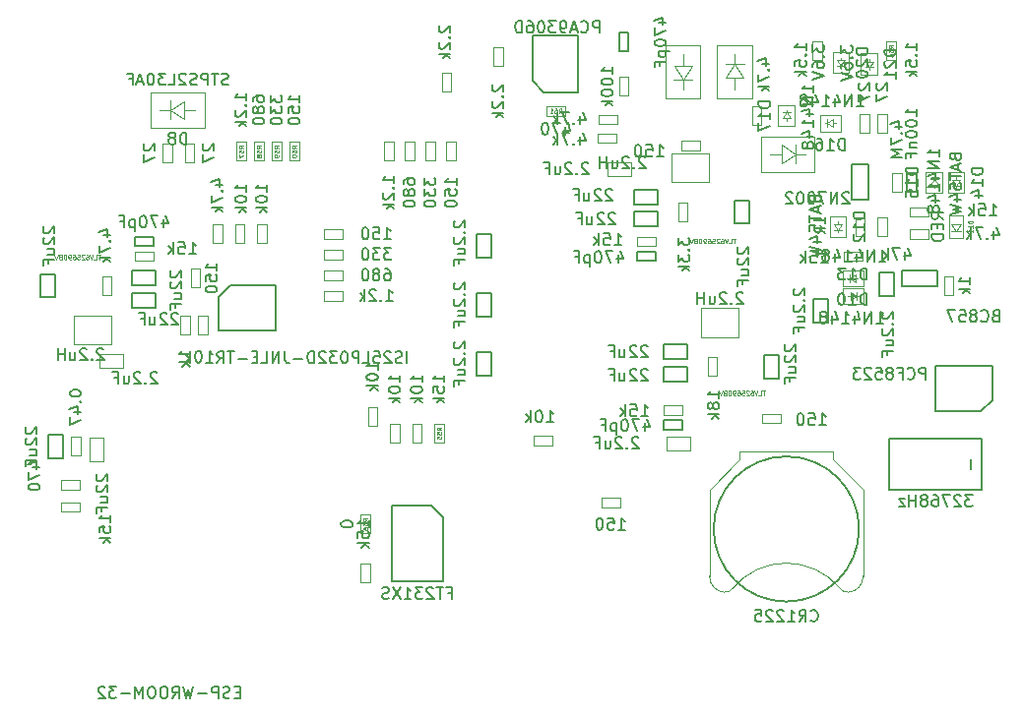
<source format=gbr>
G04 #@! TF.FileFunction,Other,Fab,Bot*
%FSLAX46Y46*%
G04 Gerber Fmt 4.6, Leading zero omitted, Abs format (unit mm)*
G04 Created by KiCad (PCBNEW 4.0.7+dfsg1-1) date Fri Jan 12 15:50:25 2018*
%MOMM*%
%LPD*%
G01*
G04 APERTURE LIST*
%ADD10C,0.100000*%
%ADD11C,0.150000*%
%ADD12C,0.075000*%
G04 APERTURE END LIST*
D10*
X103098000Y-99558000D02*
X103898000Y-99558000D01*
X103098000Y-97958000D02*
X103098000Y-99558000D01*
X103898000Y-97958000D02*
X103098000Y-97958000D01*
X103898000Y-99558000D02*
X103898000Y-97958000D01*
X154195000Y-64200000D02*
X154195000Y-68800000D01*
X154195000Y-68800000D02*
X157195000Y-68800000D01*
X157195000Y-64200000D02*
X154195000Y-64200000D01*
X157195000Y-64200000D02*
X157195000Y-68800000D01*
X155693980Y-67149440D02*
X155693980Y-68051140D01*
X155693980Y-65998820D02*
X155693980Y-65000600D01*
X156494080Y-67149440D02*
X154893880Y-67149440D01*
X154944680Y-65998820D02*
X156494080Y-65998820D01*
X155693980Y-67149440D02*
X154944680Y-65998820D01*
X155693980Y-67149440D02*
X156494080Y-65998820D01*
X157130000Y-73250000D02*
X157130000Y-72450000D01*
X155530000Y-73250000D02*
X157130000Y-73250000D01*
X155530000Y-72450000D02*
X155530000Y-73250000D01*
X157130000Y-72450000D02*
X155530000Y-72450000D01*
X160470000Y-89340000D02*
X160470000Y-86840000D01*
X157270000Y-89340000D02*
X160470000Y-89340000D01*
X157270000Y-86840000D02*
X157270000Y-89340000D01*
X160470000Y-86840000D02*
X157270000Y-86840000D01*
X103295000Y-87475000D02*
X103295000Y-89975000D01*
X106495000Y-87475000D02*
X103295000Y-87475000D01*
X106495000Y-89975000D02*
X106495000Y-87475000D01*
X103295000Y-89975000D02*
X106495000Y-89975000D01*
X157930000Y-76005000D02*
X157930000Y-73505000D01*
X154730000Y-76005000D02*
X157930000Y-76005000D01*
X154730000Y-73505000D02*
X154730000Y-76005000D01*
X157930000Y-73505000D02*
X154730000Y-73505000D01*
D11*
X101710000Y-83915000D02*
X100460000Y-83915000D01*
X101710000Y-85915000D02*
X101710000Y-83915000D01*
X100460000Y-85915000D02*
X101710000Y-85915000D01*
X100460000Y-83915000D02*
X100460000Y-85915000D01*
X154060000Y-90005000D02*
X154060000Y-91255000D01*
X156060000Y-90005000D02*
X154060000Y-90005000D01*
X156060000Y-91255000D02*
X156060000Y-90005000D01*
X154060000Y-91255000D02*
X156060000Y-91255000D01*
X154060000Y-91910000D02*
X154060000Y-93160000D01*
X156060000Y-91910000D02*
X154060000Y-91910000D01*
X156060000Y-93160000D02*
X156060000Y-91910000D01*
X154060000Y-93160000D02*
X156060000Y-93160000D01*
X162690000Y-92900000D02*
X163940000Y-92900000D01*
X162690000Y-90900000D02*
X162690000Y-92900000D01*
X163940000Y-90900000D02*
X162690000Y-90900000D01*
X163940000Y-92900000D02*
X163940000Y-90900000D01*
X151520000Y-78575000D02*
X151520000Y-79825000D01*
X153520000Y-78575000D02*
X151520000Y-78575000D01*
X153520000Y-79825000D02*
X153520000Y-78575000D01*
X151520000Y-79825000D02*
X153520000Y-79825000D01*
X151520000Y-76670000D02*
X151520000Y-77920000D01*
X153520000Y-76670000D02*
X151520000Y-76670000D01*
X153520000Y-77920000D02*
X153520000Y-76670000D01*
X151520000Y-77920000D02*
X153520000Y-77920000D01*
X160150000Y-79565000D02*
X161400000Y-79565000D01*
X160150000Y-77565000D02*
X160150000Y-79565000D01*
X161400000Y-77565000D02*
X160150000Y-77565000D01*
X161400000Y-79565000D02*
X161400000Y-77565000D01*
X110340000Y-84905000D02*
X110340000Y-83655000D01*
X108340000Y-84905000D02*
X110340000Y-84905000D01*
X108340000Y-83655000D02*
X108340000Y-84905000D01*
X110340000Y-83655000D02*
X108340000Y-83655000D01*
X110340000Y-86810000D02*
X110340000Y-85560000D01*
X108340000Y-86810000D02*
X110340000Y-86810000D01*
X108340000Y-85560000D02*
X108340000Y-86810000D01*
X110340000Y-85560000D02*
X108340000Y-85560000D01*
X172596000Y-85788000D02*
X173846000Y-85788000D01*
X172596000Y-83788000D02*
X172596000Y-85788000D01*
X173846000Y-83788000D02*
X172596000Y-83788000D01*
X173846000Y-85788000D02*
X173846000Y-83788000D01*
X177535000Y-83580000D02*
X174495000Y-83580000D01*
X174495000Y-84980000D02*
X174495000Y-83580000D01*
X177535000Y-84980000D02*
X177535000Y-83580000D01*
X177535000Y-84980000D02*
X174495000Y-84980000D01*
X170235000Y-74505000D02*
X170235000Y-77545000D01*
X171635000Y-77545000D02*
X170235000Y-77545000D01*
X171635000Y-74505000D02*
X170235000Y-74505000D01*
X171635000Y-74505000D02*
X171635000Y-77545000D01*
X154060000Y-96510000D02*
X154060000Y-97310000D01*
X155660000Y-96510000D02*
X154060000Y-96510000D01*
X155660000Y-97310000D02*
X155660000Y-96510000D01*
X154060000Y-97310000D02*
X155660000Y-97310000D01*
X151720000Y-81975000D02*
X151720000Y-82775000D01*
X153320000Y-81975000D02*
X151720000Y-81975000D01*
X153320000Y-82775000D02*
X153320000Y-81975000D01*
X151720000Y-82775000D02*
X153320000Y-82775000D01*
X110140000Y-81505000D02*
X110140000Y-80705000D01*
X108540000Y-81505000D02*
X110140000Y-81505000D01*
X108540000Y-80705000D02*
X108540000Y-81505000D01*
X110140000Y-80705000D02*
X108540000Y-80705000D01*
X175780000Y-75225000D02*
X174980000Y-75225000D01*
X175780000Y-76825000D02*
X175780000Y-75225000D01*
X174980000Y-76825000D02*
X175780000Y-76825000D01*
X174980000Y-75225000D02*
X174980000Y-76825000D01*
D10*
X169500000Y-81975000D02*
X169500000Y-82775000D01*
X171100000Y-81975000D02*
X169500000Y-81975000D01*
X171100000Y-82775000D02*
X171100000Y-81975000D01*
X169500000Y-82775000D02*
X171100000Y-82775000D01*
X172440000Y-80635000D02*
X173240000Y-80635000D01*
X172440000Y-79035000D02*
X172440000Y-80635000D01*
X173240000Y-79035000D02*
X172440000Y-79035000D01*
X173240000Y-80635000D02*
X173240000Y-79035000D01*
X176815000Y-80870000D02*
X176815000Y-80070000D01*
X175215000Y-80870000D02*
X176815000Y-80870000D01*
X175215000Y-80070000D02*
X175215000Y-80870000D01*
X176815000Y-80070000D02*
X175215000Y-80070000D01*
X174510000Y-75225000D02*
X173710000Y-75225000D01*
X174510000Y-76825000D02*
X174510000Y-75225000D01*
X173710000Y-76825000D02*
X174510000Y-76825000D01*
X173710000Y-75225000D02*
X173710000Y-76825000D01*
X178955000Y-84115000D02*
X178155000Y-84115000D01*
X178955000Y-85715000D02*
X178955000Y-84115000D01*
X178155000Y-85715000D02*
X178955000Y-85715000D01*
X178155000Y-84115000D02*
X178155000Y-85715000D01*
X114185000Y-83480000D02*
X113385000Y-83480000D01*
X114185000Y-85080000D02*
X114185000Y-83480000D01*
X113385000Y-85080000D02*
X114185000Y-85080000D01*
X113385000Y-83480000D02*
X113385000Y-85080000D01*
X170535000Y-80635000D02*
X171335000Y-80635000D01*
X170535000Y-79035000D02*
X170535000Y-80635000D01*
X171335000Y-79035000D02*
X170535000Y-79035000D01*
X171335000Y-80635000D02*
X171335000Y-79035000D01*
X128790000Y-108880000D02*
X127990000Y-108880000D01*
X128790000Y-110480000D02*
X128790000Y-108880000D01*
X127990000Y-110480000D02*
X128790000Y-110480000D01*
X127990000Y-108880000D02*
X127990000Y-110480000D01*
X150272000Y-103984000D02*
X150272000Y-103184000D01*
X148672000Y-103984000D02*
X150272000Y-103984000D01*
X148672000Y-103184000D02*
X148672000Y-103984000D01*
X150272000Y-103184000D02*
X148672000Y-103184000D01*
X176815000Y-78965000D02*
X176815000Y-78165000D01*
X175215000Y-78965000D02*
X176815000Y-78965000D01*
X175215000Y-78165000D02*
X175215000Y-78965000D01*
X176815000Y-78165000D02*
X175215000Y-78165000D01*
X154060000Y-95240000D02*
X154060000Y-96040000D01*
X155660000Y-95240000D02*
X154060000Y-95240000D01*
X155660000Y-96040000D02*
X155660000Y-95240000D01*
X154060000Y-96040000D02*
X155660000Y-96040000D01*
X110140000Y-82775000D02*
X110140000Y-81975000D01*
X108540000Y-82775000D02*
X110140000Y-82775000D01*
X108540000Y-81975000D02*
X108540000Y-82775000D01*
X110140000Y-81975000D02*
X108540000Y-81975000D01*
X151720000Y-80705000D02*
X151720000Y-81505000D01*
X153320000Y-80705000D02*
X151720000Y-80705000D01*
X153320000Y-81505000D02*
X153320000Y-80705000D01*
X151720000Y-81505000D02*
X153320000Y-81505000D01*
X158635000Y-91100000D02*
X157835000Y-91100000D01*
X158635000Y-92700000D02*
X158635000Y-91100000D01*
X157835000Y-92700000D02*
X158635000Y-92700000D01*
X157835000Y-91100000D02*
X157835000Y-92700000D01*
X105765000Y-85715000D02*
X106565000Y-85715000D01*
X105765000Y-84115000D02*
X105765000Y-85715000D01*
X106565000Y-84115000D02*
X105765000Y-84115000D01*
X106565000Y-85715000D02*
X106565000Y-84115000D01*
X156095000Y-77765000D02*
X155295000Y-77765000D01*
X156095000Y-79365000D02*
X156095000Y-77765000D01*
X155295000Y-79365000D02*
X156095000Y-79365000D01*
X155295000Y-77765000D02*
X155295000Y-79365000D01*
X126396000Y-86204000D02*
X126396000Y-85404000D01*
X124796000Y-86204000D02*
X126396000Y-86204000D01*
X124796000Y-85404000D02*
X124796000Y-86204000D01*
X126396000Y-85404000D02*
X124796000Y-85404000D01*
X126396000Y-84426000D02*
X126396000Y-83626000D01*
X124796000Y-84426000D02*
X126396000Y-84426000D01*
X124796000Y-83626000D02*
X124796000Y-84426000D01*
X126396000Y-83626000D02*
X124796000Y-83626000D01*
X126396000Y-82648000D02*
X126396000Y-81848000D01*
X124796000Y-82648000D02*
X126396000Y-82648000D01*
X124796000Y-81848000D02*
X124796000Y-82648000D01*
X126396000Y-81848000D02*
X124796000Y-81848000D01*
X126396000Y-80870000D02*
X126396000Y-80070000D01*
X124796000Y-80870000D02*
X126396000Y-80870000D01*
X124796000Y-80070000D02*
X124796000Y-80870000D01*
X126396000Y-80070000D02*
X124796000Y-80070000D01*
X130022000Y-74158000D02*
X130822000Y-74158000D01*
X130022000Y-72558000D02*
X130022000Y-74158000D01*
X130822000Y-72558000D02*
X130022000Y-72558000D01*
X130822000Y-74158000D02*
X130822000Y-72558000D01*
X131800000Y-74158000D02*
X132600000Y-74158000D01*
X131800000Y-72558000D02*
X131800000Y-74158000D01*
X132600000Y-72558000D02*
X131800000Y-72558000D01*
X132600000Y-74158000D02*
X132600000Y-72558000D01*
X133578000Y-74158000D02*
X134378000Y-74158000D01*
X133578000Y-72558000D02*
X133578000Y-74158000D01*
X134378000Y-72558000D02*
X133578000Y-72558000D01*
X134378000Y-74158000D02*
X134378000Y-72558000D01*
X135356000Y-74158000D02*
X136156000Y-74158000D01*
X135356000Y-72558000D02*
X135356000Y-74158000D01*
X136156000Y-72558000D02*
X135356000Y-72558000D01*
X136156000Y-74158000D02*
X136156000Y-72558000D01*
D11*
X150189600Y-64760000D02*
X150989600Y-64760000D01*
X150189600Y-63160000D02*
X150189600Y-64760000D01*
X150989600Y-63160000D02*
X150189600Y-63160000D01*
X150989600Y-64760000D02*
X150989600Y-63160000D01*
D10*
X161645000Y-71110000D02*
X162445000Y-71110000D01*
X161645000Y-69510000D02*
X161645000Y-71110000D01*
X162445000Y-69510000D02*
X161645000Y-69510000D01*
X162445000Y-71110000D02*
X162445000Y-69510000D01*
X139420000Y-66030000D02*
X140220000Y-66030000D01*
X139420000Y-64430000D02*
X139420000Y-66030000D01*
X140220000Y-64430000D02*
X139420000Y-64430000D01*
X140220000Y-66030000D02*
X140220000Y-64430000D01*
X134975000Y-68232000D02*
X135775000Y-68232000D01*
X134975000Y-66632000D02*
X134975000Y-68232000D01*
X135775000Y-66632000D02*
X134975000Y-66632000D01*
X135775000Y-68232000D02*
X135775000Y-66632000D01*
X150215000Y-68570000D02*
X151015000Y-68570000D01*
X150215000Y-66970000D02*
X150215000Y-68570000D01*
X151015000Y-66970000D02*
X150215000Y-66970000D01*
X151015000Y-68570000D02*
X151015000Y-66970000D01*
X149975000Y-72615000D02*
X149975000Y-71815000D01*
X148375000Y-72615000D02*
X149975000Y-72615000D01*
X148375000Y-71815000D02*
X148375000Y-72615000D01*
X149975000Y-71815000D02*
X148375000Y-71815000D01*
X150080000Y-71000000D02*
X150080000Y-70200000D01*
X148480000Y-71000000D02*
X150080000Y-71000000D01*
X148480000Y-70200000D02*
X148480000Y-71000000D01*
X150080000Y-70200000D02*
X148480000Y-70200000D01*
D11*
X134035000Y-103890000D02*
X130635000Y-103890000D01*
X130635000Y-103890000D02*
X130635000Y-110390000D01*
X130635000Y-110390000D02*
X135035000Y-110390000D01*
X135035000Y-110390000D02*
X135035000Y-104890000D01*
X135035000Y-104890000D02*
X134035000Y-103890000D01*
D10*
X119900000Y-79670000D02*
X119100000Y-79670000D01*
X119900000Y-81270000D02*
X119900000Y-79670000D01*
X119100000Y-81270000D02*
X119900000Y-81270000D01*
X119100000Y-79670000D02*
X119100000Y-81270000D01*
X114020000Y-89144000D02*
X114820000Y-89144000D01*
X114020000Y-87544000D02*
X114020000Y-89144000D01*
X114820000Y-87544000D02*
X114020000Y-87544000D01*
X114820000Y-89144000D02*
X114820000Y-87544000D01*
X128625000Y-96975000D02*
X129425000Y-96975000D01*
X128625000Y-95375000D02*
X128625000Y-96975000D01*
X129425000Y-95375000D02*
X128625000Y-95375000D01*
X129425000Y-96975000D02*
X129425000Y-95375000D01*
X117995000Y-79670000D02*
X117195000Y-79670000D01*
X117995000Y-81270000D02*
X117995000Y-79670000D01*
X117195000Y-81270000D02*
X117995000Y-81270000D01*
X117195000Y-79670000D02*
X117195000Y-81270000D01*
X112496000Y-89144000D02*
X113296000Y-89144000D01*
X112496000Y-87544000D02*
X112496000Y-89144000D01*
X113296000Y-87544000D02*
X112496000Y-87544000D01*
X113296000Y-89144000D02*
X113296000Y-87544000D01*
X116090000Y-79670000D02*
X115290000Y-79670000D01*
X116090000Y-81270000D02*
X116090000Y-79670000D01*
X115290000Y-81270000D02*
X116090000Y-81270000D01*
X115290000Y-79670000D02*
X115290000Y-81270000D01*
X144430000Y-98650000D02*
X144430000Y-97850000D01*
X142830000Y-98650000D02*
X144430000Y-98650000D01*
X142830000Y-97850000D02*
X142830000Y-98650000D01*
X144430000Y-97850000D02*
X142830000Y-97850000D01*
X132435000Y-98415000D02*
X133235000Y-98415000D01*
X132435000Y-96815000D02*
X132435000Y-98415000D01*
X133235000Y-96815000D02*
X132435000Y-96815000D01*
X133235000Y-98415000D02*
X133235000Y-96815000D01*
X130530000Y-98415000D02*
X131330000Y-98415000D01*
X130530000Y-96815000D02*
X130530000Y-98415000D01*
X131330000Y-96815000D02*
X130530000Y-96815000D01*
X131330000Y-98415000D02*
X131330000Y-96815000D01*
X102190000Y-103565000D02*
X102190000Y-104365000D01*
X103790000Y-103565000D02*
X102190000Y-103565000D01*
X103790000Y-104365000D02*
X103790000Y-103565000D01*
X102190000Y-104365000D02*
X103790000Y-104365000D01*
X103790000Y-102460000D02*
X103790000Y-101660000D01*
X102190000Y-102460000D02*
X103790000Y-102460000D01*
X102190000Y-101660000D02*
X102190000Y-102460000D01*
X103790000Y-101660000D02*
X102190000Y-101660000D01*
D11*
X166881000Y-88074000D02*
X168131000Y-88074000D01*
X166881000Y-86074000D02*
X166881000Y-88074000D01*
X168131000Y-86074000D02*
X166881000Y-86074000D01*
X168131000Y-88074000D02*
X168131000Y-86074000D01*
D10*
X164115000Y-96745000D02*
X164115000Y-95945000D01*
X162515000Y-96745000D02*
X164115000Y-96745000D01*
X162515000Y-95945000D02*
X162515000Y-96745000D01*
X164115000Y-95945000D02*
X162515000Y-95945000D01*
X166852000Y-65522000D02*
X167652000Y-65522000D01*
X166852000Y-63922000D02*
X166852000Y-65522000D01*
X167652000Y-63922000D02*
X166852000Y-63922000D01*
X167652000Y-65522000D02*
X167652000Y-63922000D01*
D11*
X139175000Y-90646000D02*
X137925000Y-90646000D01*
X139175000Y-92646000D02*
X139175000Y-90646000D01*
X137925000Y-92646000D02*
X139175000Y-92646000D01*
X137925000Y-90646000D02*
X137925000Y-92646000D01*
X137925000Y-82486000D02*
X139175000Y-82486000D01*
X137925000Y-80486000D02*
X137925000Y-82486000D01*
X139175000Y-80486000D02*
X137925000Y-80486000D01*
X139175000Y-82486000D02*
X139175000Y-80486000D01*
X139175000Y-85566000D02*
X137925000Y-85566000D01*
X139175000Y-87566000D02*
X139175000Y-85566000D01*
X137925000Y-87566000D02*
X139175000Y-87566000D01*
X137925000Y-85566000D02*
X137925000Y-87566000D01*
X102345000Y-97758000D02*
X101095000Y-97758000D01*
X102345000Y-99758000D02*
X102345000Y-97758000D01*
X101095000Y-99758000D02*
X102345000Y-99758000D01*
X101095000Y-97758000D02*
X101095000Y-99758000D01*
D10*
X112877000Y-74285000D02*
X113677000Y-74285000D01*
X112877000Y-72685000D02*
X112877000Y-74285000D01*
X113677000Y-72685000D02*
X112877000Y-72685000D01*
X113677000Y-74285000D02*
X113677000Y-72685000D01*
X110972000Y-74285000D02*
X111772000Y-74285000D01*
X110972000Y-72685000D02*
X110972000Y-74285000D01*
X111772000Y-72685000D02*
X110972000Y-72685000D01*
X111772000Y-74285000D02*
X111772000Y-72685000D01*
X172440000Y-71745000D02*
X173240000Y-71745000D01*
X172440000Y-70145000D02*
X172440000Y-71745000D01*
X173240000Y-70145000D02*
X172440000Y-70145000D01*
X173240000Y-71745000D02*
X173240000Y-70145000D01*
X170916000Y-71745000D02*
X171716000Y-71745000D01*
X170916000Y-70145000D02*
X170916000Y-71745000D01*
X171716000Y-70145000D02*
X170916000Y-70145000D01*
X171716000Y-71745000D02*
X171716000Y-70145000D01*
X104656000Y-100012000D02*
X105896000Y-100012000D01*
X104656000Y-98012000D02*
X104656000Y-100012000D01*
X105896000Y-98012000D02*
X104656000Y-98012000D01*
X105896000Y-100012000D02*
X105896000Y-98012000D01*
X114561000Y-68302000D02*
X109961000Y-68302000D01*
X109961000Y-68302000D02*
X109961000Y-71302000D01*
X114561000Y-71302000D02*
X114561000Y-68302000D01*
X114561000Y-71302000D02*
X109961000Y-71302000D01*
X111611560Y-69800980D02*
X110709860Y-69800980D01*
X112762180Y-69800980D02*
X113760400Y-69800980D01*
X111611560Y-70601080D02*
X111611560Y-69000880D01*
X112762180Y-69051680D02*
X112762180Y-70601080D01*
X111611560Y-69800980D02*
X112762180Y-69051680D01*
X111611560Y-69800980D02*
X112762180Y-70601080D01*
X162412000Y-75112000D02*
X167012000Y-75112000D01*
X167012000Y-75112000D02*
X167012000Y-72112000D01*
X162412000Y-72112000D02*
X162412000Y-75112000D01*
X162412000Y-72112000D02*
X167012000Y-72112000D01*
X165361440Y-73613020D02*
X166263140Y-73613020D01*
X164210820Y-73613020D02*
X163212600Y-73613020D01*
X165361440Y-72812920D02*
X165361440Y-74413120D01*
X164210820Y-74362320D02*
X164210820Y-72812920D01*
X165361440Y-73613020D02*
X164210820Y-74362320D01*
X165361440Y-73613020D02*
X164210820Y-72812920D01*
X161640000Y-68800000D02*
X161640000Y-64200000D01*
X161640000Y-64200000D02*
X158640000Y-64200000D01*
X158640000Y-68800000D02*
X161640000Y-68800000D01*
X158640000Y-68800000D02*
X158640000Y-64200000D01*
X160141020Y-65850560D02*
X160141020Y-64948860D01*
X160141020Y-67001180D02*
X160141020Y-67999400D01*
X159340920Y-65850560D02*
X160941120Y-65850560D01*
X160890320Y-67001180D02*
X159340920Y-67001180D01*
X160141020Y-65850560D02*
X160890320Y-67001180D01*
X160141020Y-65850560D02*
X159340920Y-67001180D01*
X154314000Y-97884000D02*
X154314000Y-99124000D01*
X156314000Y-97884000D02*
X154314000Y-97884000D01*
X156314000Y-99124000D02*
X156314000Y-97884000D01*
X154314000Y-99124000D02*
X156314000Y-99124000D01*
X107546000Y-92012000D02*
X107546000Y-90772000D01*
X105546000Y-92012000D02*
X107546000Y-92012000D01*
X105546000Y-90772000D02*
X105546000Y-92012000D01*
X107546000Y-90772000D02*
X105546000Y-90772000D01*
X151234000Y-75502000D02*
X151234000Y-74262000D01*
X149234000Y-75502000D02*
X151234000Y-75502000D01*
X149234000Y-74262000D02*
X149234000Y-75502000D01*
X151234000Y-74262000D02*
X149234000Y-74262000D01*
X173202000Y-65522000D02*
X174002000Y-65522000D01*
X173202000Y-63922000D02*
X173202000Y-65522000D01*
X174002000Y-63922000D02*
X173202000Y-63922000D01*
X174002000Y-65522000D02*
X174002000Y-63922000D01*
X135140000Y-96815000D02*
X134340000Y-96815000D01*
X135140000Y-98415000D02*
X135140000Y-96815000D01*
X134340000Y-98415000D02*
X135140000Y-98415000D01*
X134340000Y-96815000D02*
X134340000Y-98415000D01*
D11*
X170835000Y-105870000D02*
G75*
G03X170835000Y-105870000I-6250000J0D01*
G01*
D10*
X159206987Y-111317558D02*
G75*
G03X159985000Y-110970000I88013J847558D01*
G01*
X169963013Y-111317558D02*
G75*
G02X169185000Y-110970000I-88013J847558D01*
G01*
X159977095Y-110979589D02*
G75*
G02X169185000Y-110970000I4607905J-3790411D01*
G01*
X157985000Y-109920000D02*
G75*
G03X159285000Y-111320000I1350000J-50000D01*
G01*
X171185000Y-109920000D02*
G75*
G02X169885000Y-111320000I-1350000J-50000D01*
G01*
X157985000Y-102470000D02*
X157985000Y-109970000D01*
X171185000Y-102470000D02*
X171185000Y-109970000D01*
X160585000Y-99870000D02*
X157985000Y-102470000D01*
X168585000Y-99870000D02*
X171185000Y-102470000D01*
X160585000Y-99170000D02*
X160585000Y-99870000D01*
X168585000Y-99170000D02*
X168585000Y-99870000D01*
X168585000Y-99170000D02*
X160585000Y-99170000D01*
X169284000Y-65538000D02*
X169284000Y-65288000D01*
X168934000Y-65538000D02*
X169284000Y-66038000D01*
X169634000Y-65538000D02*
X168934000Y-65538000D01*
X169284000Y-66038000D02*
X169634000Y-65538000D01*
X169284000Y-66038000D02*
X169284000Y-66238000D01*
X169634000Y-66038000D02*
X168934000Y-66038000D01*
X168584000Y-66638000D02*
X169984000Y-66638000D01*
X168584000Y-64838000D02*
X168584000Y-66638000D01*
X169984000Y-64838000D02*
X168584000Y-64838000D01*
X169984000Y-66638000D02*
X169984000Y-64838000D01*
X171697000Y-65631000D02*
X171697000Y-65381000D01*
X171347000Y-65631000D02*
X171697000Y-66131000D01*
X172047000Y-65631000D02*
X171347000Y-65631000D01*
X171697000Y-66131000D02*
X172047000Y-65631000D01*
X171697000Y-66131000D02*
X171697000Y-66331000D01*
X172047000Y-66131000D02*
X171347000Y-66131000D01*
X170997000Y-66731000D02*
X172397000Y-66731000D01*
X170997000Y-64931000D02*
X170997000Y-66731000D01*
X172397000Y-64931000D02*
X170997000Y-64931000D01*
X172397000Y-66731000D02*
X172397000Y-64931000D01*
X170500000Y-84280000D02*
X170750000Y-84280000D01*
X170500000Y-83930000D02*
X170000000Y-84280000D01*
X170500000Y-84630000D02*
X170500000Y-83930000D01*
X170000000Y-84280000D02*
X170500000Y-84630000D01*
X170000000Y-84280000D02*
X169800000Y-84280000D01*
X170000000Y-84630000D02*
X170000000Y-83930000D01*
X169400000Y-83580000D02*
X169400000Y-84980000D01*
X171200000Y-83580000D02*
X169400000Y-83580000D01*
X171200000Y-84980000D02*
X171200000Y-83580000D01*
X169400000Y-84980000D02*
X171200000Y-84980000D01*
X169030000Y-79635000D02*
X169030000Y-79385000D01*
X168680000Y-79635000D02*
X169030000Y-80135000D01*
X169380000Y-79635000D02*
X168680000Y-79635000D01*
X169030000Y-80135000D02*
X169380000Y-79635000D01*
X169030000Y-80135000D02*
X169030000Y-80335000D01*
X169380000Y-80135000D02*
X168680000Y-80135000D01*
X168330000Y-80735000D02*
X169730000Y-80735000D01*
X168330000Y-78935000D02*
X168330000Y-80735000D01*
X169730000Y-78935000D02*
X168330000Y-78935000D01*
X169730000Y-80735000D02*
X169730000Y-78935000D01*
X170100000Y-85804000D02*
X169850000Y-85804000D01*
X170100000Y-86154000D02*
X170600000Y-85804000D01*
X170100000Y-85454000D02*
X170100000Y-86154000D01*
X170600000Y-85804000D02*
X170100000Y-85454000D01*
X170600000Y-85804000D02*
X170800000Y-85804000D01*
X170600000Y-85454000D02*
X170600000Y-86154000D01*
X171200000Y-86504000D02*
X171200000Y-85104000D01*
X169400000Y-86504000D02*
X171200000Y-86504000D01*
X169400000Y-85104000D02*
X169400000Y-86504000D01*
X171200000Y-85104000D02*
X169400000Y-85104000D01*
X179190000Y-75825000D02*
X179190000Y-75575000D01*
X178840000Y-75825000D02*
X179190000Y-76325000D01*
X179540000Y-75825000D02*
X178840000Y-75825000D01*
X179190000Y-76325000D02*
X179540000Y-75825000D01*
X179190000Y-76325000D02*
X179190000Y-76525000D01*
X179540000Y-76325000D02*
X178840000Y-76325000D01*
X178490000Y-76925000D02*
X179890000Y-76925000D01*
X178490000Y-75125000D02*
X178490000Y-76925000D01*
X179890000Y-75125000D02*
X178490000Y-75125000D01*
X179890000Y-76925000D02*
X179890000Y-75125000D01*
X177285000Y-76225000D02*
X177285000Y-76475000D01*
X177635000Y-76225000D02*
X177285000Y-75725000D01*
X176935000Y-76225000D02*
X177635000Y-76225000D01*
X177285000Y-75725000D02*
X176935000Y-76225000D01*
X177285000Y-75725000D02*
X177285000Y-75525000D01*
X176935000Y-75725000D02*
X177635000Y-75725000D01*
X177985000Y-75125000D02*
X176585000Y-75125000D01*
X177985000Y-76925000D02*
X177985000Y-75125000D01*
X176585000Y-76925000D02*
X177985000Y-76925000D01*
X176585000Y-75125000D02*
X176585000Y-76925000D01*
X168595000Y-70945000D02*
X168845000Y-70945000D01*
X168595000Y-70595000D02*
X168095000Y-70945000D01*
X168595000Y-71295000D02*
X168595000Y-70595000D01*
X168095000Y-70945000D02*
X168595000Y-71295000D01*
X168095000Y-70945000D02*
X167895000Y-70945000D01*
X168095000Y-71295000D02*
X168095000Y-70595000D01*
X167495000Y-70245000D02*
X167495000Y-71645000D01*
X169295000Y-70245000D02*
X167495000Y-70245000D01*
X169295000Y-71645000D02*
X169295000Y-70245000D01*
X167495000Y-71645000D02*
X169295000Y-71645000D01*
X164585000Y-70510000D02*
X164585000Y-70760000D01*
X164935000Y-70510000D02*
X164585000Y-70010000D01*
X164235000Y-70510000D02*
X164935000Y-70510000D01*
X164585000Y-70010000D02*
X164235000Y-70510000D01*
X164585000Y-70010000D02*
X164585000Y-69810000D01*
X164235000Y-70010000D02*
X164935000Y-70010000D01*
X165285000Y-69410000D02*
X163885000Y-69410000D01*
X165285000Y-71210000D02*
X165285000Y-69410000D01*
X163885000Y-71210000D02*
X165285000Y-71210000D01*
X163885000Y-69410000D02*
X163885000Y-71210000D01*
X127990000Y-106246000D02*
X128790000Y-106246000D01*
X127990000Y-104646000D02*
X127990000Y-106246000D01*
X128790000Y-104646000D02*
X127990000Y-104646000D01*
X128790000Y-106246000D02*
X128790000Y-104646000D01*
X117322000Y-74158000D02*
X118122000Y-74158000D01*
X117322000Y-72558000D02*
X117322000Y-74158000D01*
X118122000Y-72558000D02*
X117322000Y-72558000D01*
X118122000Y-74158000D02*
X118122000Y-72558000D01*
X118846000Y-74158000D02*
X119646000Y-74158000D01*
X118846000Y-72558000D02*
X118846000Y-74158000D01*
X119646000Y-72558000D02*
X118846000Y-72558000D01*
X119646000Y-74158000D02*
X119646000Y-72558000D01*
X120370000Y-74158000D02*
X121170000Y-74158000D01*
X120370000Y-72558000D02*
X120370000Y-74158000D01*
X121170000Y-72558000D02*
X120370000Y-72558000D01*
X121170000Y-74158000D02*
X121170000Y-72558000D01*
X121894000Y-74158000D02*
X122694000Y-74158000D01*
X121894000Y-72558000D02*
X121894000Y-74158000D01*
X122694000Y-72558000D02*
X121894000Y-72558000D01*
X122694000Y-74158000D02*
X122694000Y-72558000D01*
X145580000Y-70300000D02*
X145580000Y-69500000D01*
X143980000Y-70300000D02*
X145580000Y-70300000D01*
X143980000Y-69500000D02*
X143980000Y-70300000D01*
X145580000Y-69500000D02*
X143980000Y-69500000D01*
D11*
X182275000Y-94755000D02*
X182275000Y-91855000D01*
X182275000Y-91855000D02*
X177375000Y-91855000D01*
X177375000Y-91855000D02*
X177375000Y-95755000D01*
X177375000Y-95755000D02*
X181275000Y-95755000D01*
X181275000Y-95755000D02*
X182275000Y-94755000D01*
X143730000Y-68251500D02*
X146630000Y-68251500D01*
X146630000Y-68251500D02*
X146630000Y-63351500D01*
X146630000Y-63351500D02*
X142730000Y-63351500D01*
X142730000Y-63351500D02*
X142730000Y-67251500D01*
X142730000Y-67251500D02*
X143730000Y-68251500D01*
X115780000Y-85870000D02*
X115780000Y-88770000D01*
X115780000Y-88770000D02*
X120680000Y-88770000D01*
X120680000Y-88770000D02*
X120680000Y-84870000D01*
X120680000Y-84870000D02*
X116780000Y-84870000D01*
X116780000Y-84870000D02*
X115780000Y-85870000D01*
X181412000Y-98082000D02*
X181412000Y-102482000D01*
X173412000Y-98082000D02*
X181412000Y-98082000D01*
X173412000Y-102482000D02*
X173412000Y-98082000D01*
X181412000Y-102482000D02*
X173412000Y-102482000D01*
X180412000Y-99882000D02*
X180412000Y-100682000D01*
D10*
X179590000Y-80235000D02*
X178790000Y-80235000D01*
X179190000Y-80235000D02*
X179590000Y-79635000D01*
X178790000Y-79635000D02*
X179190000Y-80235000D01*
X179590000Y-79635000D02*
X178790000Y-79635000D01*
X178590000Y-78835000D02*
X178590000Y-80835000D01*
X179790000Y-78835000D02*
X178590000Y-78835000D01*
X179790000Y-80835000D02*
X179790000Y-78835000D01*
X178590000Y-80835000D02*
X179790000Y-80835000D01*
D11*
X102950381Y-94133905D02*
X102950381Y-94229144D01*
X102998000Y-94324382D01*
X103045619Y-94372001D01*
X103140857Y-94419620D01*
X103331333Y-94467239D01*
X103569429Y-94467239D01*
X103759905Y-94419620D01*
X103855143Y-94372001D01*
X103902762Y-94324382D01*
X103950381Y-94229144D01*
X103950381Y-94133905D01*
X103902762Y-94038667D01*
X103855143Y-93991048D01*
X103759905Y-93943429D01*
X103569429Y-93895810D01*
X103331333Y-93895810D01*
X103140857Y-93943429D01*
X103045619Y-93991048D01*
X102998000Y-94038667D01*
X102950381Y-94133905D01*
X103855143Y-94895810D02*
X103902762Y-94943429D01*
X103950381Y-94895810D01*
X103902762Y-94848191D01*
X103855143Y-94895810D01*
X103950381Y-94895810D01*
X103283714Y-95800572D02*
X103950381Y-95800572D01*
X102902762Y-95562476D02*
X103617048Y-95324381D01*
X103617048Y-95943429D01*
X102950381Y-96229143D02*
X102950381Y-96895810D01*
X103950381Y-96467238D01*
X153440666Y-73810381D02*
X154012095Y-73810381D01*
X153726381Y-73810381D02*
X153726381Y-72810381D01*
X153821619Y-72953238D01*
X153916857Y-73048476D01*
X154012095Y-73096095D01*
X152535904Y-72810381D02*
X153012095Y-72810381D01*
X153059714Y-73286571D01*
X153012095Y-73238952D01*
X152916857Y-73191333D01*
X152678761Y-73191333D01*
X152583523Y-73238952D01*
X152535904Y-73286571D01*
X152488285Y-73381810D01*
X152488285Y-73619905D01*
X152535904Y-73715143D01*
X152583523Y-73762762D01*
X152678761Y-73810381D01*
X152916857Y-73810381D01*
X153012095Y-73762762D01*
X153059714Y-73715143D01*
X151869238Y-72810381D02*
X151773999Y-72810381D01*
X151678761Y-72858000D01*
X151631142Y-72905619D01*
X151583523Y-73000857D01*
X151535904Y-73191333D01*
X151535904Y-73429429D01*
X151583523Y-73619905D01*
X151631142Y-73715143D01*
X151678761Y-73762762D01*
X151773999Y-73810381D01*
X151869238Y-73810381D01*
X151964476Y-73762762D01*
X152012095Y-73715143D01*
X152059714Y-73619905D01*
X152107333Y-73429429D01*
X152107333Y-73191333D01*
X152059714Y-73000857D01*
X152012095Y-72905619D01*
X151964476Y-72858000D01*
X151869238Y-72810381D01*
X160846190Y-85605619D02*
X160798571Y-85558000D01*
X160703333Y-85510381D01*
X160465237Y-85510381D01*
X160369999Y-85558000D01*
X160322380Y-85605619D01*
X160274761Y-85700857D01*
X160274761Y-85796095D01*
X160322380Y-85938952D01*
X160893809Y-86510381D01*
X160274761Y-86510381D01*
X159846190Y-86415143D02*
X159798571Y-86462762D01*
X159846190Y-86510381D01*
X159893809Y-86462762D01*
X159846190Y-86415143D01*
X159846190Y-86510381D01*
X159417619Y-85605619D02*
X159370000Y-85558000D01*
X159274762Y-85510381D01*
X159036666Y-85510381D01*
X158941428Y-85558000D01*
X158893809Y-85605619D01*
X158846190Y-85700857D01*
X158846190Y-85796095D01*
X158893809Y-85938952D01*
X159465238Y-86510381D01*
X158846190Y-86510381D01*
X157989047Y-85843714D02*
X157989047Y-86510381D01*
X158417619Y-85843714D02*
X158417619Y-86367524D01*
X158370000Y-86462762D01*
X158274762Y-86510381D01*
X158131904Y-86510381D01*
X158036666Y-86462762D01*
X157989047Y-86415143D01*
X157512857Y-86510381D02*
X157512857Y-85510381D01*
X157512857Y-85986571D02*
X156941428Y-85986571D01*
X156941428Y-86510381D02*
X156941428Y-85510381D01*
D10*
X162746428Y-93966952D02*
X162517856Y-93966952D01*
X162632142Y-94366952D02*
X162632142Y-93966952D01*
X162194047Y-94366952D02*
X162384523Y-94366952D01*
X162384523Y-93966952D01*
X162117856Y-93966952D02*
X161984522Y-94366952D01*
X161851189Y-93966952D01*
X161546427Y-93966952D02*
X161622618Y-93966952D01*
X161660713Y-93986000D01*
X161679761Y-94005048D01*
X161717856Y-94062190D01*
X161736904Y-94138381D01*
X161736904Y-94290762D01*
X161717856Y-94328857D01*
X161698808Y-94347905D01*
X161660713Y-94366952D01*
X161584523Y-94366952D01*
X161546427Y-94347905D01*
X161527380Y-94328857D01*
X161508332Y-94290762D01*
X161508332Y-94195524D01*
X161527380Y-94157429D01*
X161546427Y-94138381D01*
X161584523Y-94119333D01*
X161660713Y-94119333D01*
X161698808Y-94138381D01*
X161717856Y-94157429D01*
X161736904Y-94195524D01*
X161355952Y-94005048D02*
X161336904Y-93986000D01*
X161298809Y-93966952D01*
X161203571Y-93966952D01*
X161165475Y-93986000D01*
X161146428Y-94005048D01*
X161127380Y-94043143D01*
X161127380Y-94081238D01*
X161146428Y-94138381D01*
X161374999Y-94366952D01*
X161127380Y-94366952D01*
X160765476Y-93966952D02*
X160955952Y-93966952D01*
X160975000Y-94157429D01*
X160955952Y-94138381D01*
X160917857Y-94119333D01*
X160822619Y-94119333D01*
X160784523Y-94138381D01*
X160765476Y-94157429D01*
X160746428Y-94195524D01*
X160746428Y-94290762D01*
X160765476Y-94328857D01*
X160784523Y-94347905D01*
X160822619Y-94366952D01*
X160917857Y-94366952D01*
X160955952Y-94347905D01*
X160975000Y-94328857D01*
X160403571Y-93966952D02*
X160479762Y-93966952D01*
X160517857Y-93986000D01*
X160536905Y-94005048D01*
X160575000Y-94062190D01*
X160594048Y-94138381D01*
X160594048Y-94290762D01*
X160575000Y-94328857D01*
X160555952Y-94347905D01*
X160517857Y-94366952D01*
X160441667Y-94366952D01*
X160403571Y-94347905D01*
X160384524Y-94328857D01*
X160365476Y-94290762D01*
X160365476Y-94195524D01*
X160384524Y-94157429D01*
X160403571Y-94138381D01*
X160441667Y-94119333D01*
X160517857Y-94119333D01*
X160555952Y-94138381D01*
X160575000Y-94157429D01*
X160594048Y-94195524D01*
X160175000Y-94366952D02*
X160098810Y-94366952D01*
X160060715Y-94347905D01*
X160041667Y-94328857D01*
X160003572Y-94271714D01*
X159984524Y-94195524D01*
X159984524Y-94043143D01*
X160003572Y-94005048D01*
X160022619Y-93986000D01*
X160060715Y-93966952D01*
X160136905Y-93966952D01*
X160175000Y-93986000D01*
X160194048Y-94005048D01*
X160213096Y-94043143D01*
X160213096Y-94138381D01*
X160194048Y-94176476D01*
X160175000Y-94195524D01*
X160136905Y-94214571D01*
X160060715Y-94214571D01*
X160022619Y-94195524D01*
X160003572Y-94176476D01*
X159984524Y-94138381D01*
X159813096Y-94366952D02*
X159813096Y-93966952D01*
X159717858Y-93966952D01*
X159660715Y-93986000D01*
X159622620Y-94024095D01*
X159603572Y-94062190D01*
X159584524Y-94138381D01*
X159584524Y-94195524D01*
X159603572Y-94271714D01*
X159622620Y-94309810D01*
X159660715Y-94347905D01*
X159717858Y-94366952D01*
X159813096Y-94366952D01*
X159279763Y-94157429D02*
X159222620Y-94176476D01*
X159203572Y-94195524D01*
X159184524Y-94233619D01*
X159184524Y-94290762D01*
X159203572Y-94328857D01*
X159222620Y-94347905D01*
X159260715Y-94366952D01*
X159413096Y-94366952D01*
X159413096Y-93966952D01*
X159279763Y-93966952D01*
X159241667Y-93986000D01*
X159222620Y-94005048D01*
X159203572Y-94043143D01*
X159203572Y-94081238D01*
X159222620Y-94119333D01*
X159241667Y-94138381D01*
X159279763Y-94157429D01*
X159413096Y-94157429D01*
X159070239Y-93966952D02*
X158936905Y-94366952D01*
X158803572Y-93966952D01*
D11*
X105855190Y-90431619D02*
X105807571Y-90384000D01*
X105712333Y-90336381D01*
X105474237Y-90336381D01*
X105378999Y-90384000D01*
X105331380Y-90431619D01*
X105283761Y-90526857D01*
X105283761Y-90622095D01*
X105331380Y-90764952D01*
X105902809Y-91336381D01*
X105283761Y-91336381D01*
X104855190Y-91241143D02*
X104807571Y-91288762D01*
X104855190Y-91336381D01*
X104902809Y-91288762D01*
X104855190Y-91241143D01*
X104855190Y-91336381D01*
X104426619Y-90431619D02*
X104379000Y-90384000D01*
X104283762Y-90336381D01*
X104045666Y-90336381D01*
X103950428Y-90384000D01*
X103902809Y-90431619D01*
X103855190Y-90526857D01*
X103855190Y-90622095D01*
X103902809Y-90764952D01*
X104474238Y-91336381D01*
X103855190Y-91336381D01*
X102998047Y-90669714D02*
X102998047Y-91336381D01*
X103426619Y-90669714D02*
X103426619Y-91193524D01*
X103379000Y-91288762D01*
X103283762Y-91336381D01*
X103140904Y-91336381D01*
X103045666Y-91288762D01*
X102998047Y-91241143D01*
X102521857Y-91336381D02*
X102521857Y-90336381D01*
X102521857Y-90812571D02*
X101950428Y-90812571D01*
X101950428Y-91336381D02*
X101950428Y-90336381D01*
D10*
X105596428Y-82252952D02*
X105367856Y-82252952D01*
X105482142Y-82652952D02*
X105482142Y-82252952D01*
X105044047Y-82652952D02*
X105234523Y-82652952D01*
X105234523Y-82252952D01*
X104967856Y-82252952D02*
X104834522Y-82652952D01*
X104701189Y-82252952D01*
X104396427Y-82252952D02*
X104472618Y-82252952D01*
X104510713Y-82272000D01*
X104529761Y-82291048D01*
X104567856Y-82348190D01*
X104586904Y-82424381D01*
X104586904Y-82576762D01*
X104567856Y-82614857D01*
X104548808Y-82633905D01*
X104510713Y-82652952D01*
X104434523Y-82652952D01*
X104396427Y-82633905D01*
X104377380Y-82614857D01*
X104358332Y-82576762D01*
X104358332Y-82481524D01*
X104377380Y-82443429D01*
X104396427Y-82424381D01*
X104434523Y-82405333D01*
X104510713Y-82405333D01*
X104548808Y-82424381D01*
X104567856Y-82443429D01*
X104586904Y-82481524D01*
X104205952Y-82291048D02*
X104186904Y-82272000D01*
X104148809Y-82252952D01*
X104053571Y-82252952D01*
X104015475Y-82272000D01*
X103996428Y-82291048D01*
X103977380Y-82329143D01*
X103977380Y-82367238D01*
X103996428Y-82424381D01*
X104224999Y-82652952D01*
X103977380Y-82652952D01*
X103615476Y-82252952D02*
X103805952Y-82252952D01*
X103825000Y-82443429D01*
X103805952Y-82424381D01*
X103767857Y-82405333D01*
X103672619Y-82405333D01*
X103634523Y-82424381D01*
X103615476Y-82443429D01*
X103596428Y-82481524D01*
X103596428Y-82576762D01*
X103615476Y-82614857D01*
X103634523Y-82633905D01*
X103672619Y-82652952D01*
X103767857Y-82652952D01*
X103805952Y-82633905D01*
X103825000Y-82614857D01*
X103253571Y-82252952D02*
X103329762Y-82252952D01*
X103367857Y-82272000D01*
X103386905Y-82291048D01*
X103425000Y-82348190D01*
X103444048Y-82424381D01*
X103444048Y-82576762D01*
X103425000Y-82614857D01*
X103405952Y-82633905D01*
X103367857Y-82652952D01*
X103291667Y-82652952D01*
X103253571Y-82633905D01*
X103234524Y-82614857D01*
X103215476Y-82576762D01*
X103215476Y-82481524D01*
X103234524Y-82443429D01*
X103253571Y-82424381D01*
X103291667Y-82405333D01*
X103367857Y-82405333D01*
X103405952Y-82424381D01*
X103425000Y-82443429D01*
X103444048Y-82481524D01*
X103025000Y-82652952D02*
X102948810Y-82652952D01*
X102910715Y-82633905D01*
X102891667Y-82614857D01*
X102853572Y-82557714D01*
X102834524Y-82481524D01*
X102834524Y-82329143D01*
X102853572Y-82291048D01*
X102872619Y-82272000D01*
X102910715Y-82252952D01*
X102986905Y-82252952D01*
X103025000Y-82272000D01*
X103044048Y-82291048D01*
X103063096Y-82329143D01*
X103063096Y-82424381D01*
X103044048Y-82462476D01*
X103025000Y-82481524D01*
X102986905Y-82500571D01*
X102910715Y-82500571D01*
X102872619Y-82481524D01*
X102853572Y-82462476D01*
X102834524Y-82424381D01*
X102663096Y-82652952D02*
X102663096Y-82252952D01*
X102567858Y-82252952D01*
X102510715Y-82272000D01*
X102472620Y-82310095D01*
X102453572Y-82348190D01*
X102434524Y-82424381D01*
X102434524Y-82481524D01*
X102453572Y-82557714D01*
X102472620Y-82595810D01*
X102510715Y-82633905D01*
X102567858Y-82652952D01*
X102663096Y-82652952D01*
X102129763Y-82443429D02*
X102072620Y-82462476D01*
X102053572Y-82481524D01*
X102034524Y-82519619D01*
X102034524Y-82576762D01*
X102053572Y-82614857D01*
X102072620Y-82633905D01*
X102110715Y-82652952D01*
X102263096Y-82652952D01*
X102263096Y-82252952D01*
X102129763Y-82252952D01*
X102091667Y-82272000D01*
X102072620Y-82291048D01*
X102053572Y-82329143D01*
X102053572Y-82367238D01*
X102072620Y-82405333D01*
X102091667Y-82424381D01*
X102129763Y-82443429D01*
X102263096Y-82443429D01*
X101920239Y-82252952D02*
X101786905Y-82652952D01*
X101653572Y-82252952D01*
D11*
X152464190Y-73921619D02*
X152416571Y-73874000D01*
X152321333Y-73826381D01*
X152083237Y-73826381D01*
X151987999Y-73874000D01*
X151940380Y-73921619D01*
X151892761Y-74016857D01*
X151892761Y-74112095D01*
X151940380Y-74254952D01*
X152511809Y-74826381D01*
X151892761Y-74826381D01*
X151464190Y-74731143D02*
X151416571Y-74778762D01*
X151464190Y-74826381D01*
X151511809Y-74778762D01*
X151464190Y-74731143D01*
X151464190Y-74826381D01*
X151035619Y-73921619D02*
X150988000Y-73874000D01*
X150892762Y-73826381D01*
X150654666Y-73826381D01*
X150559428Y-73874000D01*
X150511809Y-73921619D01*
X150464190Y-74016857D01*
X150464190Y-74112095D01*
X150511809Y-74254952D01*
X151083238Y-74826381D01*
X150464190Y-74826381D01*
X149607047Y-74159714D02*
X149607047Y-74826381D01*
X150035619Y-74159714D02*
X150035619Y-74683524D01*
X149988000Y-74778762D01*
X149892762Y-74826381D01*
X149749904Y-74826381D01*
X149654666Y-74778762D01*
X149607047Y-74731143D01*
X149130857Y-74826381D02*
X149130857Y-73826381D01*
X149130857Y-74302571D02*
X148559428Y-74302571D01*
X148559428Y-74826381D02*
X148559428Y-73826381D01*
D10*
X160206428Y-80885952D02*
X159977856Y-80885952D01*
X160092142Y-81285952D02*
X160092142Y-80885952D01*
X159654047Y-81285952D02*
X159844523Y-81285952D01*
X159844523Y-80885952D01*
X159577856Y-80885952D02*
X159444522Y-81285952D01*
X159311189Y-80885952D01*
X159006427Y-80885952D02*
X159082618Y-80885952D01*
X159120713Y-80905000D01*
X159139761Y-80924048D01*
X159177856Y-80981190D01*
X159196904Y-81057381D01*
X159196904Y-81209762D01*
X159177856Y-81247857D01*
X159158808Y-81266905D01*
X159120713Y-81285952D01*
X159044523Y-81285952D01*
X159006427Y-81266905D01*
X158987380Y-81247857D01*
X158968332Y-81209762D01*
X158968332Y-81114524D01*
X158987380Y-81076429D01*
X159006427Y-81057381D01*
X159044523Y-81038333D01*
X159120713Y-81038333D01*
X159158808Y-81057381D01*
X159177856Y-81076429D01*
X159196904Y-81114524D01*
X158815952Y-80924048D02*
X158796904Y-80905000D01*
X158758809Y-80885952D01*
X158663571Y-80885952D01*
X158625475Y-80905000D01*
X158606428Y-80924048D01*
X158587380Y-80962143D01*
X158587380Y-81000238D01*
X158606428Y-81057381D01*
X158834999Y-81285952D01*
X158587380Y-81285952D01*
X158225476Y-80885952D02*
X158415952Y-80885952D01*
X158435000Y-81076429D01*
X158415952Y-81057381D01*
X158377857Y-81038333D01*
X158282619Y-81038333D01*
X158244523Y-81057381D01*
X158225476Y-81076429D01*
X158206428Y-81114524D01*
X158206428Y-81209762D01*
X158225476Y-81247857D01*
X158244523Y-81266905D01*
X158282619Y-81285952D01*
X158377857Y-81285952D01*
X158415952Y-81266905D01*
X158435000Y-81247857D01*
X157863571Y-80885952D02*
X157939762Y-80885952D01*
X157977857Y-80905000D01*
X157996905Y-80924048D01*
X158035000Y-80981190D01*
X158054048Y-81057381D01*
X158054048Y-81209762D01*
X158035000Y-81247857D01*
X158015952Y-81266905D01*
X157977857Y-81285952D01*
X157901667Y-81285952D01*
X157863571Y-81266905D01*
X157844524Y-81247857D01*
X157825476Y-81209762D01*
X157825476Y-81114524D01*
X157844524Y-81076429D01*
X157863571Y-81057381D01*
X157901667Y-81038333D01*
X157977857Y-81038333D01*
X158015952Y-81057381D01*
X158035000Y-81076429D01*
X158054048Y-81114524D01*
X157635000Y-81285952D02*
X157558810Y-81285952D01*
X157520715Y-81266905D01*
X157501667Y-81247857D01*
X157463572Y-81190714D01*
X157444524Y-81114524D01*
X157444524Y-80962143D01*
X157463572Y-80924048D01*
X157482619Y-80905000D01*
X157520715Y-80885952D01*
X157596905Y-80885952D01*
X157635000Y-80905000D01*
X157654048Y-80924048D01*
X157673096Y-80962143D01*
X157673096Y-81057381D01*
X157654048Y-81095476D01*
X157635000Y-81114524D01*
X157596905Y-81133571D01*
X157520715Y-81133571D01*
X157482619Y-81114524D01*
X157463572Y-81095476D01*
X157444524Y-81057381D01*
X157273096Y-81285952D02*
X157273096Y-80885952D01*
X157177858Y-80885952D01*
X157120715Y-80905000D01*
X157082620Y-80943095D01*
X157063572Y-80981190D01*
X157044524Y-81057381D01*
X157044524Y-81114524D01*
X157063572Y-81190714D01*
X157082620Y-81228810D01*
X157120715Y-81266905D01*
X157177858Y-81285952D01*
X157273096Y-81285952D01*
X156739763Y-81076429D02*
X156682620Y-81095476D01*
X156663572Y-81114524D01*
X156644524Y-81152619D01*
X156644524Y-81209762D01*
X156663572Y-81247857D01*
X156682620Y-81266905D01*
X156720715Y-81285952D01*
X156873096Y-81285952D01*
X156873096Y-80885952D01*
X156739763Y-80885952D01*
X156701667Y-80905000D01*
X156682620Y-80924048D01*
X156663572Y-80962143D01*
X156663572Y-81000238D01*
X156682620Y-81038333D01*
X156701667Y-81057381D01*
X156739763Y-81076429D01*
X156873096Y-81076429D01*
X156530239Y-80885952D02*
X156396905Y-81285952D01*
X156263572Y-80885952D01*
D11*
X100759619Y-79843143D02*
X100712000Y-79890762D01*
X100664381Y-79986000D01*
X100664381Y-80224096D01*
X100712000Y-80319334D01*
X100759619Y-80366953D01*
X100854857Y-80414572D01*
X100950095Y-80414572D01*
X101092952Y-80366953D01*
X101664381Y-79795524D01*
X101664381Y-80414572D01*
X100759619Y-80795524D02*
X100712000Y-80843143D01*
X100664381Y-80938381D01*
X100664381Y-81176477D01*
X100712000Y-81271715D01*
X100759619Y-81319334D01*
X100854857Y-81366953D01*
X100950095Y-81366953D01*
X101092952Y-81319334D01*
X101664381Y-80747905D01*
X101664381Y-81366953D01*
X100997714Y-82224096D02*
X101664381Y-82224096D01*
X100997714Y-81795524D02*
X101521524Y-81795524D01*
X101616762Y-81843143D01*
X101664381Y-81938381D01*
X101664381Y-82081239D01*
X101616762Y-82176477D01*
X101569143Y-82224096D01*
X101140571Y-83033620D02*
X101140571Y-82700286D01*
X101664381Y-82700286D02*
X100664381Y-82700286D01*
X100664381Y-83176477D01*
X152638857Y-90177619D02*
X152591238Y-90130000D01*
X152496000Y-90082381D01*
X152257904Y-90082381D01*
X152162666Y-90130000D01*
X152115047Y-90177619D01*
X152067428Y-90272857D01*
X152067428Y-90368095D01*
X152115047Y-90510952D01*
X152686476Y-91082381D01*
X152067428Y-91082381D01*
X151686476Y-90177619D02*
X151638857Y-90130000D01*
X151543619Y-90082381D01*
X151305523Y-90082381D01*
X151210285Y-90130000D01*
X151162666Y-90177619D01*
X151115047Y-90272857D01*
X151115047Y-90368095D01*
X151162666Y-90510952D01*
X151734095Y-91082381D01*
X151115047Y-91082381D01*
X150257904Y-90415714D02*
X150257904Y-91082381D01*
X150686476Y-90415714D02*
X150686476Y-90939524D01*
X150638857Y-91034762D01*
X150543619Y-91082381D01*
X150400761Y-91082381D01*
X150305523Y-91034762D01*
X150257904Y-90987143D01*
X149448380Y-90558571D02*
X149781714Y-90558571D01*
X149781714Y-91082381D02*
X149781714Y-90082381D01*
X149305523Y-90082381D01*
X152638857Y-92209619D02*
X152591238Y-92162000D01*
X152496000Y-92114381D01*
X152257904Y-92114381D01*
X152162666Y-92162000D01*
X152115047Y-92209619D01*
X152067428Y-92304857D01*
X152067428Y-92400095D01*
X152115047Y-92542952D01*
X152686476Y-93114381D01*
X152067428Y-93114381D01*
X151686476Y-92209619D02*
X151638857Y-92162000D01*
X151543619Y-92114381D01*
X151305523Y-92114381D01*
X151210285Y-92162000D01*
X151162666Y-92209619D01*
X151115047Y-92304857D01*
X151115047Y-92400095D01*
X151162666Y-92542952D01*
X151734095Y-93114381D01*
X151115047Y-93114381D01*
X150257904Y-92447714D02*
X150257904Y-93114381D01*
X150686476Y-92447714D02*
X150686476Y-92971524D01*
X150638857Y-93066762D01*
X150543619Y-93114381D01*
X150400761Y-93114381D01*
X150305523Y-93066762D01*
X150257904Y-93019143D01*
X149448380Y-92590571D02*
X149781714Y-92590571D01*
X149781714Y-93114381D02*
X149781714Y-92114381D01*
X149305523Y-92114381D01*
X164513619Y-90003143D02*
X164466000Y-90050762D01*
X164418381Y-90146000D01*
X164418381Y-90384096D01*
X164466000Y-90479334D01*
X164513619Y-90526953D01*
X164608857Y-90574572D01*
X164704095Y-90574572D01*
X164846952Y-90526953D01*
X165418381Y-89955524D01*
X165418381Y-90574572D01*
X164513619Y-90955524D02*
X164466000Y-91003143D01*
X164418381Y-91098381D01*
X164418381Y-91336477D01*
X164466000Y-91431715D01*
X164513619Y-91479334D01*
X164608857Y-91526953D01*
X164704095Y-91526953D01*
X164846952Y-91479334D01*
X165418381Y-90907905D01*
X165418381Y-91526953D01*
X164751714Y-92384096D02*
X165418381Y-92384096D01*
X164751714Y-91955524D02*
X165275524Y-91955524D01*
X165370762Y-92003143D01*
X165418381Y-92098381D01*
X165418381Y-92241239D01*
X165370762Y-92336477D01*
X165323143Y-92384096D01*
X164894571Y-93193620D02*
X164894571Y-92860286D01*
X165418381Y-92860286D02*
X164418381Y-92860286D01*
X164418381Y-93336477D01*
X149844857Y-78747619D02*
X149797238Y-78700000D01*
X149702000Y-78652381D01*
X149463904Y-78652381D01*
X149368666Y-78700000D01*
X149321047Y-78747619D01*
X149273428Y-78842857D01*
X149273428Y-78938095D01*
X149321047Y-79080952D01*
X149892476Y-79652381D01*
X149273428Y-79652381D01*
X148892476Y-78747619D02*
X148844857Y-78700000D01*
X148749619Y-78652381D01*
X148511523Y-78652381D01*
X148416285Y-78700000D01*
X148368666Y-78747619D01*
X148321047Y-78842857D01*
X148321047Y-78938095D01*
X148368666Y-79080952D01*
X148940095Y-79652381D01*
X148321047Y-79652381D01*
X147463904Y-78985714D02*
X147463904Y-79652381D01*
X147892476Y-78985714D02*
X147892476Y-79509524D01*
X147844857Y-79604762D01*
X147749619Y-79652381D01*
X147606761Y-79652381D01*
X147511523Y-79604762D01*
X147463904Y-79557143D01*
X146654380Y-79128571D02*
X146987714Y-79128571D01*
X146987714Y-79652381D02*
X146987714Y-78652381D01*
X146511523Y-78652381D01*
X149590857Y-76715619D02*
X149543238Y-76668000D01*
X149448000Y-76620381D01*
X149209904Y-76620381D01*
X149114666Y-76668000D01*
X149067047Y-76715619D01*
X149019428Y-76810857D01*
X149019428Y-76906095D01*
X149067047Y-77048952D01*
X149638476Y-77620381D01*
X149019428Y-77620381D01*
X148638476Y-76715619D02*
X148590857Y-76668000D01*
X148495619Y-76620381D01*
X148257523Y-76620381D01*
X148162285Y-76668000D01*
X148114666Y-76715619D01*
X148067047Y-76810857D01*
X148067047Y-76906095D01*
X148114666Y-77048952D01*
X148686095Y-77620381D01*
X148067047Y-77620381D01*
X147209904Y-76953714D02*
X147209904Y-77620381D01*
X147638476Y-76953714D02*
X147638476Y-77477524D01*
X147590857Y-77572762D01*
X147495619Y-77620381D01*
X147352761Y-77620381D01*
X147257523Y-77572762D01*
X147209904Y-77525143D01*
X146400380Y-77096571D02*
X146733714Y-77096571D01*
X146733714Y-77620381D02*
X146733714Y-76620381D01*
X146257523Y-76620381D01*
X160449619Y-81621143D02*
X160402000Y-81668762D01*
X160354381Y-81764000D01*
X160354381Y-82002096D01*
X160402000Y-82097334D01*
X160449619Y-82144953D01*
X160544857Y-82192572D01*
X160640095Y-82192572D01*
X160782952Y-82144953D01*
X161354381Y-81573524D01*
X161354381Y-82192572D01*
X160449619Y-82573524D02*
X160402000Y-82621143D01*
X160354381Y-82716381D01*
X160354381Y-82954477D01*
X160402000Y-83049715D01*
X160449619Y-83097334D01*
X160544857Y-83144953D01*
X160640095Y-83144953D01*
X160782952Y-83097334D01*
X161354381Y-82525905D01*
X161354381Y-83144953D01*
X160687714Y-84002096D02*
X161354381Y-84002096D01*
X160687714Y-83573524D02*
X161211524Y-83573524D01*
X161306762Y-83621143D01*
X161354381Y-83716381D01*
X161354381Y-83859239D01*
X161306762Y-83954477D01*
X161259143Y-84002096D01*
X160830571Y-84811620D02*
X160830571Y-84478286D01*
X161354381Y-84478286D02*
X160354381Y-84478286D01*
X160354381Y-84954477D01*
X111681619Y-83653143D02*
X111634000Y-83700762D01*
X111586381Y-83796000D01*
X111586381Y-84034096D01*
X111634000Y-84129334D01*
X111681619Y-84176953D01*
X111776857Y-84224572D01*
X111872095Y-84224572D01*
X112014952Y-84176953D01*
X112586381Y-83605524D01*
X112586381Y-84224572D01*
X111681619Y-84605524D02*
X111634000Y-84653143D01*
X111586381Y-84748381D01*
X111586381Y-84986477D01*
X111634000Y-85081715D01*
X111681619Y-85129334D01*
X111776857Y-85176953D01*
X111872095Y-85176953D01*
X112014952Y-85129334D01*
X112586381Y-84557905D01*
X112586381Y-85176953D01*
X111919714Y-86034096D02*
X112586381Y-86034096D01*
X111919714Y-85605524D02*
X112443524Y-85605524D01*
X112538762Y-85653143D01*
X112586381Y-85748381D01*
X112586381Y-85891239D01*
X112538762Y-85986477D01*
X112491143Y-86034096D01*
X112062571Y-86843620D02*
X112062571Y-86510286D01*
X112586381Y-86510286D02*
X111586381Y-86510286D01*
X111586381Y-86986477D01*
X112252857Y-87383619D02*
X112205238Y-87336000D01*
X112110000Y-87288381D01*
X111871904Y-87288381D01*
X111776666Y-87336000D01*
X111729047Y-87383619D01*
X111681428Y-87478857D01*
X111681428Y-87574095D01*
X111729047Y-87716952D01*
X112300476Y-88288381D01*
X111681428Y-88288381D01*
X111300476Y-87383619D02*
X111252857Y-87336000D01*
X111157619Y-87288381D01*
X110919523Y-87288381D01*
X110824285Y-87336000D01*
X110776666Y-87383619D01*
X110729047Y-87478857D01*
X110729047Y-87574095D01*
X110776666Y-87716952D01*
X111348095Y-88288381D01*
X110729047Y-88288381D01*
X109871904Y-87621714D02*
X109871904Y-88288381D01*
X110300476Y-87621714D02*
X110300476Y-88145524D01*
X110252857Y-88240762D01*
X110157619Y-88288381D01*
X110014761Y-88288381D01*
X109919523Y-88240762D01*
X109871904Y-88193143D01*
X109062380Y-87764571D02*
X109395714Y-87764571D01*
X109395714Y-88288381D02*
X109395714Y-87288381D01*
X108919523Y-87288381D01*
X172895619Y-87225048D02*
X172848000Y-87272667D01*
X172800381Y-87367905D01*
X172800381Y-87606001D01*
X172848000Y-87701239D01*
X172895619Y-87748858D01*
X172990857Y-87796477D01*
X173086095Y-87796477D01*
X173228952Y-87748858D01*
X173800381Y-87177429D01*
X173800381Y-87796477D01*
X173705143Y-88225048D02*
X173752762Y-88272667D01*
X173800381Y-88225048D01*
X173752762Y-88177429D01*
X173705143Y-88225048D01*
X173800381Y-88225048D01*
X172895619Y-88653619D02*
X172848000Y-88701238D01*
X172800381Y-88796476D01*
X172800381Y-89034572D01*
X172848000Y-89129810D01*
X172895619Y-89177429D01*
X172990857Y-89225048D01*
X173086095Y-89225048D01*
X173228952Y-89177429D01*
X173800381Y-88606000D01*
X173800381Y-89225048D01*
X173133714Y-90082191D02*
X173800381Y-90082191D01*
X173133714Y-89653619D02*
X173657524Y-89653619D01*
X173752762Y-89701238D01*
X173800381Y-89796476D01*
X173800381Y-89939334D01*
X173752762Y-90034572D01*
X173705143Y-90082191D01*
X173276571Y-90891715D02*
X173276571Y-90558381D01*
X173800381Y-90558381D02*
X172800381Y-90558381D01*
X172800381Y-91034572D01*
X182571142Y-87510571D02*
X182428285Y-87558190D01*
X182380666Y-87605810D01*
X182333047Y-87701048D01*
X182333047Y-87843905D01*
X182380666Y-87939143D01*
X182428285Y-87986762D01*
X182523523Y-88034381D01*
X182904476Y-88034381D01*
X182904476Y-87034381D01*
X182571142Y-87034381D01*
X182475904Y-87082000D01*
X182428285Y-87129619D01*
X182380666Y-87224857D01*
X182380666Y-87320095D01*
X182428285Y-87415333D01*
X182475904Y-87462952D01*
X182571142Y-87510571D01*
X182904476Y-87510571D01*
X181333047Y-87939143D02*
X181380666Y-87986762D01*
X181523523Y-88034381D01*
X181618761Y-88034381D01*
X181761619Y-87986762D01*
X181856857Y-87891524D01*
X181904476Y-87796286D01*
X181952095Y-87605810D01*
X181952095Y-87462952D01*
X181904476Y-87272476D01*
X181856857Y-87177238D01*
X181761619Y-87082000D01*
X181618761Y-87034381D01*
X181523523Y-87034381D01*
X181380666Y-87082000D01*
X181333047Y-87129619D01*
X180761619Y-87462952D02*
X180856857Y-87415333D01*
X180904476Y-87367714D01*
X180952095Y-87272476D01*
X180952095Y-87224857D01*
X180904476Y-87129619D01*
X180856857Y-87082000D01*
X180761619Y-87034381D01*
X180571142Y-87034381D01*
X180475904Y-87082000D01*
X180428285Y-87129619D01*
X180380666Y-87224857D01*
X180380666Y-87272476D01*
X180428285Y-87367714D01*
X180475904Y-87415333D01*
X180571142Y-87462952D01*
X180761619Y-87462952D01*
X180856857Y-87510571D01*
X180904476Y-87558190D01*
X180952095Y-87653429D01*
X180952095Y-87843905D01*
X180904476Y-87939143D01*
X180856857Y-87986762D01*
X180761619Y-88034381D01*
X180571142Y-88034381D01*
X180475904Y-87986762D01*
X180428285Y-87939143D01*
X180380666Y-87843905D01*
X180380666Y-87653429D01*
X180428285Y-87558190D01*
X180475904Y-87510571D01*
X180571142Y-87462952D01*
X179475904Y-87034381D02*
X179952095Y-87034381D01*
X179999714Y-87510571D01*
X179952095Y-87462952D01*
X179856857Y-87415333D01*
X179618761Y-87415333D01*
X179523523Y-87462952D01*
X179475904Y-87510571D01*
X179428285Y-87605810D01*
X179428285Y-87843905D01*
X179475904Y-87939143D01*
X179523523Y-87986762D01*
X179618761Y-88034381D01*
X179856857Y-88034381D01*
X179952095Y-87986762D01*
X179999714Y-87939143D01*
X179094952Y-87034381D02*
X178428285Y-87034381D01*
X178856857Y-88034381D01*
X169966286Y-76969619D02*
X169918667Y-76922000D01*
X169823429Y-76874381D01*
X169585333Y-76874381D01*
X169490095Y-76922000D01*
X169442476Y-76969619D01*
X169394857Y-77064857D01*
X169394857Y-77160095D01*
X169442476Y-77302952D01*
X170013905Y-77874381D01*
X169394857Y-77874381D01*
X168966286Y-77874381D02*
X168966286Y-76874381D01*
X168394857Y-77874381D01*
X168394857Y-76874381D01*
X168013905Y-76874381D02*
X167347238Y-76874381D01*
X167775810Y-77874381D01*
X166775810Y-76874381D02*
X166680571Y-76874381D01*
X166585333Y-76922000D01*
X166537714Y-76969619D01*
X166490095Y-77064857D01*
X166442476Y-77255333D01*
X166442476Y-77493429D01*
X166490095Y-77683905D01*
X166537714Y-77779143D01*
X166585333Y-77826762D01*
X166680571Y-77874381D01*
X166775810Y-77874381D01*
X166871048Y-77826762D01*
X166918667Y-77779143D01*
X166966286Y-77683905D01*
X167013905Y-77493429D01*
X167013905Y-77255333D01*
X166966286Y-77064857D01*
X166918667Y-76969619D01*
X166871048Y-76922000D01*
X166775810Y-76874381D01*
X165823429Y-76874381D02*
X165728190Y-76874381D01*
X165632952Y-76922000D01*
X165585333Y-76969619D01*
X165537714Y-77064857D01*
X165490095Y-77255333D01*
X165490095Y-77493429D01*
X165537714Y-77683905D01*
X165585333Y-77779143D01*
X165632952Y-77826762D01*
X165728190Y-77874381D01*
X165823429Y-77874381D01*
X165918667Y-77826762D01*
X165966286Y-77779143D01*
X166013905Y-77683905D01*
X166061524Y-77493429D01*
X166061524Y-77255333D01*
X166013905Y-77064857D01*
X165966286Y-76969619D01*
X165918667Y-76922000D01*
X165823429Y-76874381D01*
X165109143Y-76969619D02*
X165061524Y-76922000D01*
X164966286Y-76874381D01*
X164728190Y-76874381D01*
X164632952Y-76922000D01*
X164585333Y-76969619D01*
X164537714Y-77064857D01*
X164537714Y-77160095D01*
X164585333Y-77302952D01*
X165156762Y-77874381D01*
X164537714Y-77874381D01*
X152384857Y-96765714D02*
X152384857Y-97432381D01*
X152622953Y-96384762D02*
X152861048Y-97099048D01*
X152242000Y-97099048D01*
X151956286Y-96432381D02*
X151289619Y-96432381D01*
X151718191Y-97432381D01*
X150718191Y-96432381D02*
X150622952Y-96432381D01*
X150527714Y-96480000D01*
X150480095Y-96527619D01*
X150432476Y-96622857D01*
X150384857Y-96813333D01*
X150384857Y-97051429D01*
X150432476Y-97241905D01*
X150480095Y-97337143D01*
X150527714Y-97384762D01*
X150622952Y-97432381D01*
X150718191Y-97432381D01*
X150813429Y-97384762D01*
X150861048Y-97337143D01*
X150908667Y-97241905D01*
X150956286Y-97051429D01*
X150956286Y-96813333D01*
X150908667Y-96622857D01*
X150861048Y-96527619D01*
X150813429Y-96480000D01*
X150718191Y-96432381D01*
X149956286Y-96765714D02*
X149956286Y-97765714D01*
X149956286Y-96813333D02*
X149861048Y-96765714D01*
X149670571Y-96765714D01*
X149575333Y-96813333D01*
X149527714Y-96860952D01*
X149480095Y-96956190D01*
X149480095Y-97241905D01*
X149527714Y-97337143D01*
X149575333Y-97384762D01*
X149670571Y-97432381D01*
X149861048Y-97432381D01*
X149956286Y-97384762D01*
X148718190Y-96908571D02*
X149051524Y-96908571D01*
X149051524Y-97432381D02*
X149051524Y-96432381D01*
X148575333Y-96432381D01*
X150098857Y-82287714D02*
X150098857Y-82954381D01*
X150336953Y-81906762D02*
X150575048Y-82621048D01*
X149956000Y-82621048D01*
X149670286Y-81954381D02*
X149003619Y-81954381D01*
X149432191Y-82954381D01*
X148432191Y-81954381D02*
X148336952Y-81954381D01*
X148241714Y-82002000D01*
X148194095Y-82049619D01*
X148146476Y-82144857D01*
X148098857Y-82335333D01*
X148098857Y-82573429D01*
X148146476Y-82763905D01*
X148194095Y-82859143D01*
X148241714Y-82906762D01*
X148336952Y-82954381D01*
X148432191Y-82954381D01*
X148527429Y-82906762D01*
X148575048Y-82859143D01*
X148622667Y-82763905D01*
X148670286Y-82573429D01*
X148670286Y-82335333D01*
X148622667Y-82144857D01*
X148575048Y-82049619D01*
X148527429Y-82002000D01*
X148432191Y-81954381D01*
X147670286Y-82287714D02*
X147670286Y-83287714D01*
X147670286Y-82335333D02*
X147575048Y-82287714D01*
X147384571Y-82287714D01*
X147289333Y-82335333D01*
X147241714Y-82382952D01*
X147194095Y-82478190D01*
X147194095Y-82763905D01*
X147241714Y-82859143D01*
X147289333Y-82906762D01*
X147384571Y-82954381D01*
X147575048Y-82954381D01*
X147670286Y-82906762D01*
X146432190Y-82430571D02*
X146765524Y-82430571D01*
X146765524Y-82954381D02*
X146765524Y-81954381D01*
X146289333Y-81954381D01*
X110982857Y-79239714D02*
X110982857Y-79906381D01*
X111220953Y-78858762D02*
X111459048Y-79573048D01*
X110840000Y-79573048D01*
X110554286Y-78906381D02*
X109887619Y-78906381D01*
X110316191Y-79906381D01*
X109316191Y-78906381D02*
X109220952Y-78906381D01*
X109125714Y-78954000D01*
X109078095Y-79001619D01*
X109030476Y-79096857D01*
X108982857Y-79287333D01*
X108982857Y-79525429D01*
X109030476Y-79715905D01*
X109078095Y-79811143D01*
X109125714Y-79858762D01*
X109220952Y-79906381D01*
X109316191Y-79906381D01*
X109411429Y-79858762D01*
X109459048Y-79811143D01*
X109506667Y-79715905D01*
X109554286Y-79525429D01*
X109554286Y-79287333D01*
X109506667Y-79096857D01*
X109459048Y-79001619D01*
X109411429Y-78954000D01*
X109316191Y-78906381D01*
X108554286Y-79239714D02*
X108554286Y-80239714D01*
X108554286Y-79287333D02*
X108459048Y-79239714D01*
X108268571Y-79239714D01*
X108173333Y-79287333D01*
X108125714Y-79334952D01*
X108078095Y-79430190D01*
X108078095Y-79715905D01*
X108125714Y-79811143D01*
X108173333Y-79858762D01*
X108268571Y-79906381D01*
X108459048Y-79906381D01*
X108554286Y-79858762D01*
X107316190Y-79382571D02*
X107649524Y-79382571D01*
X107649524Y-79906381D02*
X107649524Y-78906381D01*
X107173333Y-78906381D01*
X175832381Y-70286381D02*
X175832381Y-69714952D01*
X175832381Y-70000666D02*
X174832381Y-70000666D01*
X174975238Y-69905428D01*
X175070476Y-69810190D01*
X175118095Y-69714952D01*
X174832381Y-70905428D02*
X174832381Y-71000667D01*
X174880000Y-71095905D01*
X174927619Y-71143524D01*
X175022857Y-71191143D01*
X175213333Y-71238762D01*
X175451429Y-71238762D01*
X175641905Y-71191143D01*
X175737143Y-71143524D01*
X175784762Y-71095905D01*
X175832381Y-71000667D01*
X175832381Y-70905428D01*
X175784762Y-70810190D01*
X175737143Y-70762571D01*
X175641905Y-70714952D01*
X175451429Y-70667333D01*
X175213333Y-70667333D01*
X175022857Y-70714952D01*
X174927619Y-70762571D01*
X174880000Y-70810190D01*
X174832381Y-70905428D01*
X174832381Y-71857809D02*
X174832381Y-71953048D01*
X174880000Y-72048286D01*
X174927619Y-72095905D01*
X175022857Y-72143524D01*
X175213333Y-72191143D01*
X175451429Y-72191143D01*
X175641905Y-72143524D01*
X175737143Y-72095905D01*
X175784762Y-72048286D01*
X175832381Y-71953048D01*
X175832381Y-71857809D01*
X175784762Y-71762571D01*
X175737143Y-71714952D01*
X175641905Y-71667333D01*
X175451429Y-71619714D01*
X175213333Y-71619714D01*
X175022857Y-71667333D01*
X174927619Y-71714952D01*
X174880000Y-71762571D01*
X174832381Y-71857809D01*
X175165714Y-72619714D02*
X175832381Y-72619714D01*
X175260952Y-72619714D02*
X175213333Y-72667333D01*
X175165714Y-72762571D01*
X175165714Y-72905429D01*
X175213333Y-73000667D01*
X175308571Y-73048286D01*
X175832381Y-73048286D01*
X175308571Y-73857810D02*
X175308571Y-73524476D01*
X175832381Y-73524476D02*
X174832381Y-73524476D01*
X174832381Y-74000667D01*
X167593238Y-82954381D02*
X168164667Y-82954381D01*
X167878953Y-82954381D02*
X167878953Y-81954381D01*
X167974191Y-82097238D01*
X168069429Y-82192476D01*
X168164667Y-82240095D01*
X166688476Y-81954381D02*
X167164667Y-81954381D01*
X167212286Y-82430571D01*
X167164667Y-82382952D01*
X167069429Y-82335333D01*
X166831333Y-82335333D01*
X166736095Y-82382952D01*
X166688476Y-82430571D01*
X166640857Y-82525810D01*
X166640857Y-82763905D01*
X166688476Y-82859143D01*
X166736095Y-82906762D01*
X166831333Y-82954381D01*
X167069429Y-82954381D01*
X167164667Y-82906762D01*
X167212286Y-82859143D01*
X166212286Y-82954381D02*
X166212286Y-81954381D01*
X166117048Y-82573429D02*
X165831333Y-82954381D01*
X165831333Y-82287714D02*
X166212286Y-82668667D01*
X174800476Y-82033714D02*
X174800476Y-82700381D01*
X175038572Y-81652762D02*
X175276667Y-82367048D01*
X174657619Y-82367048D01*
X174371905Y-81700381D02*
X173705238Y-81700381D01*
X174133810Y-82700381D01*
X173324286Y-82700381D02*
X173324286Y-81700381D01*
X173229048Y-82319429D02*
X172943333Y-82700381D01*
X172943333Y-82033714D02*
X173324286Y-82414667D01*
X182404571Y-80255714D02*
X182404571Y-80922381D01*
X182642667Y-79874762D02*
X182880762Y-80589048D01*
X182261714Y-80589048D01*
X181880762Y-80827143D02*
X181833143Y-80874762D01*
X181880762Y-80922381D01*
X181928381Y-80874762D01*
X181880762Y-80827143D01*
X181880762Y-80922381D01*
X181499810Y-79922381D02*
X180833143Y-79922381D01*
X181261715Y-80922381D01*
X180452191Y-80922381D02*
X180452191Y-79922381D01*
X180356953Y-80541429D02*
X180071238Y-80922381D01*
X180071238Y-80255714D02*
X180452191Y-80636667D01*
X173895714Y-71246763D02*
X174562381Y-71246763D01*
X173514762Y-71008667D02*
X174229048Y-70770572D01*
X174229048Y-71389620D01*
X174467143Y-71770572D02*
X174514762Y-71818191D01*
X174562381Y-71770572D01*
X174514762Y-71722953D01*
X174467143Y-71770572D01*
X174562381Y-71770572D01*
X173562381Y-72151524D02*
X173562381Y-72818191D01*
X174562381Y-72389619D01*
X174562381Y-73199143D02*
X173562381Y-73199143D01*
X174276667Y-73532477D01*
X173562381Y-73865810D01*
X174562381Y-73865810D01*
X180404381Y-84795953D02*
X180404381Y-84224524D01*
X180404381Y-84510238D02*
X179404381Y-84510238D01*
X179547238Y-84415000D01*
X179642476Y-84319762D01*
X179690095Y-84224524D01*
X180404381Y-85224524D02*
X179404381Y-85224524D01*
X180023429Y-85319762D02*
X180404381Y-85605477D01*
X179737714Y-85605477D02*
X180118667Y-85224524D01*
X115634381Y-83613334D02*
X115634381Y-83041905D01*
X115634381Y-83327619D02*
X114634381Y-83327619D01*
X114777238Y-83232381D01*
X114872476Y-83137143D01*
X114920095Y-83041905D01*
X114634381Y-84518096D02*
X114634381Y-84041905D01*
X115110571Y-83994286D01*
X115062952Y-84041905D01*
X115015333Y-84137143D01*
X115015333Y-84375239D01*
X115062952Y-84470477D01*
X115110571Y-84518096D01*
X115205810Y-84565715D01*
X115443905Y-84565715D01*
X115539143Y-84518096D01*
X115586762Y-84470477D01*
X115634381Y-84375239D01*
X115634381Y-84137143D01*
X115586762Y-84041905D01*
X115539143Y-83994286D01*
X114634381Y-85184762D02*
X114634381Y-85280001D01*
X114682000Y-85375239D01*
X114729619Y-85422858D01*
X114824857Y-85470477D01*
X115015333Y-85518096D01*
X115253429Y-85518096D01*
X115443905Y-85470477D01*
X115539143Y-85422858D01*
X115586762Y-85375239D01*
X115634381Y-85280001D01*
X115634381Y-85184762D01*
X115586762Y-85089524D01*
X115539143Y-85041905D01*
X115443905Y-84994286D01*
X115253429Y-84946667D01*
X115015333Y-84946667D01*
X114824857Y-84994286D01*
X114729619Y-85041905D01*
X114682000Y-85089524D01*
X114634381Y-85184762D01*
X167958381Y-79588953D02*
X167958381Y-79017524D01*
X167958381Y-79303238D02*
X166958381Y-79303238D01*
X167101238Y-79208000D01*
X167196476Y-79112762D01*
X167244095Y-79017524D01*
X167958381Y-80017524D02*
X166958381Y-80017524D01*
X167577429Y-80112762D02*
X167958381Y-80398477D01*
X167291714Y-80398477D02*
X167672667Y-80017524D01*
X128714381Y-105700762D02*
X128714381Y-105129333D01*
X128714381Y-105415047D02*
X127714381Y-105415047D01*
X127857238Y-105319809D01*
X127952476Y-105224571D01*
X128000095Y-105129333D01*
X127714381Y-106605524D02*
X127714381Y-106129333D01*
X128190571Y-106081714D01*
X128142952Y-106129333D01*
X128095333Y-106224571D01*
X128095333Y-106462667D01*
X128142952Y-106557905D01*
X128190571Y-106605524D01*
X128285810Y-106653143D01*
X128523905Y-106653143D01*
X128619143Y-106605524D01*
X128666762Y-106557905D01*
X128714381Y-106462667D01*
X128714381Y-106224571D01*
X128666762Y-106129333D01*
X128619143Y-106081714D01*
X128714381Y-107081714D02*
X127714381Y-107081714D01*
X128333429Y-107176952D02*
X128714381Y-107462667D01*
X128047714Y-107462667D02*
X128428667Y-107081714D01*
X150138666Y-105936381D02*
X150710095Y-105936381D01*
X150424381Y-105936381D02*
X150424381Y-104936381D01*
X150519619Y-105079238D01*
X150614857Y-105174476D01*
X150710095Y-105222095D01*
X149233904Y-104936381D02*
X149710095Y-104936381D01*
X149757714Y-105412571D01*
X149710095Y-105364952D01*
X149614857Y-105317333D01*
X149376761Y-105317333D01*
X149281523Y-105364952D01*
X149233904Y-105412571D01*
X149186285Y-105507810D01*
X149186285Y-105745905D01*
X149233904Y-105841143D01*
X149281523Y-105888762D01*
X149376761Y-105936381D01*
X149614857Y-105936381D01*
X149710095Y-105888762D01*
X149757714Y-105841143D01*
X148567238Y-104936381D02*
X148471999Y-104936381D01*
X148376761Y-104984000D01*
X148329142Y-105031619D01*
X148281523Y-105126857D01*
X148233904Y-105317333D01*
X148233904Y-105555429D01*
X148281523Y-105745905D01*
X148329142Y-105841143D01*
X148376761Y-105888762D01*
X148471999Y-105936381D01*
X148567238Y-105936381D01*
X148662476Y-105888762D01*
X148710095Y-105841143D01*
X148757714Y-105745905D01*
X148805333Y-105555429D01*
X148805333Y-105317333D01*
X148757714Y-105126857D01*
X148710095Y-105031619D01*
X148662476Y-104984000D01*
X148567238Y-104936381D01*
X182071238Y-78890381D02*
X182642667Y-78890381D01*
X182356953Y-78890381D02*
X182356953Y-77890381D01*
X182452191Y-78033238D01*
X182547429Y-78128476D01*
X182642667Y-78176095D01*
X181166476Y-77890381D02*
X181642667Y-77890381D01*
X181690286Y-78366571D01*
X181642667Y-78318952D01*
X181547429Y-78271333D01*
X181309333Y-78271333D01*
X181214095Y-78318952D01*
X181166476Y-78366571D01*
X181118857Y-78461810D01*
X181118857Y-78699905D01*
X181166476Y-78795143D01*
X181214095Y-78842762D01*
X181309333Y-78890381D01*
X181547429Y-78890381D01*
X181642667Y-78842762D01*
X181690286Y-78795143D01*
X180690286Y-78890381D02*
X180690286Y-77890381D01*
X180595048Y-78509429D02*
X180309333Y-78890381D01*
X180309333Y-78223714D02*
X180690286Y-78604667D01*
X152099238Y-96162381D02*
X152670667Y-96162381D01*
X152384953Y-96162381D02*
X152384953Y-95162381D01*
X152480191Y-95305238D01*
X152575429Y-95400476D01*
X152670667Y-95448095D01*
X151194476Y-95162381D02*
X151670667Y-95162381D01*
X151718286Y-95638571D01*
X151670667Y-95590952D01*
X151575429Y-95543333D01*
X151337333Y-95543333D01*
X151242095Y-95590952D01*
X151194476Y-95638571D01*
X151146857Y-95733810D01*
X151146857Y-95971905D01*
X151194476Y-96067143D01*
X151242095Y-96114762D01*
X151337333Y-96162381D01*
X151575429Y-96162381D01*
X151670667Y-96114762D01*
X151718286Y-96067143D01*
X150718286Y-96162381D02*
X150718286Y-95162381D01*
X150623048Y-95781429D02*
X150337333Y-96162381D01*
X150337333Y-95495714D02*
X150718286Y-95876667D01*
X113237238Y-82192381D02*
X113808667Y-82192381D01*
X113522953Y-82192381D02*
X113522953Y-81192381D01*
X113618191Y-81335238D01*
X113713429Y-81430476D01*
X113808667Y-81478095D01*
X112332476Y-81192381D02*
X112808667Y-81192381D01*
X112856286Y-81668571D01*
X112808667Y-81620952D01*
X112713429Y-81573333D01*
X112475333Y-81573333D01*
X112380095Y-81620952D01*
X112332476Y-81668571D01*
X112284857Y-81763810D01*
X112284857Y-82001905D01*
X112332476Y-82097143D01*
X112380095Y-82144762D01*
X112475333Y-82192381D01*
X112713429Y-82192381D01*
X112808667Y-82144762D01*
X112856286Y-82097143D01*
X111856286Y-82192381D02*
X111856286Y-81192381D01*
X111761048Y-81811429D02*
X111475333Y-82192381D01*
X111475333Y-81525714D02*
X111856286Y-81906667D01*
X149813238Y-81430381D02*
X150384667Y-81430381D01*
X150098953Y-81430381D02*
X150098953Y-80430381D01*
X150194191Y-80573238D01*
X150289429Y-80668476D01*
X150384667Y-80716095D01*
X148908476Y-80430381D02*
X149384667Y-80430381D01*
X149432286Y-80906571D01*
X149384667Y-80858952D01*
X149289429Y-80811333D01*
X149051333Y-80811333D01*
X148956095Y-80858952D01*
X148908476Y-80906571D01*
X148860857Y-81001810D01*
X148860857Y-81239905D01*
X148908476Y-81335143D01*
X148956095Y-81382762D01*
X149051333Y-81430381D01*
X149289429Y-81430381D01*
X149384667Y-81382762D01*
X149432286Y-81335143D01*
X148432286Y-81430381D02*
X148432286Y-80430381D01*
X148337048Y-81049429D02*
X148051333Y-81430381D01*
X148051333Y-80763714D02*
X148432286Y-81144667D01*
X158814381Y-94606762D02*
X158814381Y-94035333D01*
X158814381Y-94321047D02*
X157814381Y-94321047D01*
X157957238Y-94225809D01*
X158052476Y-94130571D01*
X158100095Y-94035333D01*
X158242952Y-95178190D02*
X158195333Y-95082952D01*
X158147714Y-95035333D01*
X158052476Y-94987714D01*
X158004857Y-94987714D01*
X157909619Y-95035333D01*
X157862000Y-95082952D01*
X157814381Y-95178190D01*
X157814381Y-95368667D01*
X157862000Y-95463905D01*
X157909619Y-95511524D01*
X158004857Y-95559143D01*
X158052476Y-95559143D01*
X158147714Y-95511524D01*
X158195333Y-95463905D01*
X158242952Y-95368667D01*
X158242952Y-95178190D01*
X158290571Y-95082952D01*
X158338190Y-95035333D01*
X158433429Y-94987714D01*
X158623905Y-94987714D01*
X158719143Y-95035333D01*
X158766762Y-95082952D01*
X158814381Y-95178190D01*
X158814381Y-95368667D01*
X158766762Y-95463905D01*
X158719143Y-95511524D01*
X158623905Y-95559143D01*
X158433429Y-95559143D01*
X158338190Y-95511524D01*
X158290571Y-95463905D01*
X158242952Y-95368667D01*
X158814381Y-95987714D02*
X157814381Y-95987714D01*
X158433429Y-96082952D02*
X158814381Y-96368667D01*
X158147714Y-96368667D02*
X158528667Y-95987714D01*
X105823714Y-80557429D02*
X106490381Y-80557429D01*
X105442762Y-80319333D02*
X106157048Y-80081238D01*
X106157048Y-80700286D01*
X106395143Y-81081238D02*
X106442762Y-81128857D01*
X106490381Y-81081238D01*
X106442762Y-81033619D01*
X106395143Y-81081238D01*
X106490381Y-81081238D01*
X105490381Y-81462190D02*
X105490381Y-82128857D01*
X106490381Y-81700285D01*
X106490381Y-82509809D02*
X105490381Y-82509809D01*
X106109429Y-82605047D02*
X106490381Y-82890762D01*
X105823714Y-82890762D02*
X106204667Y-82509809D01*
X155274381Y-80795619D02*
X155274381Y-81414667D01*
X155655333Y-81081333D01*
X155655333Y-81224191D01*
X155702952Y-81319429D01*
X155750571Y-81367048D01*
X155845810Y-81414667D01*
X156083905Y-81414667D01*
X156179143Y-81367048D01*
X156226762Y-81319429D01*
X156274381Y-81224191D01*
X156274381Y-80938476D01*
X156226762Y-80843238D01*
X156179143Y-80795619D01*
X156179143Y-81843238D02*
X156226762Y-81890857D01*
X156274381Y-81843238D01*
X156226762Y-81795619D01*
X156179143Y-81843238D01*
X156274381Y-81843238D01*
X155274381Y-82224190D02*
X155274381Y-82843238D01*
X155655333Y-82509904D01*
X155655333Y-82652762D01*
X155702952Y-82748000D01*
X155750571Y-82795619D01*
X155845810Y-82843238D01*
X156083905Y-82843238D01*
X156179143Y-82795619D01*
X156226762Y-82748000D01*
X156274381Y-82652762D01*
X156274381Y-82367047D01*
X156226762Y-82271809D01*
X156179143Y-82224190D01*
X156274381Y-83271809D02*
X155274381Y-83271809D01*
X155893429Y-83367047D02*
X156274381Y-83652762D01*
X155607714Y-83652762D02*
X155988667Y-83271809D01*
X130153333Y-86256381D02*
X130724762Y-86256381D01*
X130439048Y-86256381D02*
X130439048Y-85256381D01*
X130534286Y-85399238D01*
X130629524Y-85494476D01*
X130724762Y-85542095D01*
X129724762Y-86161143D02*
X129677143Y-86208762D01*
X129724762Y-86256381D01*
X129772381Y-86208762D01*
X129724762Y-86161143D01*
X129724762Y-86256381D01*
X129296191Y-85351619D02*
X129248572Y-85304000D01*
X129153334Y-85256381D01*
X128915238Y-85256381D01*
X128820000Y-85304000D01*
X128772381Y-85351619D01*
X128724762Y-85446857D01*
X128724762Y-85542095D01*
X128772381Y-85684952D01*
X129343810Y-86256381D01*
X128724762Y-86256381D01*
X128296191Y-86256381D02*
X128296191Y-85256381D01*
X128200953Y-85875429D02*
X127915238Y-86256381D01*
X127915238Y-85589714D02*
X128296191Y-85970667D01*
X130081904Y-83478381D02*
X130272381Y-83478381D01*
X130367619Y-83526000D01*
X130415238Y-83573619D01*
X130510476Y-83716476D01*
X130558095Y-83906952D01*
X130558095Y-84287905D01*
X130510476Y-84383143D01*
X130462857Y-84430762D01*
X130367619Y-84478381D01*
X130177142Y-84478381D01*
X130081904Y-84430762D01*
X130034285Y-84383143D01*
X129986666Y-84287905D01*
X129986666Y-84049810D01*
X130034285Y-83954571D01*
X130081904Y-83906952D01*
X130177142Y-83859333D01*
X130367619Y-83859333D01*
X130462857Y-83906952D01*
X130510476Y-83954571D01*
X130558095Y-84049810D01*
X129415238Y-83906952D02*
X129510476Y-83859333D01*
X129558095Y-83811714D01*
X129605714Y-83716476D01*
X129605714Y-83668857D01*
X129558095Y-83573619D01*
X129510476Y-83526000D01*
X129415238Y-83478381D01*
X129224761Y-83478381D01*
X129129523Y-83526000D01*
X129081904Y-83573619D01*
X129034285Y-83668857D01*
X129034285Y-83716476D01*
X129081904Y-83811714D01*
X129129523Y-83859333D01*
X129224761Y-83906952D01*
X129415238Y-83906952D01*
X129510476Y-83954571D01*
X129558095Y-84002190D01*
X129605714Y-84097429D01*
X129605714Y-84287905D01*
X129558095Y-84383143D01*
X129510476Y-84430762D01*
X129415238Y-84478381D01*
X129224761Y-84478381D01*
X129129523Y-84430762D01*
X129081904Y-84383143D01*
X129034285Y-84287905D01*
X129034285Y-84097429D01*
X129081904Y-84002190D01*
X129129523Y-83954571D01*
X129224761Y-83906952D01*
X128415238Y-83478381D02*
X128319999Y-83478381D01*
X128224761Y-83526000D01*
X128177142Y-83573619D01*
X128129523Y-83668857D01*
X128081904Y-83859333D01*
X128081904Y-84097429D01*
X128129523Y-84287905D01*
X128177142Y-84383143D01*
X128224761Y-84430762D01*
X128319999Y-84478381D01*
X128415238Y-84478381D01*
X128510476Y-84430762D01*
X128558095Y-84383143D01*
X128605714Y-84287905D01*
X128653333Y-84097429D01*
X128653333Y-83859333D01*
X128605714Y-83668857D01*
X128558095Y-83573619D01*
X128510476Y-83526000D01*
X128415238Y-83478381D01*
X130605714Y-81700381D02*
X129986666Y-81700381D01*
X130320000Y-82081333D01*
X130177142Y-82081333D01*
X130081904Y-82128952D01*
X130034285Y-82176571D01*
X129986666Y-82271810D01*
X129986666Y-82509905D01*
X130034285Y-82605143D01*
X130081904Y-82652762D01*
X130177142Y-82700381D01*
X130462857Y-82700381D01*
X130558095Y-82652762D01*
X130605714Y-82605143D01*
X129653333Y-81700381D02*
X129034285Y-81700381D01*
X129367619Y-82081333D01*
X129224761Y-82081333D01*
X129129523Y-82128952D01*
X129081904Y-82176571D01*
X129034285Y-82271810D01*
X129034285Y-82509905D01*
X129081904Y-82605143D01*
X129129523Y-82652762D01*
X129224761Y-82700381D01*
X129510476Y-82700381D01*
X129605714Y-82652762D01*
X129653333Y-82605143D01*
X128415238Y-81700381D02*
X128319999Y-81700381D01*
X128224761Y-81748000D01*
X128177142Y-81795619D01*
X128129523Y-81890857D01*
X128081904Y-82081333D01*
X128081904Y-82319429D01*
X128129523Y-82509905D01*
X128177142Y-82605143D01*
X128224761Y-82652762D01*
X128319999Y-82700381D01*
X128415238Y-82700381D01*
X128510476Y-82652762D01*
X128558095Y-82605143D01*
X128605714Y-82509905D01*
X128653333Y-82319429D01*
X128653333Y-82081333D01*
X128605714Y-81890857D01*
X128558095Y-81795619D01*
X128510476Y-81748000D01*
X128415238Y-81700381D01*
X129986666Y-80922381D02*
X130558095Y-80922381D01*
X130272381Y-80922381D02*
X130272381Y-79922381D01*
X130367619Y-80065238D01*
X130462857Y-80160476D01*
X130558095Y-80208095D01*
X129081904Y-79922381D02*
X129558095Y-79922381D01*
X129605714Y-80398571D01*
X129558095Y-80350952D01*
X129462857Y-80303333D01*
X129224761Y-80303333D01*
X129129523Y-80350952D01*
X129081904Y-80398571D01*
X129034285Y-80493810D01*
X129034285Y-80731905D01*
X129081904Y-80827143D01*
X129129523Y-80874762D01*
X129224761Y-80922381D01*
X129462857Y-80922381D01*
X129558095Y-80874762D01*
X129605714Y-80827143D01*
X128415238Y-79922381D02*
X128319999Y-79922381D01*
X128224761Y-79970000D01*
X128177142Y-80017619D01*
X128129523Y-80112857D01*
X128081904Y-80303333D01*
X128081904Y-80541429D01*
X128129523Y-80731905D01*
X128177142Y-80827143D01*
X128224761Y-80874762D01*
X128319999Y-80922381D01*
X128415238Y-80922381D01*
X128510476Y-80874762D01*
X128558095Y-80827143D01*
X128605714Y-80731905D01*
X128653333Y-80541429D01*
X128653333Y-80303333D01*
X128605714Y-80112857D01*
X128558095Y-80017619D01*
X128510476Y-79970000D01*
X128415238Y-79922381D01*
X130874381Y-76080667D02*
X130874381Y-75509238D01*
X130874381Y-75794952D02*
X129874381Y-75794952D01*
X130017238Y-75699714D01*
X130112476Y-75604476D01*
X130160095Y-75509238D01*
X130779143Y-76509238D02*
X130826762Y-76556857D01*
X130874381Y-76509238D01*
X130826762Y-76461619D01*
X130779143Y-76509238D01*
X130874381Y-76509238D01*
X129969619Y-76937809D02*
X129922000Y-76985428D01*
X129874381Y-77080666D01*
X129874381Y-77318762D01*
X129922000Y-77414000D01*
X129969619Y-77461619D01*
X130064857Y-77509238D01*
X130160095Y-77509238D01*
X130302952Y-77461619D01*
X130874381Y-76890190D01*
X130874381Y-77509238D01*
X130874381Y-77937809D02*
X129874381Y-77937809D01*
X130493429Y-78033047D02*
X130874381Y-78318762D01*
X130207714Y-78318762D02*
X130588667Y-77937809D01*
X131652381Y-76152096D02*
X131652381Y-75961619D01*
X131700000Y-75866381D01*
X131747619Y-75818762D01*
X131890476Y-75723524D01*
X132080952Y-75675905D01*
X132461905Y-75675905D01*
X132557143Y-75723524D01*
X132604762Y-75771143D01*
X132652381Y-75866381D01*
X132652381Y-76056858D01*
X132604762Y-76152096D01*
X132557143Y-76199715D01*
X132461905Y-76247334D01*
X132223810Y-76247334D01*
X132128571Y-76199715D01*
X132080952Y-76152096D01*
X132033333Y-76056858D01*
X132033333Y-75866381D01*
X132080952Y-75771143D01*
X132128571Y-75723524D01*
X132223810Y-75675905D01*
X132080952Y-76818762D02*
X132033333Y-76723524D01*
X131985714Y-76675905D01*
X131890476Y-76628286D01*
X131842857Y-76628286D01*
X131747619Y-76675905D01*
X131700000Y-76723524D01*
X131652381Y-76818762D01*
X131652381Y-77009239D01*
X131700000Y-77104477D01*
X131747619Y-77152096D01*
X131842857Y-77199715D01*
X131890476Y-77199715D01*
X131985714Y-77152096D01*
X132033333Y-77104477D01*
X132080952Y-77009239D01*
X132080952Y-76818762D01*
X132128571Y-76723524D01*
X132176190Y-76675905D01*
X132271429Y-76628286D01*
X132461905Y-76628286D01*
X132557143Y-76675905D01*
X132604762Y-76723524D01*
X132652381Y-76818762D01*
X132652381Y-77009239D01*
X132604762Y-77104477D01*
X132557143Y-77152096D01*
X132461905Y-77199715D01*
X132271429Y-77199715D01*
X132176190Y-77152096D01*
X132128571Y-77104477D01*
X132080952Y-77009239D01*
X131652381Y-77818762D02*
X131652381Y-77914001D01*
X131700000Y-78009239D01*
X131747619Y-78056858D01*
X131842857Y-78104477D01*
X132033333Y-78152096D01*
X132271429Y-78152096D01*
X132461905Y-78104477D01*
X132557143Y-78056858D01*
X132604762Y-78009239D01*
X132652381Y-77914001D01*
X132652381Y-77818762D01*
X132604762Y-77723524D01*
X132557143Y-77675905D01*
X132461905Y-77628286D01*
X132271429Y-77580667D01*
X132033333Y-77580667D01*
X131842857Y-77628286D01*
X131747619Y-77675905D01*
X131700000Y-77723524D01*
X131652381Y-77818762D01*
X133430381Y-75628286D02*
X133430381Y-76247334D01*
X133811333Y-75914000D01*
X133811333Y-76056858D01*
X133858952Y-76152096D01*
X133906571Y-76199715D01*
X134001810Y-76247334D01*
X134239905Y-76247334D01*
X134335143Y-76199715D01*
X134382762Y-76152096D01*
X134430381Y-76056858D01*
X134430381Y-75771143D01*
X134382762Y-75675905D01*
X134335143Y-75628286D01*
X133430381Y-76580667D02*
X133430381Y-77199715D01*
X133811333Y-76866381D01*
X133811333Y-77009239D01*
X133858952Y-77104477D01*
X133906571Y-77152096D01*
X134001810Y-77199715D01*
X134239905Y-77199715D01*
X134335143Y-77152096D01*
X134382762Y-77104477D01*
X134430381Y-77009239D01*
X134430381Y-76723524D01*
X134382762Y-76628286D01*
X134335143Y-76580667D01*
X133430381Y-77818762D02*
X133430381Y-77914001D01*
X133478000Y-78009239D01*
X133525619Y-78056858D01*
X133620857Y-78104477D01*
X133811333Y-78152096D01*
X134049429Y-78152096D01*
X134239905Y-78104477D01*
X134335143Y-78056858D01*
X134382762Y-78009239D01*
X134430381Y-77914001D01*
X134430381Y-77818762D01*
X134382762Y-77723524D01*
X134335143Y-77675905D01*
X134239905Y-77628286D01*
X134049429Y-77580667D01*
X133811333Y-77580667D01*
X133620857Y-77628286D01*
X133525619Y-77675905D01*
X133478000Y-77723524D01*
X133430381Y-77818762D01*
X136218380Y-76247334D02*
X136218380Y-75675905D01*
X136218380Y-75961619D02*
X135218380Y-75961619D01*
X135361237Y-75866381D01*
X135456475Y-75771143D01*
X135504094Y-75675905D01*
X135218380Y-77152096D02*
X135218380Y-76675905D01*
X135694570Y-76628286D01*
X135646951Y-76675905D01*
X135599332Y-76771143D01*
X135599332Y-77009239D01*
X135646951Y-77104477D01*
X135694570Y-77152096D01*
X135789809Y-77199715D01*
X136027904Y-77199715D01*
X136123142Y-77152096D01*
X136170761Y-77104477D01*
X136218380Y-77009239D01*
X136218380Y-76771143D01*
X136170761Y-76675905D01*
X136123142Y-76628286D01*
X135218380Y-77818762D02*
X135218380Y-77914001D01*
X135265999Y-78009239D01*
X135313618Y-78056858D01*
X135408856Y-78104477D01*
X135599332Y-78152096D01*
X135837428Y-78152096D01*
X136027904Y-78104477D01*
X136123142Y-78056858D01*
X136170761Y-78009239D01*
X136218380Y-77914001D01*
X136218380Y-77818762D01*
X136170761Y-77723524D01*
X136123142Y-77675905D01*
X136027904Y-77628286D01*
X135837428Y-77580667D01*
X135599332Y-77580667D01*
X135408856Y-77628286D01*
X135313618Y-77675905D01*
X135265999Y-77723524D01*
X135218380Y-77818762D01*
X153575714Y-62317143D02*
X154242381Y-62317143D01*
X153194762Y-62079047D02*
X153909048Y-61840952D01*
X153909048Y-62460000D01*
X153242381Y-62745714D02*
X153242381Y-63412381D01*
X154242381Y-62983809D01*
X153242381Y-63983809D02*
X153242381Y-64079048D01*
X153290000Y-64174286D01*
X153337619Y-64221905D01*
X153432857Y-64269524D01*
X153623333Y-64317143D01*
X153861429Y-64317143D01*
X154051905Y-64269524D01*
X154147143Y-64221905D01*
X154194762Y-64174286D01*
X154242381Y-64079048D01*
X154242381Y-63983809D01*
X154194762Y-63888571D01*
X154147143Y-63840952D01*
X154051905Y-63793333D01*
X153861429Y-63745714D01*
X153623333Y-63745714D01*
X153432857Y-63793333D01*
X153337619Y-63840952D01*
X153290000Y-63888571D01*
X153242381Y-63983809D01*
X153575714Y-64745714D02*
X154575714Y-64745714D01*
X153623333Y-64745714D02*
X153575714Y-64840952D01*
X153575714Y-65031429D01*
X153623333Y-65126667D01*
X153670952Y-65174286D01*
X153766190Y-65221905D01*
X154051905Y-65221905D01*
X154147143Y-65174286D01*
X154194762Y-65126667D01*
X154242381Y-65031429D01*
X154242381Y-64840952D01*
X154194762Y-64745714D01*
X153718571Y-65983810D02*
X153718571Y-65650476D01*
X154242381Y-65650476D02*
X153242381Y-65650476D01*
X153242381Y-66126667D01*
X162465714Y-65825429D02*
X163132381Y-65825429D01*
X162084762Y-65587333D02*
X162799048Y-65349238D01*
X162799048Y-65968286D01*
X163037143Y-66349238D02*
X163084762Y-66396857D01*
X163132381Y-66349238D01*
X163084762Y-66301619D01*
X163037143Y-66349238D01*
X163132381Y-66349238D01*
X162132381Y-66730190D02*
X162132381Y-67396857D01*
X163132381Y-66968285D01*
X163132381Y-67777809D02*
X162132381Y-67777809D01*
X162751429Y-67873047D02*
X163132381Y-68158762D01*
X162465714Y-68158762D02*
X162846667Y-67777809D01*
X139367619Y-67635238D02*
X139320000Y-67682857D01*
X139272381Y-67778095D01*
X139272381Y-68016191D01*
X139320000Y-68111429D01*
X139367619Y-68159048D01*
X139462857Y-68206667D01*
X139558095Y-68206667D01*
X139700952Y-68159048D01*
X140272381Y-67587619D01*
X140272381Y-68206667D01*
X140177143Y-68635238D02*
X140224762Y-68682857D01*
X140272381Y-68635238D01*
X140224762Y-68587619D01*
X140177143Y-68635238D01*
X140272381Y-68635238D01*
X139367619Y-69063809D02*
X139320000Y-69111428D01*
X139272381Y-69206666D01*
X139272381Y-69444762D01*
X139320000Y-69540000D01*
X139367619Y-69587619D01*
X139462857Y-69635238D01*
X139558095Y-69635238D01*
X139700952Y-69587619D01*
X140272381Y-69016190D01*
X140272381Y-69635238D01*
X140272381Y-70063809D02*
X139272381Y-70063809D01*
X139891429Y-70159047D02*
X140272381Y-70444762D01*
X139605714Y-70444762D02*
X139986667Y-70063809D01*
X134795619Y-62555238D02*
X134748000Y-62602857D01*
X134700381Y-62698095D01*
X134700381Y-62936191D01*
X134748000Y-63031429D01*
X134795619Y-63079048D01*
X134890857Y-63126667D01*
X134986095Y-63126667D01*
X135128952Y-63079048D01*
X135700381Y-62507619D01*
X135700381Y-63126667D01*
X135605143Y-63555238D02*
X135652762Y-63602857D01*
X135700381Y-63555238D01*
X135652762Y-63507619D01*
X135605143Y-63555238D01*
X135700381Y-63555238D01*
X134795619Y-63983809D02*
X134748000Y-64031428D01*
X134700381Y-64126666D01*
X134700381Y-64364762D01*
X134748000Y-64460000D01*
X134795619Y-64507619D01*
X134890857Y-64555238D01*
X134986095Y-64555238D01*
X135128952Y-64507619D01*
X135700381Y-63936190D01*
X135700381Y-64555238D01*
X135700381Y-64983809D02*
X134700381Y-64983809D01*
X135319429Y-65079047D02*
X135700381Y-65364762D01*
X135033714Y-65364762D02*
X135414667Y-64983809D01*
X149670381Y-66698572D02*
X149670381Y-66127143D01*
X149670381Y-66412857D02*
X148670381Y-66412857D01*
X148813238Y-66317619D01*
X148908476Y-66222381D01*
X148956095Y-66127143D01*
X148670381Y-67317619D02*
X148670381Y-67412858D01*
X148718000Y-67508096D01*
X148765619Y-67555715D01*
X148860857Y-67603334D01*
X149051333Y-67650953D01*
X149289429Y-67650953D01*
X149479905Y-67603334D01*
X149575143Y-67555715D01*
X149622762Y-67508096D01*
X149670381Y-67412858D01*
X149670381Y-67317619D01*
X149622762Y-67222381D01*
X149575143Y-67174762D01*
X149479905Y-67127143D01*
X149289429Y-67079524D01*
X149051333Y-67079524D01*
X148860857Y-67127143D01*
X148765619Y-67174762D01*
X148718000Y-67222381D01*
X148670381Y-67317619D01*
X148670381Y-68270000D02*
X148670381Y-68365239D01*
X148718000Y-68460477D01*
X148765619Y-68508096D01*
X148860857Y-68555715D01*
X149051333Y-68603334D01*
X149289429Y-68603334D01*
X149479905Y-68555715D01*
X149575143Y-68508096D01*
X149622762Y-68460477D01*
X149670381Y-68365239D01*
X149670381Y-68270000D01*
X149622762Y-68174762D01*
X149575143Y-68127143D01*
X149479905Y-68079524D01*
X149289429Y-68031905D01*
X149051333Y-68031905D01*
X148860857Y-68079524D01*
X148765619Y-68127143D01*
X148718000Y-68174762D01*
X148670381Y-68270000D01*
X149670381Y-69031905D02*
X148670381Y-69031905D01*
X149289429Y-69127143D02*
X149670381Y-69412858D01*
X149003714Y-69412858D02*
X149384667Y-69031905D01*
X146844571Y-72127714D02*
X146844571Y-72794381D01*
X147082667Y-71746762D02*
X147320762Y-72461048D01*
X146701714Y-72461048D01*
X146320762Y-72699143D02*
X146273143Y-72746762D01*
X146320762Y-72794381D01*
X146368381Y-72746762D01*
X146320762Y-72699143D01*
X146320762Y-72794381D01*
X145939810Y-71794381D02*
X145273143Y-71794381D01*
X145701715Y-72794381D01*
X144892191Y-72794381D02*
X144892191Y-71794381D01*
X144796953Y-72413429D02*
X144511238Y-72794381D01*
X144511238Y-72127714D02*
X144892191Y-72508667D01*
X146844571Y-70349714D02*
X146844571Y-71016381D01*
X147082667Y-69968762D02*
X147320762Y-70683048D01*
X146701714Y-70683048D01*
X146320762Y-70921143D02*
X146273143Y-70968762D01*
X146320762Y-71016381D01*
X146368381Y-70968762D01*
X146320762Y-70921143D01*
X146320762Y-71016381D01*
X145939810Y-70016381D02*
X145273143Y-70016381D01*
X145701715Y-71016381D01*
X144892191Y-71016381D02*
X144892191Y-70016381D01*
X144796953Y-70635429D02*
X144511238Y-71016381D01*
X144511238Y-70349714D02*
X144892191Y-70730667D01*
X135454047Y-111368571D02*
X135787381Y-111368571D01*
X135787381Y-111892381D02*
X135787381Y-110892381D01*
X135311190Y-110892381D01*
X135073095Y-110892381D02*
X134501666Y-110892381D01*
X134787381Y-111892381D02*
X134787381Y-110892381D01*
X134215952Y-110987619D02*
X134168333Y-110940000D01*
X134073095Y-110892381D01*
X133834999Y-110892381D01*
X133739761Y-110940000D01*
X133692142Y-110987619D01*
X133644523Y-111082857D01*
X133644523Y-111178095D01*
X133692142Y-111320952D01*
X134263571Y-111892381D01*
X133644523Y-111892381D01*
X133311190Y-110892381D02*
X132692142Y-110892381D01*
X133025476Y-111273333D01*
X132882618Y-111273333D01*
X132787380Y-111320952D01*
X132739761Y-111368571D01*
X132692142Y-111463810D01*
X132692142Y-111701905D01*
X132739761Y-111797143D01*
X132787380Y-111844762D01*
X132882618Y-111892381D01*
X133168333Y-111892381D01*
X133263571Y-111844762D01*
X133311190Y-111797143D01*
X131739761Y-111892381D02*
X132311190Y-111892381D01*
X132025476Y-111892381D02*
X132025476Y-110892381D01*
X132120714Y-111035238D01*
X132215952Y-111130476D01*
X132311190Y-111178095D01*
X131406428Y-110892381D02*
X130739761Y-111892381D01*
X130739761Y-110892381D02*
X131406428Y-111892381D01*
X130406428Y-111844762D02*
X130263571Y-111892381D01*
X130025475Y-111892381D01*
X129930237Y-111844762D01*
X129882618Y-111797143D01*
X129834999Y-111701905D01*
X129834999Y-111606667D01*
X129882618Y-111511429D01*
X129930237Y-111463810D01*
X130025475Y-111416190D01*
X130215952Y-111368571D01*
X130311190Y-111320952D01*
X130358809Y-111273333D01*
X130406428Y-111178095D01*
X130406428Y-111082857D01*
X130358809Y-110987619D01*
X130311190Y-110940000D01*
X130215952Y-110892381D01*
X129977856Y-110892381D01*
X129834999Y-110940000D01*
X119952381Y-76826762D02*
X119952381Y-76255333D01*
X119952381Y-76541047D02*
X118952381Y-76541047D01*
X119095238Y-76445809D01*
X119190476Y-76350571D01*
X119238095Y-76255333D01*
X118952381Y-77445809D02*
X118952381Y-77541048D01*
X119000000Y-77636286D01*
X119047619Y-77683905D01*
X119142857Y-77731524D01*
X119333333Y-77779143D01*
X119571429Y-77779143D01*
X119761905Y-77731524D01*
X119857143Y-77683905D01*
X119904762Y-77636286D01*
X119952381Y-77541048D01*
X119952381Y-77445809D01*
X119904762Y-77350571D01*
X119857143Y-77302952D01*
X119761905Y-77255333D01*
X119571429Y-77207714D01*
X119333333Y-77207714D01*
X119142857Y-77255333D01*
X119047619Y-77302952D01*
X119000000Y-77350571D01*
X118952381Y-77445809D01*
X119952381Y-78207714D02*
X118952381Y-78207714D01*
X119571429Y-78302952D02*
X119952381Y-78588667D01*
X119285714Y-78588667D02*
X119666667Y-78207714D01*
X114701238Y-91534381D02*
X115272667Y-91534381D01*
X114986953Y-91534381D02*
X114986953Y-90534381D01*
X115082191Y-90677238D01*
X115177429Y-90772476D01*
X115272667Y-90820095D01*
X114082191Y-90534381D02*
X113986952Y-90534381D01*
X113891714Y-90582000D01*
X113844095Y-90629619D01*
X113796476Y-90724857D01*
X113748857Y-90915333D01*
X113748857Y-91153429D01*
X113796476Y-91343905D01*
X113844095Y-91439143D01*
X113891714Y-91486762D01*
X113986952Y-91534381D01*
X114082191Y-91534381D01*
X114177429Y-91486762D01*
X114225048Y-91439143D01*
X114272667Y-91343905D01*
X114320286Y-91153429D01*
X114320286Y-90915333D01*
X114272667Y-90724857D01*
X114225048Y-90629619D01*
X114177429Y-90582000D01*
X114082191Y-90534381D01*
X113320286Y-91534381D02*
X113320286Y-90534381D01*
X113225048Y-91153429D02*
X112939333Y-91534381D01*
X112939333Y-90867714D02*
X113320286Y-91248667D01*
X129477381Y-92150762D02*
X129477381Y-91579333D01*
X129477381Y-91865047D02*
X128477381Y-91865047D01*
X128620238Y-91769809D01*
X128715476Y-91674571D01*
X128763095Y-91579333D01*
X128477381Y-92769809D02*
X128477381Y-92865048D01*
X128525000Y-92960286D01*
X128572619Y-93007905D01*
X128667857Y-93055524D01*
X128858333Y-93103143D01*
X129096429Y-93103143D01*
X129286905Y-93055524D01*
X129382143Y-93007905D01*
X129429762Y-92960286D01*
X129477381Y-92865048D01*
X129477381Y-92769809D01*
X129429762Y-92674571D01*
X129382143Y-92626952D01*
X129286905Y-92579333D01*
X129096429Y-92531714D01*
X128858333Y-92531714D01*
X128667857Y-92579333D01*
X128572619Y-92626952D01*
X128525000Y-92674571D01*
X128477381Y-92769809D01*
X129477381Y-93531714D02*
X128477381Y-93531714D01*
X129096429Y-93626952D02*
X129477381Y-93912667D01*
X128810714Y-93912667D02*
X129191667Y-93531714D01*
X118174381Y-76826762D02*
X118174381Y-76255333D01*
X118174381Y-76541047D02*
X117174381Y-76541047D01*
X117317238Y-76445809D01*
X117412476Y-76350571D01*
X117460095Y-76255333D01*
X117174381Y-77445809D02*
X117174381Y-77541048D01*
X117222000Y-77636286D01*
X117269619Y-77683905D01*
X117364857Y-77731524D01*
X117555333Y-77779143D01*
X117793429Y-77779143D01*
X117983905Y-77731524D01*
X118079143Y-77683905D01*
X118126762Y-77636286D01*
X118174381Y-77541048D01*
X118174381Y-77445809D01*
X118126762Y-77350571D01*
X118079143Y-77302952D01*
X117983905Y-77255333D01*
X117793429Y-77207714D01*
X117555333Y-77207714D01*
X117364857Y-77255333D01*
X117269619Y-77302952D01*
X117222000Y-77350571D01*
X117174381Y-77445809D01*
X118174381Y-78207714D02*
X117174381Y-78207714D01*
X117793429Y-78302952D02*
X118174381Y-78588667D01*
X117507714Y-78588667D02*
X117888667Y-78207714D01*
X113334381Y-91090953D02*
X113334381Y-90519524D01*
X113334381Y-90805238D02*
X112334381Y-90805238D01*
X112477238Y-90710000D01*
X112572476Y-90614762D01*
X112620095Y-90519524D01*
X113334381Y-91519524D02*
X112334381Y-91519524D01*
X112953429Y-91614762D02*
X113334381Y-91900477D01*
X112667714Y-91900477D02*
X113048667Y-91519524D01*
X115475714Y-76239429D02*
X116142381Y-76239429D01*
X115094762Y-76001333D02*
X115809048Y-75763238D01*
X115809048Y-76382286D01*
X116047143Y-76763238D02*
X116094762Y-76810857D01*
X116142381Y-76763238D01*
X116094762Y-76715619D01*
X116047143Y-76763238D01*
X116142381Y-76763238D01*
X115142381Y-77144190D02*
X115142381Y-77810857D01*
X116142381Y-77382285D01*
X116142381Y-78191809D02*
X115142381Y-78191809D01*
X115761429Y-78287047D02*
X116142381Y-78572762D01*
X115475714Y-78572762D02*
X115856667Y-78191809D01*
X143971238Y-96670381D02*
X144542667Y-96670381D01*
X144256953Y-96670381D02*
X144256953Y-95670381D01*
X144352191Y-95813238D01*
X144447429Y-95908476D01*
X144542667Y-95956095D01*
X143352191Y-95670381D02*
X143256952Y-95670381D01*
X143161714Y-95718000D01*
X143114095Y-95765619D01*
X143066476Y-95860857D01*
X143018857Y-96051333D01*
X143018857Y-96289429D01*
X143066476Y-96479905D01*
X143114095Y-96575143D01*
X143161714Y-96622762D01*
X143256952Y-96670381D01*
X143352191Y-96670381D01*
X143447429Y-96622762D01*
X143495048Y-96575143D01*
X143542667Y-96479905D01*
X143590286Y-96289429D01*
X143590286Y-96051333D01*
X143542667Y-95860857D01*
X143495048Y-95765619D01*
X143447429Y-95718000D01*
X143352191Y-95670381D01*
X142590286Y-96670381D02*
X142590286Y-95670381D01*
X142495048Y-96289429D02*
X142209333Y-96670381D01*
X142209333Y-96003714D02*
X142590286Y-96384667D01*
X133287381Y-93209762D02*
X133287381Y-92638333D01*
X133287381Y-92924047D02*
X132287381Y-92924047D01*
X132430238Y-92828809D01*
X132525476Y-92733571D01*
X132573095Y-92638333D01*
X132287381Y-93828809D02*
X132287381Y-93924048D01*
X132335000Y-94019286D01*
X132382619Y-94066905D01*
X132477857Y-94114524D01*
X132668333Y-94162143D01*
X132906429Y-94162143D01*
X133096905Y-94114524D01*
X133192143Y-94066905D01*
X133239762Y-94019286D01*
X133287381Y-93924048D01*
X133287381Y-93828809D01*
X133239762Y-93733571D01*
X133192143Y-93685952D01*
X133096905Y-93638333D01*
X132906429Y-93590714D01*
X132668333Y-93590714D01*
X132477857Y-93638333D01*
X132382619Y-93685952D01*
X132335000Y-93733571D01*
X132287381Y-93828809D01*
X133287381Y-94590714D02*
X132287381Y-94590714D01*
X132906429Y-94685952D02*
X133287381Y-94971667D01*
X132620714Y-94971667D02*
X133001667Y-94590714D01*
X131382381Y-93209762D02*
X131382381Y-92638333D01*
X131382381Y-92924047D02*
X130382381Y-92924047D01*
X130525238Y-92828809D01*
X130620476Y-92733571D01*
X130668095Y-92638333D01*
X130382381Y-93828809D02*
X130382381Y-93924048D01*
X130430000Y-94019286D01*
X130477619Y-94066905D01*
X130572857Y-94114524D01*
X130763333Y-94162143D01*
X131001429Y-94162143D01*
X131191905Y-94114524D01*
X131287143Y-94066905D01*
X131334762Y-94019286D01*
X131382381Y-93924048D01*
X131382381Y-93828809D01*
X131334762Y-93733571D01*
X131287143Y-93685952D01*
X131191905Y-93638333D01*
X131001429Y-93590714D01*
X130763333Y-93590714D01*
X130572857Y-93638333D01*
X130477619Y-93685952D01*
X130430000Y-93733571D01*
X130382381Y-93828809D01*
X131382381Y-94590714D02*
X130382381Y-94590714D01*
X131001429Y-94685952D02*
X131382381Y-94971667D01*
X130715714Y-94971667D02*
X131096667Y-94590714D01*
X106490381Y-105274762D02*
X106490381Y-104703333D01*
X106490381Y-104989047D02*
X105490381Y-104989047D01*
X105633238Y-104893809D01*
X105728476Y-104798571D01*
X105776095Y-104703333D01*
X105490381Y-106179524D02*
X105490381Y-105703333D01*
X105966571Y-105655714D01*
X105918952Y-105703333D01*
X105871333Y-105798571D01*
X105871333Y-106036667D01*
X105918952Y-106131905D01*
X105966571Y-106179524D01*
X106061810Y-106227143D01*
X106299905Y-106227143D01*
X106395143Y-106179524D01*
X106442762Y-106131905D01*
X106490381Y-106036667D01*
X106490381Y-105798571D01*
X106442762Y-105703333D01*
X106395143Y-105655714D01*
X106490381Y-106655714D02*
X105490381Y-106655714D01*
X106109429Y-106750952D02*
X106490381Y-107036667D01*
X105823714Y-107036667D02*
X106204667Y-106655714D01*
X99727714Y-100536096D02*
X100394381Y-100536096D01*
X99346762Y-100298000D02*
X100061048Y-100059905D01*
X100061048Y-100678953D01*
X99394381Y-100964667D02*
X99394381Y-101631334D01*
X100394381Y-101202762D01*
X99394381Y-102202762D02*
X99394381Y-102298001D01*
X99442000Y-102393239D01*
X99489619Y-102440858D01*
X99584857Y-102488477D01*
X99775333Y-102536096D01*
X100013429Y-102536096D01*
X100203905Y-102488477D01*
X100299143Y-102440858D01*
X100346762Y-102393239D01*
X100394381Y-102298001D01*
X100394381Y-102202762D01*
X100346762Y-102107524D01*
X100299143Y-102059905D01*
X100203905Y-102012286D01*
X100013429Y-101964667D01*
X99775333Y-101964667D01*
X99584857Y-102012286D01*
X99489619Y-102059905D01*
X99442000Y-102107524D01*
X99394381Y-102202762D01*
X165275619Y-85193048D02*
X165228000Y-85240667D01*
X165180381Y-85335905D01*
X165180381Y-85574001D01*
X165228000Y-85669239D01*
X165275619Y-85716858D01*
X165370857Y-85764477D01*
X165466095Y-85764477D01*
X165608952Y-85716858D01*
X166180381Y-85145429D01*
X166180381Y-85764477D01*
X166085143Y-86193048D02*
X166132762Y-86240667D01*
X166180381Y-86193048D01*
X166132762Y-86145429D01*
X166085143Y-86193048D01*
X166180381Y-86193048D01*
X165275619Y-86621619D02*
X165228000Y-86669238D01*
X165180381Y-86764476D01*
X165180381Y-87002572D01*
X165228000Y-87097810D01*
X165275619Y-87145429D01*
X165370857Y-87193048D01*
X165466095Y-87193048D01*
X165608952Y-87145429D01*
X166180381Y-86574000D01*
X166180381Y-87193048D01*
X165513714Y-88050191D02*
X166180381Y-88050191D01*
X165513714Y-87621619D02*
X166037524Y-87621619D01*
X166132762Y-87669238D01*
X166180381Y-87764476D01*
X166180381Y-87907334D01*
X166132762Y-88002572D01*
X166085143Y-88050191D01*
X165656571Y-88859715D02*
X165656571Y-88526381D01*
X166180381Y-88526381D02*
X165180381Y-88526381D01*
X165180381Y-89002572D01*
X167410666Y-96924381D02*
X167982095Y-96924381D01*
X167696381Y-96924381D02*
X167696381Y-95924381D01*
X167791619Y-96067238D01*
X167886857Y-96162476D01*
X167982095Y-96210095D01*
X166505904Y-95924381D02*
X166982095Y-95924381D01*
X167029714Y-96400571D01*
X166982095Y-96352952D01*
X166886857Y-96305333D01*
X166648761Y-96305333D01*
X166553523Y-96352952D01*
X166505904Y-96400571D01*
X166458285Y-96495810D01*
X166458285Y-96733905D01*
X166505904Y-96829143D01*
X166553523Y-96876762D01*
X166648761Y-96924381D01*
X166886857Y-96924381D01*
X166982095Y-96876762D01*
X167029714Y-96829143D01*
X165839238Y-95924381D02*
X165743999Y-95924381D01*
X165648761Y-95972000D01*
X165601142Y-96019619D01*
X165553523Y-96114857D01*
X165505904Y-96305333D01*
X165505904Y-96543429D01*
X165553523Y-96733905D01*
X165601142Y-96829143D01*
X165648761Y-96876762D01*
X165743999Y-96924381D01*
X165839238Y-96924381D01*
X165934476Y-96876762D01*
X165982095Y-96829143D01*
X166029714Y-96733905D01*
X166077333Y-96543429D01*
X166077333Y-96305333D01*
X166029714Y-96114857D01*
X165982095Y-96019619D01*
X165934476Y-95972000D01*
X165839238Y-95924381D01*
X166307381Y-64650667D02*
X166307381Y-64079238D01*
X166307381Y-64364952D02*
X165307381Y-64364952D01*
X165450238Y-64269714D01*
X165545476Y-64174476D01*
X165593095Y-64079238D01*
X166212143Y-65079238D02*
X166259762Y-65126857D01*
X166307381Y-65079238D01*
X166259762Y-65031619D01*
X166212143Y-65079238D01*
X166307381Y-65079238D01*
X165307381Y-66031619D02*
X165307381Y-65555428D01*
X165783571Y-65507809D01*
X165735952Y-65555428D01*
X165688333Y-65650666D01*
X165688333Y-65888762D01*
X165735952Y-65984000D01*
X165783571Y-66031619D01*
X165878810Y-66079238D01*
X166116905Y-66079238D01*
X166212143Y-66031619D01*
X166259762Y-65984000D01*
X166307381Y-65888762D01*
X166307381Y-65650666D01*
X166259762Y-65555428D01*
X166212143Y-65507809D01*
X166307381Y-66507809D02*
X165307381Y-66507809D01*
X165926429Y-66603047D02*
X166307381Y-66888762D01*
X165640714Y-66888762D02*
X166021667Y-66507809D01*
X136065619Y-89765048D02*
X136018000Y-89812667D01*
X135970381Y-89907905D01*
X135970381Y-90146001D01*
X136018000Y-90241239D01*
X136065619Y-90288858D01*
X136160857Y-90336477D01*
X136256095Y-90336477D01*
X136398952Y-90288858D01*
X136970381Y-89717429D01*
X136970381Y-90336477D01*
X136875143Y-90765048D02*
X136922762Y-90812667D01*
X136970381Y-90765048D01*
X136922762Y-90717429D01*
X136875143Y-90765048D01*
X136970381Y-90765048D01*
X136065619Y-91193619D02*
X136018000Y-91241238D01*
X135970381Y-91336476D01*
X135970381Y-91574572D01*
X136018000Y-91669810D01*
X136065619Y-91717429D01*
X136160857Y-91765048D01*
X136256095Y-91765048D01*
X136398952Y-91717429D01*
X136970381Y-91146000D01*
X136970381Y-91765048D01*
X136303714Y-92622191D02*
X136970381Y-92622191D01*
X136303714Y-92193619D02*
X136827524Y-92193619D01*
X136922762Y-92241238D01*
X136970381Y-92336476D01*
X136970381Y-92479334D01*
X136922762Y-92574572D01*
X136875143Y-92622191D01*
X136446571Y-93431715D02*
X136446571Y-93098381D01*
X136970381Y-93098381D02*
X135970381Y-93098381D01*
X135970381Y-93574572D01*
X136065619Y-79351048D02*
X136018000Y-79398667D01*
X135970381Y-79493905D01*
X135970381Y-79732001D01*
X136018000Y-79827239D01*
X136065619Y-79874858D01*
X136160857Y-79922477D01*
X136256095Y-79922477D01*
X136398952Y-79874858D01*
X136970381Y-79303429D01*
X136970381Y-79922477D01*
X136875143Y-80351048D02*
X136922762Y-80398667D01*
X136970381Y-80351048D01*
X136922762Y-80303429D01*
X136875143Y-80351048D01*
X136970381Y-80351048D01*
X136065619Y-80779619D02*
X136018000Y-80827238D01*
X135970381Y-80922476D01*
X135970381Y-81160572D01*
X136018000Y-81255810D01*
X136065619Y-81303429D01*
X136160857Y-81351048D01*
X136256095Y-81351048D01*
X136398952Y-81303429D01*
X136970381Y-80732000D01*
X136970381Y-81351048D01*
X136303714Y-82208191D02*
X136970381Y-82208191D01*
X136303714Y-81779619D02*
X136827524Y-81779619D01*
X136922762Y-81827238D01*
X136970381Y-81922476D01*
X136970381Y-82065334D01*
X136922762Y-82160572D01*
X136875143Y-82208191D01*
X136446571Y-83017715D02*
X136446571Y-82684381D01*
X136970381Y-82684381D02*
X135970381Y-82684381D01*
X135970381Y-83160572D01*
X136065619Y-84685048D02*
X136018000Y-84732667D01*
X135970381Y-84827905D01*
X135970381Y-85066001D01*
X136018000Y-85161239D01*
X136065619Y-85208858D01*
X136160857Y-85256477D01*
X136256095Y-85256477D01*
X136398952Y-85208858D01*
X136970381Y-84637429D01*
X136970381Y-85256477D01*
X136875143Y-85685048D02*
X136922762Y-85732667D01*
X136970381Y-85685048D01*
X136922762Y-85637429D01*
X136875143Y-85685048D01*
X136970381Y-85685048D01*
X136065619Y-86113619D02*
X136018000Y-86161238D01*
X135970381Y-86256476D01*
X135970381Y-86494572D01*
X136018000Y-86589810D01*
X136065619Y-86637429D01*
X136160857Y-86685048D01*
X136256095Y-86685048D01*
X136398952Y-86637429D01*
X136970381Y-86066000D01*
X136970381Y-86685048D01*
X136303714Y-87542191D02*
X136970381Y-87542191D01*
X136303714Y-87113619D02*
X136827524Y-87113619D01*
X136922762Y-87161238D01*
X136970381Y-87256476D01*
X136970381Y-87399334D01*
X136922762Y-87494572D01*
X136875143Y-87542191D01*
X136446571Y-88351715D02*
X136446571Y-88018381D01*
X136970381Y-88018381D02*
X135970381Y-88018381D01*
X135970381Y-88494572D01*
X99235619Y-97115143D02*
X99188000Y-97162762D01*
X99140381Y-97258000D01*
X99140381Y-97496096D01*
X99188000Y-97591334D01*
X99235619Y-97638953D01*
X99330857Y-97686572D01*
X99426095Y-97686572D01*
X99568952Y-97638953D01*
X100140381Y-97067524D01*
X100140381Y-97686572D01*
X99235619Y-98067524D02*
X99188000Y-98115143D01*
X99140381Y-98210381D01*
X99140381Y-98448477D01*
X99188000Y-98543715D01*
X99235619Y-98591334D01*
X99330857Y-98638953D01*
X99426095Y-98638953D01*
X99568952Y-98591334D01*
X100140381Y-98019905D01*
X100140381Y-98638953D01*
X99473714Y-99496096D02*
X100140381Y-99496096D01*
X99473714Y-99067524D02*
X99997524Y-99067524D01*
X100092762Y-99115143D01*
X100140381Y-99210381D01*
X100140381Y-99353239D01*
X100092762Y-99448477D01*
X100045143Y-99496096D01*
X99616571Y-100305620D02*
X99616571Y-99972286D01*
X100140381Y-99972286D02*
X99140381Y-99972286D01*
X99140381Y-100448477D01*
X114475619Y-72723095D02*
X114428000Y-72770714D01*
X114380381Y-72865952D01*
X114380381Y-73104048D01*
X114428000Y-73199286D01*
X114475619Y-73246905D01*
X114570857Y-73294524D01*
X114666095Y-73294524D01*
X114808952Y-73246905D01*
X115380381Y-72675476D01*
X115380381Y-73294524D01*
X114380381Y-73627857D02*
X114380381Y-74294524D01*
X115380381Y-73865952D01*
X109395619Y-72723095D02*
X109348000Y-72770714D01*
X109300381Y-72865952D01*
X109300381Y-73104048D01*
X109348000Y-73199286D01*
X109395619Y-73246905D01*
X109490857Y-73294524D01*
X109586095Y-73294524D01*
X109728952Y-73246905D01*
X110300381Y-72675476D01*
X110300381Y-73294524D01*
X109300381Y-73627857D02*
X109300381Y-74294524D01*
X110300381Y-73865952D01*
X172387619Y-67516095D02*
X172340000Y-67563714D01*
X172292381Y-67658952D01*
X172292381Y-67897048D01*
X172340000Y-67992286D01*
X172387619Y-68039905D01*
X172482857Y-68087524D01*
X172578095Y-68087524D01*
X172720952Y-68039905D01*
X173292381Y-67468476D01*
X173292381Y-68087524D01*
X172292381Y-68420857D02*
X172292381Y-69087524D01*
X173292381Y-68658952D01*
X170863619Y-67516095D02*
X170816000Y-67563714D01*
X170768381Y-67658952D01*
X170768381Y-67897048D01*
X170816000Y-67992286D01*
X170863619Y-68039905D01*
X170958857Y-68087524D01*
X171054095Y-68087524D01*
X171196952Y-68039905D01*
X171768381Y-67468476D01*
X171768381Y-68087524D01*
X170768381Y-68420857D02*
X170768381Y-69087524D01*
X171768381Y-68658952D01*
X105331619Y-101179143D02*
X105284000Y-101226762D01*
X105236381Y-101322000D01*
X105236381Y-101560096D01*
X105284000Y-101655334D01*
X105331619Y-101702953D01*
X105426857Y-101750572D01*
X105522095Y-101750572D01*
X105664952Y-101702953D01*
X106236381Y-101131524D01*
X106236381Y-101750572D01*
X105331619Y-102131524D02*
X105284000Y-102179143D01*
X105236381Y-102274381D01*
X105236381Y-102512477D01*
X105284000Y-102607715D01*
X105331619Y-102655334D01*
X105426857Y-102702953D01*
X105522095Y-102702953D01*
X105664952Y-102655334D01*
X106236381Y-102083905D01*
X106236381Y-102702953D01*
X105569714Y-103560096D02*
X106236381Y-103560096D01*
X105569714Y-103131524D02*
X106093524Y-103131524D01*
X106188762Y-103179143D01*
X106236381Y-103274381D01*
X106236381Y-103417239D01*
X106188762Y-103512477D01*
X106141143Y-103560096D01*
X105712571Y-104369620D02*
X105712571Y-104036286D01*
X106236381Y-104036286D02*
X105236381Y-104036286D01*
X105236381Y-104512477D01*
X116594334Y-67606762D02*
X116451477Y-67654381D01*
X116213381Y-67654381D01*
X116118143Y-67606762D01*
X116070524Y-67559143D01*
X116022905Y-67463905D01*
X116022905Y-67368667D01*
X116070524Y-67273429D01*
X116118143Y-67225810D01*
X116213381Y-67178190D01*
X116403858Y-67130571D01*
X116499096Y-67082952D01*
X116546715Y-67035333D01*
X116594334Y-66940095D01*
X116594334Y-66844857D01*
X116546715Y-66749619D01*
X116499096Y-66702000D01*
X116403858Y-66654381D01*
X116165762Y-66654381D01*
X116022905Y-66702000D01*
X115737191Y-66654381D02*
X115165762Y-66654381D01*
X115451477Y-67654381D02*
X115451477Y-66654381D01*
X114832429Y-67654381D02*
X114832429Y-66654381D01*
X114451476Y-66654381D01*
X114356238Y-66702000D01*
X114308619Y-66749619D01*
X114261000Y-66844857D01*
X114261000Y-66987714D01*
X114308619Y-67082952D01*
X114356238Y-67130571D01*
X114451476Y-67178190D01*
X114832429Y-67178190D01*
X113880048Y-67606762D02*
X113737191Y-67654381D01*
X113499095Y-67654381D01*
X113403857Y-67606762D01*
X113356238Y-67559143D01*
X113308619Y-67463905D01*
X113308619Y-67368667D01*
X113356238Y-67273429D01*
X113403857Y-67225810D01*
X113499095Y-67178190D01*
X113689572Y-67130571D01*
X113784810Y-67082952D01*
X113832429Y-67035333D01*
X113880048Y-66940095D01*
X113880048Y-66844857D01*
X113832429Y-66749619D01*
X113784810Y-66702000D01*
X113689572Y-66654381D01*
X113451476Y-66654381D01*
X113308619Y-66702000D01*
X112927667Y-66749619D02*
X112880048Y-66702000D01*
X112784810Y-66654381D01*
X112546714Y-66654381D01*
X112451476Y-66702000D01*
X112403857Y-66749619D01*
X112356238Y-66844857D01*
X112356238Y-66940095D01*
X112403857Y-67082952D01*
X112975286Y-67654381D01*
X112356238Y-67654381D01*
X111451476Y-67654381D02*
X111927667Y-67654381D01*
X111927667Y-66654381D01*
X111213381Y-66654381D02*
X110594333Y-66654381D01*
X110927667Y-67035333D01*
X110784809Y-67035333D01*
X110689571Y-67082952D01*
X110641952Y-67130571D01*
X110594333Y-67225810D01*
X110594333Y-67463905D01*
X110641952Y-67559143D01*
X110689571Y-67606762D01*
X110784809Y-67654381D01*
X111070524Y-67654381D01*
X111165762Y-67606762D01*
X111213381Y-67559143D01*
X109975286Y-66654381D02*
X109880047Y-66654381D01*
X109784809Y-66702000D01*
X109737190Y-66749619D01*
X109689571Y-66844857D01*
X109641952Y-67035333D01*
X109641952Y-67273429D01*
X109689571Y-67463905D01*
X109737190Y-67559143D01*
X109784809Y-67606762D01*
X109880047Y-67654381D01*
X109975286Y-67654381D01*
X110070524Y-67606762D01*
X110118143Y-67559143D01*
X110165762Y-67463905D01*
X110213381Y-67273429D01*
X110213381Y-67035333D01*
X110165762Y-66844857D01*
X110118143Y-66749619D01*
X110070524Y-66702000D01*
X109975286Y-66654381D01*
X109261000Y-67368667D02*
X108784809Y-67368667D01*
X109356238Y-67654381D02*
X109022905Y-66654381D01*
X108689571Y-67654381D01*
X108022904Y-67130571D02*
X108356238Y-67130571D01*
X108356238Y-67654381D02*
X108356238Y-66654381D01*
X107880047Y-66654381D01*
X112999095Y-72754381D02*
X112999095Y-71754381D01*
X112761000Y-71754381D01*
X112618142Y-71802000D01*
X112522904Y-71897238D01*
X112475285Y-71992476D01*
X112427666Y-72182952D01*
X112427666Y-72325810D01*
X112475285Y-72516286D01*
X112522904Y-72611524D01*
X112618142Y-72706762D01*
X112761000Y-72754381D01*
X112999095Y-72754381D01*
X111856238Y-72182952D02*
X111951476Y-72135333D01*
X111999095Y-72087714D01*
X112046714Y-71992476D01*
X112046714Y-71944857D01*
X111999095Y-71849619D01*
X111951476Y-71802000D01*
X111856238Y-71754381D01*
X111665761Y-71754381D01*
X111570523Y-71802000D01*
X111522904Y-71849619D01*
X111475285Y-71944857D01*
X111475285Y-71992476D01*
X111522904Y-72087714D01*
X111570523Y-72135333D01*
X111665761Y-72182952D01*
X111856238Y-72182952D01*
X111951476Y-72230571D01*
X111999095Y-72278190D01*
X112046714Y-72373429D01*
X112046714Y-72563905D01*
X111999095Y-72659143D01*
X111951476Y-72706762D01*
X111856238Y-72754381D01*
X111665761Y-72754381D01*
X111570523Y-72706762D01*
X111522904Y-72659143D01*
X111475285Y-72563905D01*
X111475285Y-72373429D01*
X111522904Y-72278190D01*
X111570523Y-72230571D01*
X111665761Y-72182952D01*
X151860952Y-98051619D02*
X151813333Y-98004000D01*
X151718095Y-97956381D01*
X151479999Y-97956381D01*
X151384761Y-98004000D01*
X151337142Y-98051619D01*
X151289523Y-98146857D01*
X151289523Y-98242095D01*
X151337142Y-98384952D01*
X151908571Y-98956381D01*
X151289523Y-98956381D01*
X150860952Y-98861143D02*
X150813333Y-98908762D01*
X150860952Y-98956381D01*
X150908571Y-98908762D01*
X150860952Y-98861143D01*
X150860952Y-98956381D01*
X150432381Y-98051619D02*
X150384762Y-98004000D01*
X150289524Y-97956381D01*
X150051428Y-97956381D01*
X149956190Y-98004000D01*
X149908571Y-98051619D01*
X149860952Y-98146857D01*
X149860952Y-98242095D01*
X149908571Y-98384952D01*
X150480000Y-98956381D01*
X149860952Y-98956381D01*
X149003809Y-98289714D02*
X149003809Y-98956381D01*
X149432381Y-98289714D02*
X149432381Y-98813524D01*
X149384762Y-98908762D01*
X149289524Y-98956381D01*
X149146666Y-98956381D01*
X149051428Y-98908762D01*
X149003809Y-98861143D01*
X148194285Y-98432571D02*
X148527619Y-98432571D01*
X148527619Y-98956381D02*
X148527619Y-97956381D01*
X148051428Y-97956381D01*
X110458952Y-92463619D02*
X110411333Y-92416000D01*
X110316095Y-92368381D01*
X110077999Y-92368381D01*
X109982761Y-92416000D01*
X109935142Y-92463619D01*
X109887523Y-92558857D01*
X109887523Y-92654095D01*
X109935142Y-92796952D01*
X110506571Y-93368381D01*
X109887523Y-93368381D01*
X109458952Y-93273143D02*
X109411333Y-93320762D01*
X109458952Y-93368381D01*
X109506571Y-93320762D01*
X109458952Y-93273143D01*
X109458952Y-93368381D01*
X109030381Y-92463619D02*
X108982762Y-92416000D01*
X108887524Y-92368381D01*
X108649428Y-92368381D01*
X108554190Y-92416000D01*
X108506571Y-92463619D01*
X108458952Y-92558857D01*
X108458952Y-92654095D01*
X108506571Y-92796952D01*
X109078000Y-93368381D01*
X108458952Y-93368381D01*
X107601809Y-92701714D02*
X107601809Y-93368381D01*
X108030381Y-92701714D02*
X108030381Y-93225524D01*
X107982762Y-93320762D01*
X107887524Y-93368381D01*
X107744666Y-93368381D01*
X107649428Y-93320762D01*
X107601809Y-93273143D01*
X106792285Y-92844571D02*
X107125619Y-92844571D01*
X107125619Y-93368381D02*
X107125619Y-92368381D01*
X106649428Y-92368381D01*
X147542952Y-74429619D02*
X147495333Y-74382000D01*
X147400095Y-74334381D01*
X147161999Y-74334381D01*
X147066761Y-74382000D01*
X147019142Y-74429619D01*
X146971523Y-74524857D01*
X146971523Y-74620095D01*
X147019142Y-74762952D01*
X147590571Y-75334381D01*
X146971523Y-75334381D01*
X146542952Y-75239143D02*
X146495333Y-75286762D01*
X146542952Y-75334381D01*
X146590571Y-75286762D01*
X146542952Y-75239143D01*
X146542952Y-75334381D01*
X146114381Y-74429619D02*
X146066762Y-74382000D01*
X145971524Y-74334381D01*
X145733428Y-74334381D01*
X145638190Y-74382000D01*
X145590571Y-74429619D01*
X145542952Y-74524857D01*
X145542952Y-74620095D01*
X145590571Y-74762952D01*
X146162000Y-75334381D01*
X145542952Y-75334381D01*
X144685809Y-74667714D02*
X144685809Y-75334381D01*
X145114381Y-74667714D02*
X145114381Y-75191524D01*
X145066762Y-75286762D01*
X144971524Y-75334381D01*
X144828666Y-75334381D01*
X144733428Y-75286762D01*
X144685809Y-75239143D01*
X143876285Y-74810571D02*
X144209619Y-74810571D01*
X144209619Y-75334381D02*
X144209619Y-74334381D01*
X143733428Y-74334381D01*
X175832381Y-64650667D02*
X175832381Y-64079238D01*
X175832381Y-64364952D02*
X174832381Y-64364952D01*
X174975238Y-64269714D01*
X175070476Y-64174476D01*
X175118095Y-64079238D01*
X175737143Y-65079238D02*
X175784762Y-65126857D01*
X175832381Y-65079238D01*
X175784762Y-65031619D01*
X175737143Y-65079238D01*
X175832381Y-65079238D01*
X174832381Y-66031619D02*
X174832381Y-65555428D01*
X175308571Y-65507809D01*
X175260952Y-65555428D01*
X175213333Y-65650666D01*
X175213333Y-65888762D01*
X175260952Y-65984000D01*
X175308571Y-66031619D01*
X175403810Y-66079238D01*
X175641905Y-66079238D01*
X175737143Y-66031619D01*
X175784762Y-65984000D01*
X175832381Y-65888762D01*
X175832381Y-65650666D01*
X175784762Y-65555428D01*
X175737143Y-65507809D01*
X175832381Y-66507809D02*
X174832381Y-66507809D01*
X175451429Y-66603047D02*
X175832381Y-66888762D01*
X175165714Y-66888762D02*
X175546667Y-66507809D01*
D12*
X173782952Y-64464858D02*
X173592476Y-64331524D01*
X173782952Y-64236286D02*
X173382952Y-64236286D01*
X173382952Y-64388667D01*
X173402000Y-64426762D01*
X173421048Y-64445810D01*
X173459143Y-64464858D01*
X173516286Y-64464858D01*
X173554381Y-64445810D01*
X173573429Y-64426762D01*
X173592476Y-64388667D01*
X173592476Y-64236286D01*
X173382952Y-64826762D02*
X173382952Y-64636286D01*
X173573429Y-64617238D01*
X173554381Y-64636286D01*
X173535333Y-64674381D01*
X173535333Y-64769619D01*
X173554381Y-64807715D01*
X173573429Y-64826762D01*
X173611524Y-64845810D01*
X173706762Y-64845810D01*
X173744857Y-64826762D01*
X173763905Y-64807715D01*
X173782952Y-64769619D01*
X173782952Y-64674381D01*
X173763905Y-64636286D01*
X173744857Y-64617238D01*
X173516286Y-65188667D02*
X173782952Y-65188667D01*
X173363905Y-65093429D02*
X173649619Y-64998190D01*
X173649619Y-65245810D01*
D11*
X135192381Y-93209762D02*
X135192381Y-92638333D01*
X135192381Y-92924047D02*
X134192381Y-92924047D01*
X134335238Y-92828809D01*
X134430476Y-92733571D01*
X134478095Y-92638333D01*
X134192381Y-94114524D02*
X134192381Y-93638333D01*
X134668571Y-93590714D01*
X134620952Y-93638333D01*
X134573333Y-93733571D01*
X134573333Y-93971667D01*
X134620952Y-94066905D01*
X134668571Y-94114524D01*
X134763810Y-94162143D01*
X135001905Y-94162143D01*
X135097143Y-94114524D01*
X135144762Y-94066905D01*
X135192381Y-93971667D01*
X135192381Y-93733571D01*
X135144762Y-93638333D01*
X135097143Y-93590714D01*
X135192381Y-94590714D02*
X134192381Y-94590714D01*
X134811429Y-94685952D02*
X135192381Y-94971667D01*
X134525714Y-94971667D02*
X134906667Y-94590714D01*
D12*
X134920952Y-97357858D02*
X134730476Y-97224524D01*
X134920952Y-97129286D02*
X134520952Y-97129286D01*
X134520952Y-97281667D01*
X134540000Y-97319762D01*
X134559048Y-97338810D01*
X134597143Y-97357858D01*
X134654286Y-97357858D01*
X134692381Y-97338810D01*
X134711429Y-97319762D01*
X134730476Y-97281667D01*
X134730476Y-97129286D01*
X134520952Y-97719762D02*
X134520952Y-97529286D01*
X134711429Y-97510238D01*
X134692381Y-97529286D01*
X134673333Y-97567381D01*
X134673333Y-97662619D01*
X134692381Y-97700715D01*
X134711429Y-97719762D01*
X134749524Y-97738810D01*
X134844762Y-97738810D01*
X134882857Y-97719762D01*
X134901905Y-97700715D01*
X134920952Y-97662619D01*
X134920952Y-97567381D01*
X134901905Y-97529286D01*
X134882857Y-97510238D01*
X134520952Y-98100714D02*
X134520952Y-97910238D01*
X134711429Y-97891190D01*
X134692381Y-97910238D01*
X134673333Y-97948333D01*
X134673333Y-98043571D01*
X134692381Y-98081667D01*
X134711429Y-98100714D01*
X134749524Y-98119762D01*
X134844762Y-98119762D01*
X134882857Y-98100714D01*
X134901905Y-98081667D01*
X134920952Y-98043571D01*
X134920952Y-97948333D01*
X134901905Y-97910238D01*
X134882857Y-97891190D01*
D11*
X166680238Y-113727143D02*
X166727857Y-113774762D01*
X166870714Y-113822381D01*
X166965952Y-113822381D01*
X167108810Y-113774762D01*
X167204048Y-113679524D01*
X167251667Y-113584286D01*
X167299286Y-113393810D01*
X167299286Y-113250952D01*
X167251667Y-113060476D01*
X167204048Y-112965238D01*
X167108810Y-112870000D01*
X166965952Y-112822381D01*
X166870714Y-112822381D01*
X166727857Y-112870000D01*
X166680238Y-112917619D01*
X165680238Y-113822381D02*
X166013572Y-113346190D01*
X166251667Y-113822381D02*
X166251667Y-112822381D01*
X165870714Y-112822381D01*
X165775476Y-112870000D01*
X165727857Y-112917619D01*
X165680238Y-113012857D01*
X165680238Y-113155714D01*
X165727857Y-113250952D01*
X165775476Y-113298571D01*
X165870714Y-113346190D01*
X166251667Y-113346190D01*
X164727857Y-113822381D02*
X165299286Y-113822381D01*
X165013572Y-113822381D02*
X165013572Y-112822381D01*
X165108810Y-112965238D01*
X165204048Y-113060476D01*
X165299286Y-113108095D01*
X164346905Y-112917619D02*
X164299286Y-112870000D01*
X164204048Y-112822381D01*
X163965952Y-112822381D01*
X163870714Y-112870000D01*
X163823095Y-112917619D01*
X163775476Y-113012857D01*
X163775476Y-113108095D01*
X163823095Y-113250952D01*
X164394524Y-113822381D01*
X163775476Y-113822381D01*
X163394524Y-112917619D02*
X163346905Y-112870000D01*
X163251667Y-112822381D01*
X163013571Y-112822381D01*
X162918333Y-112870000D01*
X162870714Y-112917619D01*
X162823095Y-113012857D01*
X162823095Y-113108095D01*
X162870714Y-113250952D01*
X163442143Y-113822381D01*
X162823095Y-113822381D01*
X161918333Y-112822381D02*
X162394524Y-112822381D01*
X162442143Y-113298571D01*
X162394524Y-113250952D01*
X162299286Y-113203333D01*
X162061190Y-113203333D01*
X161965952Y-113250952D01*
X161918333Y-113298571D01*
X161870714Y-113393810D01*
X161870714Y-113631905D01*
X161918333Y-113727143D01*
X161965952Y-113774762D01*
X162061190Y-113822381D01*
X162299286Y-113822381D01*
X162394524Y-113774762D01*
X162442143Y-113727143D01*
X166836381Y-64161810D02*
X166836381Y-64780858D01*
X167217333Y-64447524D01*
X167217333Y-64590382D01*
X167264952Y-64685620D01*
X167312571Y-64733239D01*
X167407810Y-64780858D01*
X167645905Y-64780858D01*
X167741143Y-64733239D01*
X167788762Y-64685620D01*
X167836381Y-64590382D01*
X167836381Y-64304667D01*
X167788762Y-64209429D01*
X167741143Y-64161810D01*
X167741143Y-65209429D02*
X167788762Y-65257048D01*
X167836381Y-65209429D01*
X167788762Y-65161810D01*
X167741143Y-65209429D01*
X167836381Y-65209429D01*
X166836381Y-66114191D02*
X166836381Y-65923714D01*
X166884000Y-65828476D01*
X166931619Y-65780857D01*
X167074476Y-65685619D01*
X167264952Y-65638000D01*
X167645905Y-65638000D01*
X167741143Y-65685619D01*
X167788762Y-65733238D01*
X167836381Y-65828476D01*
X167836381Y-66018953D01*
X167788762Y-66114191D01*
X167741143Y-66161810D01*
X167645905Y-66209429D01*
X167407810Y-66209429D01*
X167312571Y-66161810D01*
X167264952Y-66114191D01*
X167217333Y-66018953D01*
X167217333Y-65828476D01*
X167264952Y-65733238D01*
X167312571Y-65685619D01*
X167407810Y-65638000D01*
X166836381Y-66495143D02*
X167836381Y-66828476D01*
X166836381Y-67161810D01*
X171586381Y-64523714D02*
X170586381Y-64523714D01*
X170586381Y-64761809D01*
X170634000Y-64904667D01*
X170729238Y-64999905D01*
X170824476Y-65047524D01*
X171014952Y-65095143D01*
X171157810Y-65095143D01*
X171348286Y-65047524D01*
X171443524Y-64999905D01*
X171538762Y-64904667D01*
X171586381Y-64761809D01*
X171586381Y-64523714D01*
X170681619Y-65476095D02*
X170634000Y-65523714D01*
X170586381Y-65618952D01*
X170586381Y-65857048D01*
X170634000Y-65952286D01*
X170681619Y-65999905D01*
X170776857Y-66047524D01*
X170872095Y-66047524D01*
X171014952Y-65999905D01*
X171586381Y-65428476D01*
X171586381Y-66047524D01*
X170586381Y-66666571D02*
X170586381Y-66761810D01*
X170634000Y-66857048D01*
X170681619Y-66904667D01*
X170776857Y-66952286D01*
X170967333Y-66999905D01*
X171205429Y-66999905D01*
X171395905Y-66952286D01*
X171491143Y-66904667D01*
X171538762Y-66857048D01*
X171586381Y-66761810D01*
X171586381Y-66666571D01*
X171538762Y-66571333D01*
X171491143Y-66523714D01*
X171395905Y-66476095D01*
X171205429Y-66428476D01*
X170967333Y-66428476D01*
X170776857Y-66476095D01*
X170681619Y-66523714D01*
X170634000Y-66571333D01*
X170586381Y-66666571D01*
X169249381Y-64254810D02*
X169249381Y-64873858D01*
X169630333Y-64540524D01*
X169630333Y-64683382D01*
X169677952Y-64778620D01*
X169725571Y-64826239D01*
X169820810Y-64873858D01*
X170058905Y-64873858D01*
X170154143Y-64826239D01*
X170201762Y-64778620D01*
X170249381Y-64683382D01*
X170249381Y-64397667D01*
X170201762Y-64302429D01*
X170154143Y-64254810D01*
X170154143Y-65302429D02*
X170201762Y-65350048D01*
X170249381Y-65302429D01*
X170201762Y-65254810D01*
X170154143Y-65302429D01*
X170249381Y-65302429D01*
X169249381Y-66207191D02*
X169249381Y-66016714D01*
X169297000Y-65921476D01*
X169344619Y-65873857D01*
X169487476Y-65778619D01*
X169677952Y-65731000D01*
X170058905Y-65731000D01*
X170154143Y-65778619D01*
X170201762Y-65826238D01*
X170249381Y-65921476D01*
X170249381Y-66111953D01*
X170201762Y-66207191D01*
X170154143Y-66254810D01*
X170058905Y-66302429D01*
X169820810Y-66302429D01*
X169725571Y-66254810D01*
X169677952Y-66207191D01*
X169630333Y-66111953D01*
X169630333Y-65921476D01*
X169677952Y-65826238D01*
X169725571Y-65778619D01*
X169820810Y-65731000D01*
X169249381Y-66588143D02*
X170249381Y-66921476D01*
X169249381Y-67254810D01*
X173999381Y-64616714D02*
X172999381Y-64616714D01*
X172999381Y-64854809D01*
X173047000Y-64997667D01*
X173142238Y-65092905D01*
X173237476Y-65140524D01*
X173427952Y-65188143D01*
X173570810Y-65188143D01*
X173761286Y-65140524D01*
X173856524Y-65092905D01*
X173951762Y-64997667D01*
X173999381Y-64854809D01*
X173999381Y-64616714D01*
X173094619Y-65569095D02*
X173047000Y-65616714D01*
X172999381Y-65711952D01*
X172999381Y-65950048D01*
X173047000Y-66045286D01*
X173094619Y-66092905D01*
X173189857Y-66140524D01*
X173285095Y-66140524D01*
X173427952Y-66092905D01*
X173999381Y-65521476D01*
X173999381Y-66140524D01*
X173999381Y-67092905D02*
X173999381Y-66521476D01*
X173999381Y-66807190D02*
X172999381Y-66807190D01*
X173142238Y-66711952D01*
X173237476Y-66616714D01*
X173285095Y-66521476D01*
X172542857Y-82832381D02*
X173114286Y-82832381D01*
X172828572Y-82832381D02*
X172828572Y-81832381D01*
X172923810Y-81975238D01*
X173019048Y-82070476D01*
X173114286Y-82118095D01*
X172114286Y-82832381D02*
X172114286Y-81832381D01*
X171542857Y-82832381D01*
X171542857Y-81832381D01*
X170638095Y-82165714D02*
X170638095Y-82832381D01*
X170876191Y-81784762D02*
X171114286Y-82499048D01*
X170495238Y-82499048D01*
X169590476Y-82832381D02*
X170161905Y-82832381D01*
X169876191Y-82832381D02*
X169876191Y-81832381D01*
X169971429Y-81975238D01*
X170066667Y-82070476D01*
X170161905Y-82118095D01*
X168733333Y-82165714D02*
X168733333Y-82832381D01*
X168971429Y-81784762D02*
X169209524Y-82499048D01*
X168590476Y-82499048D01*
X168066667Y-82260952D02*
X168161905Y-82213333D01*
X168209524Y-82165714D01*
X168257143Y-82070476D01*
X168257143Y-82022857D01*
X168209524Y-81927619D01*
X168161905Y-81880000D01*
X168066667Y-81832381D01*
X167876190Y-81832381D01*
X167780952Y-81880000D01*
X167733333Y-81927619D01*
X167685714Y-82022857D01*
X167685714Y-82070476D01*
X167733333Y-82165714D01*
X167780952Y-82213333D01*
X167876190Y-82260952D01*
X168066667Y-82260952D01*
X168161905Y-82308571D01*
X168209524Y-82356190D01*
X168257143Y-82451429D01*
X168257143Y-82641905D01*
X168209524Y-82737143D01*
X168161905Y-82784762D01*
X168066667Y-82832381D01*
X167876190Y-82832381D01*
X167780952Y-82784762D01*
X167733333Y-82737143D01*
X167685714Y-82641905D01*
X167685714Y-82451429D01*
X167733333Y-82356190D01*
X167780952Y-82308571D01*
X167876190Y-82260952D01*
X171514286Y-86582381D02*
X171514286Y-85582381D01*
X171276191Y-85582381D01*
X171133333Y-85630000D01*
X171038095Y-85725238D01*
X170990476Y-85820476D01*
X170942857Y-86010952D01*
X170942857Y-86153810D01*
X170990476Y-86344286D01*
X171038095Y-86439524D01*
X171133333Y-86534762D01*
X171276191Y-86582381D01*
X171514286Y-86582381D01*
X169990476Y-86582381D02*
X170561905Y-86582381D01*
X170276191Y-86582381D02*
X170276191Y-85582381D01*
X170371429Y-85725238D01*
X170466667Y-85820476D01*
X170561905Y-85868095D01*
X169371429Y-85582381D02*
X169276190Y-85582381D01*
X169180952Y-85630000D01*
X169133333Y-85677619D01*
X169085714Y-85772857D01*
X169038095Y-85963333D01*
X169038095Y-86201429D01*
X169085714Y-86391905D01*
X169133333Y-86487143D01*
X169180952Y-86534762D01*
X169276190Y-86582381D01*
X169371429Y-86582381D01*
X169466667Y-86534762D01*
X169514286Y-86487143D01*
X169561905Y-86391905D01*
X169609524Y-86201429D01*
X169609524Y-85963333D01*
X169561905Y-85772857D01*
X169514286Y-85677619D01*
X169466667Y-85630000D01*
X169371429Y-85582381D01*
X167058571Y-77473096D02*
X167106190Y-77615953D01*
X167153810Y-77663572D01*
X167249048Y-77711191D01*
X167391905Y-77711191D01*
X167487143Y-77663572D01*
X167534762Y-77615953D01*
X167582381Y-77520715D01*
X167582381Y-77139762D01*
X166582381Y-77139762D01*
X166582381Y-77473096D01*
X166630000Y-77568334D01*
X166677619Y-77615953D01*
X166772857Y-77663572D01*
X166868095Y-77663572D01*
X166963333Y-77615953D01*
X167010952Y-77568334D01*
X167058571Y-77473096D01*
X167058571Y-77139762D01*
X167296667Y-78092143D02*
X167296667Y-78568334D01*
X167582381Y-77996905D02*
X166582381Y-78330238D01*
X167582381Y-78663572D01*
X166582381Y-78854048D02*
X166582381Y-79425477D01*
X167582381Y-79139762D02*
X166582381Y-79139762D01*
X166582381Y-80235001D02*
X166582381Y-79758810D01*
X167058571Y-79711191D01*
X167010952Y-79758810D01*
X166963333Y-79854048D01*
X166963333Y-80092144D01*
X167010952Y-80187382D01*
X167058571Y-80235001D01*
X167153810Y-80282620D01*
X167391905Y-80282620D01*
X167487143Y-80235001D01*
X167534762Y-80187382D01*
X167582381Y-80092144D01*
X167582381Y-79854048D01*
X167534762Y-79758810D01*
X167487143Y-79711191D01*
X166915714Y-81139763D02*
X167582381Y-81139763D01*
X166534762Y-80901667D02*
X167249048Y-80663572D01*
X167249048Y-81282620D01*
X166582381Y-81568334D02*
X167582381Y-81806429D01*
X166868095Y-81996906D01*
X167582381Y-82187382D01*
X166582381Y-82425477D01*
X171332381Y-78620714D02*
X170332381Y-78620714D01*
X170332381Y-78858809D01*
X170380000Y-79001667D01*
X170475238Y-79096905D01*
X170570476Y-79144524D01*
X170760952Y-79192143D01*
X170903810Y-79192143D01*
X171094286Y-79144524D01*
X171189524Y-79096905D01*
X171284762Y-79001667D01*
X171332381Y-78858809D01*
X171332381Y-78620714D01*
X171332381Y-80144524D02*
X171332381Y-79573095D01*
X171332381Y-79858809D02*
X170332381Y-79858809D01*
X170475238Y-79763571D01*
X170570476Y-79668333D01*
X170618095Y-79573095D01*
X170427619Y-80525476D02*
X170380000Y-80573095D01*
X170332381Y-80668333D01*
X170332381Y-80906429D01*
X170380000Y-81001667D01*
X170427619Y-81049286D01*
X170522857Y-81096905D01*
X170618095Y-81096905D01*
X170760952Y-81049286D01*
X171332381Y-80477857D01*
X171332381Y-81096905D01*
X172342857Y-88156381D02*
X172914286Y-88156381D01*
X172628572Y-88156381D02*
X172628572Y-87156381D01*
X172723810Y-87299238D01*
X172819048Y-87394476D01*
X172914286Y-87442095D01*
X171914286Y-88156381D02*
X171914286Y-87156381D01*
X171342857Y-88156381D01*
X171342857Y-87156381D01*
X170438095Y-87489714D02*
X170438095Y-88156381D01*
X170676191Y-87108762D02*
X170914286Y-87823048D01*
X170295238Y-87823048D01*
X169390476Y-88156381D02*
X169961905Y-88156381D01*
X169676191Y-88156381D02*
X169676191Y-87156381D01*
X169771429Y-87299238D01*
X169866667Y-87394476D01*
X169961905Y-87442095D01*
X168533333Y-87489714D02*
X168533333Y-88156381D01*
X168771429Y-87108762D02*
X169009524Y-87823048D01*
X168390476Y-87823048D01*
X167866667Y-87584952D02*
X167961905Y-87537333D01*
X168009524Y-87489714D01*
X168057143Y-87394476D01*
X168057143Y-87346857D01*
X168009524Y-87251619D01*
X167961905Y-87204000D01*
X167866667Y-87156381D01*
X167676190Y-87156381D01*
X167580952Y-87204000D01*
X167533333Y-87251619D01*
X167485714Y-87346857D01*
X167485714Y-87394476D01*
X167533333Y-87489714D01*
X167580952Y-87537333D01*
X167676190Y-87584952D01*
X167866667Y-87584952D01*
X167961905Y-87632571D01*
X168009524Y-87680190D01*
X168057143Y-87775429D01*
X168057143Y-87965905D01*
X168009524Y-88061143D01*
X167961905Y-88108762D01*
X167866667Y-88156381D01*
X167676190Y-88156381D01*
X167580952Y-88108762D01*
X167533333Y-88061143D01*
X167485714Y-87965905D01*
X167485714Y-87775429D01*
X167533333Y-87680190D01*
X167580952Y-87632571D01*
X167676190Y-87584952D01*
X171514286Y-84406381D02*
X171514286Y-83406381D01*
X171276191Y-83406381D01*
X171133333Y-83454000D01*
X171038095Y-83549238D01*
X170990476Y-83644476D01*
X170942857Y-83834952D01*
X170942857Y-83977810D01*
X170990476Y-84168286D01*
X171038095Y-84263524D01*
X171133333Y-84358762D01*
X171276191Y-84406381D01*
X171514286Y-84406381D01*
X169990476Y-84406381D02*
X170561905Y-84406381D01*
X170276191Y-84406381D02*
X170276191Y-83406381D01*
X170371429Y-83549238D01*
X170466667Y-83644476D01*
X170561905Y-83692095D01*
X169657143Y-83406381D02*
X169038095Y-83406381D01*
X169371429Y-83787333D01*
X169228571Y-83787333D01*
X169133333Y-83834952D01*
X169085714Y-83882571D01*
X169038095Y-83977810D01*
X169038095Y-84215905D01*
X169085714Y-84311143D01*
X169133333Y-84358762D01*
X169228571Y-84406381D01*
X169514286Y-84406381D01*
X169609524Y-84358762D01*
X169657143Y-84311143D01*
X177742381Y-73782143D02*
X177742381Y-73210714D01*
X177742381Y-73496428D02*
X176742381Y-73496428D01*
X176885238Y-73401190D01*
X176980476Y-73305952D01*
X177028095Y-73210714D01*
X177742381Y-74210714D02*
X176742381Y-74210714D01*
X177742381Y-74782143D01*
X176742381Y-74782143D01*
X177075714Y-75686905D02*
X177742381Y-75686905D01*
X176694762Y-75448809D02*
X177409048Y-75210714D01*
X177409048Y-75829762D01*
X177742381Y-76734524D02*
X177742381Y-76163095D01*
X177742381Y-76448809D02*
X176742381Y-76448809D01*
X176885238Y-76353571D01*
X176980476Y-76258333D01*
X177028095Y-76163095D01*
X177075714Y-77591667D02*
X177742381Y-77591667D01*
X176694762Y-77353571D02*
X177409048Y-77115476D01*
X177409048Y-77734524D01*
X177170952Y-78258333D02*
X177123333Y-78163095D01*
X177075714Y-78115476D01*
X176980476Y-78067857D01*
X176932857Y-78067857D01*
X176837619Y-78115476D01*
X176790000Y-78163095D01*
X176742381Y-78258333D01*
X176742381Y-78448810D01*
X176790000Y-78544048D01*
X176837619Y-78591667D01*
X176932857Y-78639286D01*
X176980476Y-78639286D01*
X177075714Y-78591667D01*
X177123333Y-78544048D01*
X177170952Y-78448810D01*
X177170952Y-78258333D01*
X177218571Y-78163095D01*
X177266190Y-78115476D01*
X177361429Y-78067857D01*
X177551905Y-78067857D01*
X177647143Y-78115476D01*
X177694762Y-78163095D01*
X177742381Y-78258333D01*
X177742381Y-78448810D01*
X177694762Y-78544048D01*
X177647143Y-78591667D01*
X177551905Y-78639286D01*
X177361429Y-78639286D01*
X177266190Y-78591667D01*
X177218571Y-78544048D01*
X177170952Y-78448810D01*
X181492381Y-74810714D02*
X180492381Y-74810714D01*
X180492381Y-75048809D01*
X180540000Y-75191667D01*
X180635238Y-75286905D01*
X180730476Y-75334524D01*
X180920952Y-75382143D01*
X181063810Y-75382143D01*
X181254286Y-75334524D01*
X181349524Y-75286905D01*
X181444762Y-75191667D01*
X181492381Y-75048809D01*
X181492381Y-74810714D01*
X181492381Y-76334524D02*
X181492381Y-75763095D01*
X181492381Y-76048809D02*
X180492381Y-76048809D01*
X180635238Y-75953571D01*
X180730476Y-75858333D01*
X180778095Y-75763095D01*
X180825714Y-77191667D02*
X181492381Y-77191667D01*
X180444762Y-76953571D02*
X181159048Y-76715476D01*
X181159048Y-77334524D01*
X179113571Y-73863096D02*
X179161190Y-74005953D01*
X179208810Y-74053572D01*
X179304048Y-74101191D01*
X179446905Y-74101191D01*
X179542143Y-74053572D01*
X179589762Y-74005953D01*
X179637381Y-73910715D01*
X179637381Y-73529762D01*
X178637381Y-73529762D01*
X178637381Y-73863096D01*
X178685000Y-73958334D01*
X178732619Y-74005953D01*
X178827857Y-74053572D01*
X178923095Y-74053572D01*
X179018333Y-74005953D01*
X179065952Y-73958334D01*
X179113571Y-73863096D01*
X179113571Y-73529762D01*
X179351667Y-74482143D02*
X179351667Y-74958334D01*
X179637381Y-74386905D02*
X178637381Y-74720238D01*
X179637381Y-75053572D01*
X178637381Y-75244048D02*
X178637381Y-75815477D01*
X179637381Y-75529762D02*
X178637381Y-75529762D01*
X178637381Y-76625001D02*
X178637381Y-76148810D01*
X179113571Y-76101191D01*
X179065952Y-76148810D01*
X179018333Y-76244048D01*
X179018333Y-76482144D01*
X179065952Y-76577382D01*
X179113571Y-76625001D01*
X179208810Y-76672620D01*
X179446905Y-76672620D01*
X179542143Y-76625001D01*
X179589762Y-76577382D01*
X179637381Y-76482144D01*
X179637381Y-76244048D01*
X179589762Y-76148810D01*
X179542143Y-76101191D01*
X178970714Y-77529763D02*
X179637381Y-77529763D01*
X178589762Y-77291667D02*
X179304048Y-77053572D01*
X179304048Y-77672620D01*
X178637381Y-77958334D02*
X179637381Y-78196429D01*
X178923095Y-78386906D01*
X179637381Y-78577382D01*
X178637381Y-78815477D01*
X175887381Y-74810714D02*
X174887381Y-74810714D01*
X174887381Y-75048809D01*
X174935000Y-75191667D01*
X175030238Y-75286905D01*
X175125476Y-75334524D01*
X175315952Y-75382143D01*
X175458810Y-75382143D01*
X175649286Y-75334524D01*
X175744524Y-75286905D01*
X175839762Y-75191667D01*
X175887381Y-75048809D01*
X175887381Y-74810714D01*
X175887381Y-76334524D02*
X175887381Y-75763095D01*
X175887381Y-76048809D02*
X174887381Y-76048809D01*
X175030238Y-75953571D01*
X175125476Y-75858333D01*
X175173095Y-75763095D01*
X174887381Y-77239286D02*
X174887381Y-76763095D01*
X175363571Y-76715476D01*
X175315952Y-76763095D01*
X175268333Y-76858333D01*
X175268333Y-77096429D01*
X175315952Y-77191667D01*
X175363571Y-77239286D01*
X175458810Y-77286905D01*
X175696905Y-77286905D01*
X175792143Y-77239286D01*
X175839762Y-77191667D01*
X175887381Y-77096429D01*
X175887381Y-76858333D01*
X175839762Y-76763095D01*
X175792143Y-76715476D01*
X170637857Y-69497381D02*
X171209286Y-69497381D01*
X170923572Y-69497381D02*
X170923572Y-68497381D01*
X171018810Y-68640238D01*
X171114048Y-68735476D01*
X171209286Y-68783095D01*
X170209286Y-69497381D02*
X170209286Y-68497381D01*
X169637857Y-69497381D01*
X169637857Y-68497381D01*
X168733095Y-68830714D02*
X168733095Y-69497381D01*
X168971191Y-68449762D02*
X169209286Y-69164048D01*
X168590238Y-69164048D01*
X167685476Y-69497381D02*
X168256905Y-69497381D01*
X167971191Y-69497381D02*
X167971191Y-68497381D01*
X168066429Y-68640238D01*
X168161667Y-68735476D01*
X168256905Y-68783095D01*
X166828333Y-68830714D02*
X166828333Y-69497381D01*
X167066429Y-68449762D02*
X167304524Y-69164048D01*
X166685476Y-69164048D01*
X166161667Y-68925952D02*
X166256905Y-68878333D01*
X166304524Y-68830714D01*
X166352143Y-68735476D01*
X166352143Y-68687857D01*
X166304524Y-68592619D01*
X166256905Y-68545000D01*
X166161667Y-68497381D01*
X165971190Y-68497381D01*
X165875952Y-68545000D01*
X165828333Y-68592619D01*
X165780714Y-68687857D01*
X165780714Y-68735476D01*
X165828333Y-68830714D01*
X165875952Y-68878333D01*
X165971190Y-68925952D01*
X166161667Y-68925952D01*
X166256905Y-68973571D01*
X166304524Y-69021190D01*
X166352143Y-69116429D01*
X166352143Y-69306905D01*
X166304524Y-69402143D01*
X166256905Y-69449762D01*
X166161667Y-69497381D01*
X165971190Y-69497381D01*
X165875952Y-69449762D01*
X165828333Y-69402143D01*
X165780714Y-69306905D01*
X165780714Y-69116429D01*
X165828333Y-69021190D01*
X165875952Y-68973571D01*
X165971190Y-68925952D01*
X169609286Y-73247381D02*
X169609286Y-72247381D01*
X169371191Y-72247381D01*
X169228333Y-72295000D01*
X169133095Y-72390238D01*
X169085476Y-72485476D01*
X169037857Y-72675952D01*
X169037857Y-72818810D01*
X169085476Y-73009286D01*
X169133095Y-73104524D01*
X169228333Y-73199762D01*
X169371191Y-73247381D01*
X169609286Y-73247381D01*
X168085476Y-73247381D02*
X168656905Y-73247381D01*
X168371191Y-73247381D02*
X168371191Y-72247381D01*
X168466429Y-72390238D01*
X168561667Y-72485476D01*
X168656905Y-72533095D01*
X167228333Y-72247381D02*
X167418810Y-72247381D01*
X167514048Y-72295000D01*
X167561667Y-72342619D01*
X167656905Y-72485476D01*
X167704524Y-72675952D01*
X167704524Y-73056905D01*
X167656905Y-73152143D01*
X167609286Y-73199762D01*
X167514048Y-73247381D01*
X167323571Y-73247381D01*
X167228333Y-73199762D01*
X167180714Y-73152143D01*
X167133095Y-73056905D01*
X167133095Y-72818810D01*
X167180714Y-72723571D01*
X167228333Y-72675952D01*
X167323571Y-72628333D01*
X167514048Y-72628333D01*
X167609286Y-72675952D01*
X167656905Y-72723571D01*
X167704524Y-72818810D01*
X166937381Y-68267143D02*
X166937381Y-67695714D01*
X166937381Y-67981428D02*
X165937381Y-67981428D01*
X166080238Y-67886190D01*
X166175476Y-67790952D01*
X166223095Y-67695714D01*
X166937381Y-68695714D02*
X165937381Y-68695714D01*
X166937381Y-69267143D01*
X165937381Y-69267143D01*
X166270714Y-70171905D02*
X166937381Y-70171905D01*
X165889762Y-69933809D02*
X166604048Y-69695714D01*
X166604048Y-70314762D01*
X166937381Y-71219524D02*
X166937381Y-70648095D01*
X166937381Y-70933809D02*
X165937381Y-70933809D01*
X166080238Y-70838571D01*
X166175476Y-70743333D01*
X166223095Y-70648095D01*
X166270714Y-72076667D02*
X166937381Y-72076667D01*
X165889762Y-71838571D02*
X166604048Y-71600476D01*
X166604048Y-72219524D01*
X166365952Y-72743333D02*
X166318333Y-72648095D01*
X166270714Y-72600476D01*
X166175476Y-72552857D01*
X166127857Y-72552857D01*
X166032619Y-72600476D01*
X165985000Y-72648095D01*
X165937381Y-72743333D01*
X165937381Y-72933810D01*
X165985000Y-73029048D01*
X166032619Y-73076667D01*
X166127857Y-73124286D01*
X166175476Y-73124286D01*
X166270714Y-73076667D01*
X166318333Y-73029048D01*
X166365952Y-72933810D01*
X166365952Y-72743333D01*
X166413571Y-72648095D01*
X166461190Y-72600476D01*
X166556429Y-72552857D01*
X166746905Y-72552857D01*
X166842143Y-72600476D01*
X166889762Y-72648095D01*
X166937381Y-72743333D01*
X166937381Y-72933810D01*
X166889762Y-73029048D01*
X166842143Y-73076667D01*
X166746905Y-73124286D01*
X166556429Y-73124286D01*
X166461190Y-73076667D01*
X166413571Y-73029048D01*
X166365952Y-72933810D01*
X163187381Y-69095714D02*
X162187381Y-69095714D01*
X162187381Y-69333809D01*
X162235000Y-69476667D01*
X162330238Y-69571905D01*
X162425476Y-69619524D01*
X162615952Y-69667143D01*
X162758810Y-69667143D01*
X162949286Y-69619524D01*
X163044524Y-69571905D01*
X163139762Y-69476667D01*
X163187381Y-69333809D01*
X163187381Y-69095714D01*
X163187381Y-70619524D02*
X163187381Y-70048095D01*
X163187381Y-70333809D02*
X162187381Y-70333809D01*
X162330238Y-70238571D01*
X162425476Y-70143333D01*
X162473095Y-70048095D01*
X162187381Y-70952857D02*
X162187381Y-71619524D01*
X163187381Y-71190952D01*
X126292381Y-105398381D02*
X126292381Y-105493620D01*
X126340000Y-105588858D01*
X126387619Y-105636477D01*
X126482857Y-105684096D01*
X126673333Y-105731715D01*
X126911429Y-105731715D01*
X127101905Y-105684096D01*
X127197143Y-105636477D01*
X127244762Y-105588858D01*
X127292381Y-105493620D01*
X127292381Y-105398381D01*
X127244762Y-105303143D01*
X127197143Y-105255524D01*
X127101905Y-105207905D01*
X126911429Y-105160286D01*
X126673333Y-105160286D01*
X126482857Y-105207905D01*
X126387619Y-105255524D01*
X126340000Y-105303143D01*
X126292381Y-105398381D01*
D12*
X128570952Y-105188858D02*
X128380476Y-105055524D01*
X128570952Y-104960286D02*
X128170952Y-104960286D01*
X128170952Y-105112667D01*
X128190000Y-105150762D01*
X128209048Y-105169810D01*
X128247143Y-105188858D01*
X128304286Y-105188858D01*
X128342381Y-105169810D01*
X128361429Y-105150762D01*
X128380476Y-105112667D01*
X128380476Y-104960286D01*
X128170952Y-105550762D02*
X128170952Y-105360286D01*
X128361429Y-105341238D01*
X128342381Y-105360286D01*
X128323333Y-105398381D01*
X128323333Y-105493619D01*
X128342381Y-105531715D01*
X128361429Y-105550762D01*
X128399524Y-105569810D01*
X128494762Y-105569810D01*
X128532857Y-105550762D01*
X128551905Y-105531715D01*
X128570952Y-105493619D01*
X128570952Y-105398381D01*
X128551905Y-105360286D01*
X128532857Y-105341238D01*
X128170952Y-105912667D02*
X128170952Y-105836476D01*
X128190000Y-105798381D01*
X128209048Y-105779333D01*
X128266190Y-105741238D01*
X128342381Y-105722190D01*
X128494762Y-105722190D01*
X128532857Y-105741238D01*
X128551905Y-105760286D01*
X128570952Y-105798381D01*
X128570952Y-105874571D01*
X128551905Y-105912667D01*
X128532857Y-105931714D01*
X128494762Y-105950762D01*
X128399524Y-105950762D01*
X128361429Y-105931714D01*
X128342381Y-105912667D01*
X128323333Y-105874571D01*
X128323333Y-105798381D01*
X128342381Y-105760286D01*
X128361429Y-105741238D01*
X128399524Y-105722190D01*
D11*
X118174381Y-68968667D02*
X118174381Y-68397238D01*
X118174381Y-68682952D02*
X117174381Y-68682952D01*
X117317238Y-68587714D01*
X117412476Y-68492476D01*
X117460095Y-68397238D01*
X118079143Y-69397238D02*
X118126762Y-69444857D01*
X118174381Y-69397238D01*
X118126762Y-69349619D01*
X118079143Y-69397238D01*
X118174381Y-69397238D01*
X117269619Y-69825809D02*
X117222000Y-69873428D01*
X117174381Y-69968666D01*
X117174381Y-70206762D01*
X117222000Y-70302000D01*
X117269619Y-70349619D01*
X117364857Y-70397238D01*
X117460095Y-70397238D01*
X117602952Y-70349619D01*
X118174381Y-69778190D01*
X118174381Y-70397238D01*
X118174381Y-70825809D02*
X117174381Y-70825809D01*
X117793429Y-70921047D02*
X118174381Y-71206762D01*
X117507714Y-71206762D02*
X117888667Y-70825809D01*
D12*
X117902952Y-73100858D02*
X117712476Y-72967524D01*
X117902952Y-72872286D02*
X117502952Y-72872286D01*
X117502952Y-73024667D01*
X117522000Y-73062762D01*
X117541048Y-73081810D01*
X117579143Y-73100858D01*
X117636286Y-73100858D01*
X117674381Y-73081810D01*
X117693429Y-73062762D01*
X117712476Y-73024667D01*
X117712476Y-72872286D01*
X117502952Y-73462762D02*
X117502952Y-73272286D01*
X117693429Y-73253238D01*
X117674381Y-73272286D01*
X117655333Y-73310381D01*
X117655333Y-73405619D01*
X117674381Y-73443715D01*
X117693429Y-73462762D01*
X117731524Y-73481810D01*
X117826762Y-73481810D01*
X117864857Y-73462762D01*
X117883905Y-73443715D01*
X117902952Y-73405619D01*
X117902952Y-73310381D01*
X117883905Y-73272286D01*
X117864857Y-73253238D01*
X117502952Y-73615143D02*
X117502952Y-73881810D01*
X117902952Y-73710381D01*
D11*
X118698381Y-69040096D02*
X118698381Y-68849619D01*
X118746000Y-68754381D01*
X118793619Y-68706762D01*
X118936476Y-68611524D01*
X119126952Y-68563905D01*
X119507905Y-68563905D01*
X119603143Y-68611524D01*
X119650762Y-68659143D01*
X119698381Y-68754381D01*
X119698381Y-68944858D01*
X119650762Y-69040096D01*
X119603143Y-69087715D01*
X119507905Y-69135334D01*
X119269810Y-69135334D01*
X119174571Y-69087715D01*
X119126952Y-69040096D01*
X119079333Y-68944858D01*
X119079333Y-68754381D01*
X119126952Y-68659143D01*
X119174571Y-68611524D01*
X119269810Y-68563905D01*
X119126952Y-69706762D02*
X119079333Y-69611524D01*
X119031714Y-69563905D01*
X118936476Y-69516286D01*
X118888857Y-69516286D01*
X118793619Y-69563905D01*
X118746000Y-69611524D01*
X118698381Y-69706762D01*
X118698381Y-69897239D01*
X118746000Y-69992477D01*
X118793619Y-70040096D01*
X118888857Y-70087715D01*
X118936476Y-70087715D01*
X119031714Y-70040096D01*
X119079333Y-69992477D01*
X119126952Y-69897239D01*
X119126952Y-69706762D01*
X119174571Y-69611524D01*
X119222190Y-69563905D01*
X119317429Y-69516286D01*
X119507905Y-69516286D01*
X119603143Y-69563905D01*
X119650762Y-69611524D01*
X119698381Y-69706762D01*
X119698381Y-69897239D01*
X119650762Y-69992477D01*
X119603143Y-70040096D01*
X119507905Y-70087715D01*
X119317429Y-70087715D01*
X119222190Y-70040096D01*
X119174571Y-69992477D01*
X119126952Y-69897239D01*
X118698381Y-70706762D02*
X118698381Y-70802001D01*
X118746000Y-70897239D01*
X118793619Y-70944858D01*
X118888857Y-70992477D01*
X119079333Y-71040096D01*
X119317429Y-71040096D01*
X119507905Y-70992477D01*
X119603143Y-70944858D01*
X119650762Y-70897239D01*
X119698381Y-70802001D01*
X119698381Y-70706762D01*
X119650762Y-70611524D01*
X119603143Y-70563905D01*
X119507905Y-70516286D01*
X119317429Y-70468667D01*
X119079333Y-70468667D01*
X118888857Y-70516286D01*
X118793619Y-70563905D01*
X118746000Y-70611524D01*
X118698381Y-70706762D01*
D12*
X119426952Y-73100858D02*
X119236476Y-72967524D01*
X119426952Y-72872286D02*
X119026952Y-72872286D01*
X119026952Y-73024667D01*
X119046000Y-73062762D01*
X119065048Y-73081810D01*
X119103143Y-73100858D01*
X119160286Y-73100858D01*
X119198381Y-73081810D01*
X119217429Y-73062762D01*
X119236476Y-73024667D01*
X119236476Y-72872286D01*
X119026952Y-73462762D02*
X119026952Y-73272286D01*
X119217429Y-73253238D01*
X119198381Y-73272286D01*
X119179333Y-73310381D01*
X119179333Y-73405619D01*
X119198381Y-73443715D01*
X119217429Y-73462762D01*
X119255524Y-73481810D01*
X119350762Y-73481810D01*
X119388857Y-73462762D01*
X119407905Y-73443715D01*
X119426952Y-73405619D01*
X119426952Y-73310381D01*
X119407905Y-73272286D01*
X119388857Y-73253238D01*
X119198381Y-73710381D02*
X119179333Y-73672286D01*
X119160286Y-73653238D01*
X119122190Y-73634190D01*
X119103143Y-73634190D01*
X119065048Y-73653238D01*
X119046000Y-73672286D01*
X119026952Y-73710381D01*
X119026952Y-73786571D01*
X119046000Y-73824667D01*
X119065048Y-73843714D01*
X119103143Y-73862762D01*
X119122190Y-73862762D01*
X119160286Y-73843714D01*
X119179333Y-73824667D01*
X119198381Y-73786571D01*
X119198381Y-73710381D01*
X119217429Y-73672286D01*
X119236476Y-73653238D01*
X119274571Y-73634190D01*
X119350762Y-73634190D01*
X119388857Y-73653238D01*
X119407905Y-73672286D01*
X119426952Y-73710381D01*
X119426952Y-73786571D01*
X119407905Y-73824667D01*
X119388857Y-73843714D01*
X119350762Y-73862762D01*
X119274571Y-73862762D01*
X119236476Y-73843714D01*
X119217429Y-73824667D01*
X119198381Y-73786571D01*
D11*
X120222381Y-68516286D02*
X120222381Y-69135334D01*
X120603333Y-68802000D01*
X120603333Y-68944858D01*
X120650952Y-69040096D01*
X120698571Y-69087715D01*
X120793810Y-69135334D01*
X121031905Y-69135334D01*
X121127143Y-69087715D01*
X121174762Y-69040096D01*
X121222381Y-68944858D01*
X121222381Y-68659143D01*
X121174762Y-68563905D01*
X121127143Y-68516286D01*
X120222381Y-69468667D02*
X120222381Y-70087715D01*
X120603333Y-69754381D01*
X120603333Y-69897239D01*
X120650952Y-69992477D01*
X120698571Y-70040096D01*
X120793810Y-70087715D01*
X121031905Y-70087715D01*
X121127143Y-70040096D01*
X121174762Y-69992477D01*
X121222381Y-69897239D01*
X121222381Y-69611524D01*
X121174762Y-69516286D01*
X121127143Y-69468667D01*
X120222381Y-70706762D02*
X120222381Y-70802001D01*
X120270000Y-70897239D01*
X120317619Y-70944858D01*
X120412857Y-70992477D01*
X120603333Y-71040096D01*
X120841429Y-71040096D01*
X121031905Y-70992477D01*
X121127143Y-70944858D01*
X121174762Y-70897239D01*
X121222381Y-70802001D01*
X121222381Y-70706762D01*
X121174762Y-70611524D01*
X121127143Y-70563905D01*
X121031905Y-70516286D01*
X120841429Y-70468667D01*
X120603333Y-70468667D01*
X120412857Y-70516286D01*
X120317619Y-70563905D01*
X120270000Y-70611524D01*
X120222381Y-70706762D01*
D12*
X120950952Y-73100858D02*
X120760476Y-72967524D01*
X120950952Y-72872286D02*
X120550952Y-72872286D01*
X120550952Y-73024667D01*
X120570000Y-73062762D01*
X120589048Y-73081810D01*
X120627143Y-73100858D01*
X120684286Y-73100858D01*
X120722381Y-73081810D01*
X120741429Y-73062762D01*
X120760476Y-73024667D01*
X120760476Y-72872286D01*
X120550952Y-73462762D02*
X120550952Y-73272286D01*
X120741429Y-73253238D01*
X120722381Y-73272286D01*
X120703333Y-73310381D01*
X120703333Y-73405619D01*
X120722381Y-73443715D01*
X120741429Y-73462762D01*
X120779524Y-73481810D01*
X120874762Y-73481810D01*
X120912857Y-73462762D01*
X120931905Y-73443715D01*
X120950952Y-73405619D01*
X120950952Y-73310381D01*
X120931905Y-73272286D01*
X120912857Y-73253238D01*
X120950952Y-73672286D02*
X120950952Y-73748476D01*
X120931905Y-73786571D01*
X120912857Y-73805619D01*
X120855714Y-73843714D01*
X120779524Y-73862762D01*
X120627143Y-73862762D01*
X120589048Y-73843714D01*
X120570000Y-73824667D01*
X120550952Y-73786571D01*
X120550952Y-73710381D01*
X120570000Y-73672286D01*
X120589048Y-73653238D01*
X120627143Y-73634190D01*
X120722381Y-73634190D01*
X120760476Y-73653238D01*
X120779524Y-73672286D01*
X120798571Y-73710381D01*
X120798571Y-73786571D01*
X120779524Y-73824667D01*
X120760476Y-73843714D01*
X120722381Y-73862762D01*
D11*
X122746381Y-69135334D02*
X122746381Y-68563905D01*
X122746381Y-68849619D02*
X121746381Y-68849619D01*
X121889238Y-68754381D01*
X121984476Y-68659143D01*
X122032095Y-68563905D01*
X121746381Y-70040096D02*
X121746381Y-69563905D01*
X122222571Y-69516286D01*
X122174952Y-69563905D01*
X122127333Y-69659143D01*
X122127333Y-69897239D01*
X122174952Y-69992477D01*
X122222571Y-70040096D01*
X122317810Y-70087715D01*
X122555905Y-70087715D01*
X122651143Y-70040096D01*
X122698762Y-69992477D01*
X122746381Y-69897239D01*
X122746381Y-69659143D01*
X122698762Y-69563905D01*
X122651143Y-69516286D01*
X121746381Y-70706762D02*
X121746381Y-70802001D01*
X121794000Y-70897239D01*
X121841619Y-70944858D01*
X121936857Y-70992477D01*
X122127333Y-71040096D01*
X122365429Y-71040096D01*
X122555905Y-70992477D01*
X122651143Y-70944858D01*
X122698762Y-70897239D01*
X122746381Y-70802001D01*
X122746381Y-70706762D01*
X122698762Y-70611524D01*
X122651143Y-70563905D01*
X122555905Y-70516286D01*
X122365429Y-70468667D01*
X122127333Y-70468667D01*
X121936857Y-70516286D01*
X121841619Y-70563905D01*
X121794000Y-70611524D01*
X121746381Y-70706762D01*
D12*
X122474952Y-73100858D02*
X122284476Y-72967524D01*
X122474952Y-72872286D02*
X122074952Y-72872286D01*
X122074952Y-73024667D01*
X122094000Y-73062762D01*
X122113048Y-73081810D01*
X122151143Y-73100858D01*
X122208286Y-73100858D01*
X122246381Y-73081810D01*
X122265429Y-73062762D01*
X122284476Y-73024667D01*
X122284476Y-72872286D01*
X122074952Y-73443715D02*
X122074952Y-73367524D01*
X122094000Y-73329429D01*
X122113048Y-73310381D01*
X122170190Y-73272286D01*
X122246381Y-73253238D01*
X122398762Y-73253238D01*
X122436857Y-73272286D01*
X122455905Y-73291334D01*
X122474952Y-73329429D01*
X122474952Y-73405619D01*
X122455905Y-73443715D01*
X122436857Y-73462762D01*
X122398762Y-73481810D01*
X122303524Y-73481810D01*
X122265429Y-73462762D01*
X122246381Y-73443715D01*
X122227333Y-73405619D01*
X122227333Y-73329429D01*
X122246381Y-73291334D01*
X122265429Y-73272286D01*
X122303524Y-73253238D01*
X122074952Y-73729429D02*
X122074952Y-73767524D01*
X122094000Y-73805619D01*
X122113048Y-73824667D01*
X122151143Y-73843714D01*
X122227333Y-73862762D01*
X122322571Y-73862762D01*
X122398762Y-73843714D01*
X122436857Y-73824667D01*
X122455905Y-73805619D01*
X122474952Y-73767524D01*
X122474952Y-73729429D01*
X122455905Y-73691333D01*
X122436857Y-73672286D01*
X122398762Y-73653238D01*
X122322571Y-73634190D01*
X122227333Y-73634190D01*
X122151143Y-73653238D01*
X122113048Y-73672286D01*
X122094000Y-73691333D01*
X122074952Y-73729429D01*
D11*
X145541904Y-71235714D02*
X145541904Y-71902381D01*
X145780000Y-70854762D02*
X146018095Y-71569048D01*
X145399047Y-71569048D01*
X145113333Y-70902381D02*
X144446666Y-70902381D01*
X144875238Y-71902381D01*
X143875238Y-70902381D02*
X143779999Y-70902381D01*
X143684761Y-70950000D01*
X143637142Y-70997619D01*
X143589523Y-71092857D01*
X143541904Y-71283333D01*
X143541904Y-71521429D01*
X143589523Y-71711905D01*
X143637142Y-71807143D01*
X143684761Y-71854762D01*
X143779999Y-71902381D01*
X143875238Y-71902381D01*
X143970476Y-71854762D01*
X144018095Y-71807143D01*
X144065714Y-71711905D01*
X144113333Y-71521429D01*
X144113333Y-71283333D01*
X144065714Y-71092857D01*
X144018095Y-70997619D01*
X143970476Y-70950000D01*
X143875238Y-70902381D01*
D12*
X145037142Y-70080952D02*
X145170476Y-69890476D01*
X145265714Y-70080952D02*
X145265714Y-69680952D01*
X145113333Y-69680952D01*
X145075238Y-69700000D01*
X145056190Y-69719048D01*
X145037142Y-69757143D01*
X145037142Y-69814286D01*
X145056190Y-69852381D01*
X145075238Y-69871429D01*
X145113333Y-69890476D01*
X145265714Y-69890476D01*
X144694285Y-69680952D02*
X144770476Y-69680952D01*
X144808571Y-69700000D01*
X144827619Y-69719048D01*
X144865714Y-69776190D01*
X144884762Y-69852381D01*
X144884762Y-70004762D01*
X144865714Y-70042857D01*
X144846666Y-70061905D01*
X144808571Y-70080952D01*
X144732381Y-70080952D01*
X144694285Y-70061905D01*
X144675238Y-70042857D01*
X144656190Y-70004762D01*
X144656190Y-69909524D01*
X144675238Y-69871429D01*
X144694285Y-69852381D01*
X144732381Y-69833333D01*
X144808571Y-69833333D01*
X144846666Y-69852381D01*
X144865714Y-69871429D01*
X144884762Y-69909524D01*
X144275238Y-70080952D02*
X144503810Y-70080952D01*
X144389524Y-70080952D02*
X144389524Y-69680952D01*
X144427619Y-69738095D01*
X144465714Y-69776190D01*
X144503810Y-69795238D01*
D11*
X176570238Y-92987381D02*
X176570238Y-91987381D01*
X176189285Y-91987381D01*
X176094047Y-92035000D01*
X176046428Y-92082619D01*
X175998809Y-92177857D01*
X175998809Y-92320714D01*
X176046428Y-92415952D01*
X176094047Y-92463571D01*
X176189285Y-92511190D01*
X176570238Y-92511190D01*
X174998809Y-92892143D02*
X175046428Y-92939762D01*
X175189285Y-92987381D01*
X175284523Y-92987381D01*
X175427381Y-92939762D01*
X175522619Y-92844524D01*
X175570238Y-92749286D01*
X175617857Y-92558810D01*
X175617857Y-92415952D01*
X175570238Y-92225476D01*
X175522619Y-92130238D01*
X175427381Y-92035000D01*
X175284523Y-91987381D01*
X175189285Y-91987381D01*
X175046428Y-92035000D01*
X174998809Y-92082619D01*
X174236904Y-92463571D02*
X174570238Y-92463571D01*
X174570238Y-92987381D02*
X174570238Y-91987381D01*
X174094047Y-91987381D01*
X173570238Y-92415952D02*
X173665476Y-92368333D01*
X173713095Y-92320714D01*
X173760714Y-92225476D01*
X173760714Y-92177857D01*
X173713095Y-92082619D01*
X173665476Y-92035000D01*
X173570238Y-91987381D01*
X173379761Y-91987381D01*
X173284523Y-92035000D01*
X173236904Y-92082619D01*
X173189285Y-92177857D01*
X173189285Y-92225476D01*
X173236904Y-92320714D01*
X173284523Y-92368333D01*
X173379761Y-92415952D01*
X173570238Y-92415952D01*
X173665476Y-92463571D01*
X173713095Y-92511190D01*
X173760714Y-92606429D01*
X173760714Y-92796905D01*
X173713095Y-92892143D01*
X173665476Y-92939762D01*
X173570238Y-92987381D01*
X173379761Y-92987381D01*
X173284523Y-92939762D01*
X173236904Y-92892143D01*
X173189285Y-92796905D01*
X173189285Y-92606429D01*
X173236904Y-92511190D01*
X173284523Y-92463571D01*
X173379761Y-92415952D01*
X172284523Y-91987381D02*
X172760714Y-91987381D01*
X172808333Y-92463571D01*
X172760714Y-92415952D01*
X172665476Y-92368333D01*
X172427380Y-92368333D01*
X172332142Y-92415952D01*
X172284523Y-92463571D01*
X172236904Y-92558810D01*
X172236904Y-92796905D01*
X172284523Y-92892143D01*
X172332142Y-92939762D01*
X172427380Y-92987381D01*
X172665476Y-92987381D01*
X172760714Y-92939762D01*
X172808333Y-92892143D01*
X171855952Y-92082619D02*
X171808333Y-92035000D01*
X171713095Y-91987381D01*
X171474999Y-91987381D01*
X171379761Y-92035000D01*
X171332142Y-92082619D01*
X171284523Y-92177857D01*
X171284523Y-92273095D01*
X171332142Y-92415952D01*
X171903571Y-92987381D01*
X171284523Y-92987381D01*
X170951190Y-91987381D02*
X170332142Y-91987381D01*
X170665476Y-92368333D01*
X170522618Y-92368333D01*
X170427380Y-92415952D01*
X170379761Y-92463571D01*
X170332142Y-92558810D01*
X170332142Y-92796905D01*
X170379761Y-92892143D01*
X170427380Y-92939762D01*
X170522618Y-92987381D01*
X170808333Y-92987381D01*
X170903571Y-92939762D01*
X170951190Y-92892143D01*
X148495238Y-63142381D02*
X148495238Y-62142381D01*
X148114285Y-62142381D01*
X148019047Y-62190000D01*
X147971428Y-62237619D01*
X147923809Y-62332857D01*
X147923809Y-62475714D01*
X147971428Y-62570952D01*
X148019047Y-62618571D01*
X148114285Y-62666190D01*
X148495238Y-62666190D01*
X146923809Y-63047143D02*
X146971428Y-63094762D01*
X147114285Y-63142381D01*
X147209523Y-63142381D01*
X147352381Y-63094762D01*
X147447619Y-62999524D01*
X147495238Y-62904286D01*
X147542857Y-62713810D01*
X147542857Y-62570952D01*
X147495238Y-62380476D01*
X147447619Y-62285238D01*
X147352381Y-62190000D01*
X147209523Y-62142381D01*
X147114285Y-62142381D01*
X146971428Y-62190000D01*
X146923809Y-62237619D01*
X146542857Y-62856667D02*
X146066666Y-62856667D01*
X146638095Y-63142381D02*
X146304762Y-62142381D01*
X145971428Y-63142381D01*
X145590476Y-63142381D02*
X145400000Y-63142381D01*
X145304761Y-63094762D01*
X145257142Y-63047143D01*
X145161904Y-62904286D01*
X145114285Y-62713810D01*
X145114285Y-62332857D01*
X145161904Y-62237619D01*
X145209523Y-62190000D01*
X145304761Y-62142381D01*
X145495238Y-62142381D01*
X145590476Y-62190000D01*
X145638095Y-62237619D01*
X145685714Y-62332857D01*
X145685714Y-62570952D01*
X145638095Y-62666190D01*
X145590476Y-62713810D01*
X145495238Y-62761429D01*
X145304761Y-62761429D01*
X145209523Y-62713810D01*
X145161904Y-62666190D01*
X145114285Y-62570952D01*
X144780952Y-62142381D02*
X144161904Y-62142381D01*
X144495238Y-62523333D01*
X144352380Y-62523333D01*
X144257142Y-62570952D01*
X144209523Y-62618571D01*
X144161904Y-62713810D01*
X144161904Y-62951905D01*
X144209523Y-63047143D01*
X144257142Y-63094762D01*
X144352380Y-63142381D01*
X144638095Y-63142381D01*
X144733333Y-63094762D01*
X144780952Y-63047143D01*
X143542857Y-62142381D02*
X143447618Y-62142381D01*
X143352380Y-62190000D01*
X143304761Y-62237619D01*
X143257142Y-62332857D01*
X143209523Y-62523333D01*
X143209523Y-62761429D01*
X143257142Y-62951905D01*
X143304761Y-63047143D01*
X143352380Y-63094762D01*
X143447618Y-63142381D01*
X143542857Y-63142381D01*
X143638095Y-63094762D01*
X143685714Y-63047143D01*
X143733333Y-62951905D01*
X143780952Y-62761429D01*
X143780952Y-62523333D01*
X143733333Y-62332857D01*
X143685714Y-62237619D01*
X143638095Y-62190000D01*
X143542857Y-62142381D01*
X142352380Y-62142381D02*
X142542857Y-62142381D01*
X142638095Y-62190000D01*
X142685714Y-62237619D01*
X142780952Y-62380476D01*
X142828571Y-62570952D01*
X142828571Y-62951905D01*
X142780952Y-63047143D01*
X142733333Y-63094762D01*
X142638095Y-63142381D01*
X142447618Y-63142381D01*
X142352380Y-63094762D01*
X142304761Y-63047143D01*
X142257142Y-62951905D01*
X142257142Y-62713810D01*
X142304761Y-62618571D01*
X142352380Y-62570952D01*
X142447618Y-62523333D01*
X142638095Y-62523333D01*
X142733333Y-62570952D01*
X142780952Y-62618571D01*
X142828571Y-62713810D01*
X141828571Y-63142381D02*
X141828571Y-62142381D01*
X141590476Y-62142381D01*
X141447618Y-62190000D01*
X141352380Y-62285238D01*
X141304761Y-62380476D01*
X141257142Y-62570952D01*
X141257142Y-62713810D01*
X141304761Y-62904286D01*
X141352380Y-62999524D01*
X141447618Y-63094762D01*
X141590476Y-63142381D01*
X141828571Y-63142381D01*
X131960857Y-91590381D02*
X131960857Y-90590381D01*
X131532286Y-91542762D02*
X131389429Y-91590381D01*
X131151333Y-91590381D01*
X131056095Y-91542762D01*
X131008476Y-91495143D01*
X130960857Y-91399905D01*
X130960857Y-91304667D01*
X131008476Y-91209429D01*
X131056095Y-91161810D01*
X131151333Y-91114190D01*
X131341810Y-91066571D01*
X131437048Y-91018952D01*
X131484667Y-90971333D01*
X131532286Y-90876095D01*
X131532286Y-90780857D01*
X131484667Y-90685619D01*
X131437048Y-90638000D01*
X131341810Y-90590381D01*
X131103714Y-90590381D01*
X130960857Y-90638000D01*
X130579905Y-90685619D02*
X130532286Y-90638000D01*
X130437048Y-90590381D01*
X130198952Y-90590381D01*
X130103714Y-90638000D01*
X130056095Y-90685619D01*
X130008476Y-90780857D01*
X130008476Y-90876095D01*
X130056095Y-91018952D01*
X130627524Y-91590381D01*
X130008476Y-91590381D01*
X129103714Y-90590381D02*
X129579905Y-90590381D01*
X129627524Y-91066571D01*
X129579905Y-91018952D01*
X129484667Y-90971333D01*
X129246571Y-90971333D01*
X129151333Y-91018952D01*
X129103714Y-91066571D01*
X129056095Y-91161810D01*
X129056095Y-91399905D01*
X129103714Y-91495143D01*
X129151333Y-91542762D01*
X129246571Y-91590381D01*
X129484667Y-91590381D01*
X129579905Y-91542762D01*
X129627524Y-91495143D01*
X128151333Y-91590381D02*
X128627524Y-91590381D01*
X128627524Y-90590381D01*
X127818000Y-91590381D02*
X127818000Y-90590381D01*
X127437047Y-90590381D01*
X127341809Y-90638000D01*
X127294190Y-90685619D01*
X127246571Y-90780857D01*
X127246571Y-90923714D01*
X127294190Y-91018952D01*
X127341809Y-91066571D01*
X127437047Y-91114190D01*
X127818000Y-91114190D01*
X126627524Y-90590381D02*
X126532285Y-90590381D01*
X126437047Y-90638000D01*
X126389428Y-90685619D01*
X126341809Y-90780857D01*
X126294190Y-90971333D01*
X126294190Y-91209429D01*
X126341809Y-91399905D01*
X126389428Y-91495143D01*
X126437047Y-91542762D01*
X126532285Y-91590381D01*
X126627524Y-91590381D01*
X126722762Y-91542762D01*
X126770381Y-91495143D01*
X126818000Y-91399905D01*
X126865619Y-91209429D01*
X126865619Y-90971333D01*
X126818000Y-90780857D01*
X126770381Y-90685619D01*
X126722762Y-90638000D01*
X126627524Y-90590381D01*
X125960857Y-90590381D02*
X125341809Y-90590381D01*
X125675143Y-90971333D01*
X125532285Y-90971333D01*
X125437047Y-91018952D01*
X125389428Y-91066571D01*
X125341809Y-91161810D01*
X125341809Y-91399905D01*
X125389428Y-91495143D01*
X125437047Y-91542762D01*
X125532285Y-91590381D01*
X125818000Y-91590381D01*
X125913238Y-91542762D01*
X125960857Y-91495143D01*
X124960857Y-90685619D02*
X124913238Y-90638000D01*
X124818000Y-90590381D01*
X124579904Y-90590381D01*
X124484666Y-90638000D01*
X124437047Y-90685619D01*
X124389428Y-90780857D01*
X124389428Y-90876095D01*
X124437047Y-91018952D01*
X125008476Y-91590381D01*
X124389428Y-91590381D01*
X123960857Y-91590381D02*
X123960857Y-90590381D01*
X123722762Y-90590381D01*
X123579904Y-90638000D01*
X123484666Y-90733238D01*
X123437047Y-90828476D01*
X123389428Y-91018952D01*
X123389428Y-91161810D01*
X123437047Y-91352286D01*
X123484666Y-91447524D01*
X123579904Y-91542762D01*
X123722762Y-91590381D01*
X123960857Y-91590381D01*
X122960857Y-91209429D02*
X122198952Y-91209429D01*
X121437047Y-90590381D02*
X121437047Y-91304667D01*
X121484667Y-91447524D01*
X121579905Y-91542762D01*
X121722762Y-91590381D01*
X121818000Y-91590381D01*
X120960857Y-91590381D02*
X120960857Y-90590381D01*
X120389428Y-91590381D01*
X120389428Y-90590381D01*
X119437047Y-91590381D02*
X119913238Y-91590381D01*
X119913238Y-90590381D01*
X119103714Y-91066571D02*
X118770380Y-91066571D01*
X118627523Y-91590381D02*
X119103714Y-91590381D01*
X119103714Y-90590381D01*
X118627523Y-90590381D01*
X118198952Y-91209429D02*
X117437047Y-91209429D01*
X117103714Y-90590381D02*
X116532285Y-90590381D01*
X116818000Y-91590381D02*
X116818000Y-90590381D01*
X115627523Y-91590381D02*
X115960857Y-91114190D01*
X116198952Y-91590381D02*
X116198952Y-90590381D01*
X115817999Y-90590381D01*
X115722761Y-90638000D01*
X115675142Y-90685619D01*
X115627523Y-90780857D01*
X115627523Y-90923714D01*
X115675142Y-91018952D01*
X115722761Y-91066571D01*
X115817999Y-91114190D01*
X116198952Y-91114190D01*
X117586428Y-119902571D02*
X117253094Y-119902571D01*
X117110237Y-120426381D02*
X117586428Y-120426381D01*
X117586428Y-119426381D01*
X117110237Y-119426381D01*
X116729285Y-120378762D02*
X116586428Y-120426381D01*
X116348332Y-120426381D01*
X116253094Y-120378762D01*
X116205475Y-120331143D01*
X116157856Y-120235905D01*
X116157856Y-120140667D01*
X116205475Y-120045429D01*
X116253094Y-119997810D01*
X116348332Y-119950190D01*
X116538809Y-119902571D01*
X116634047Y-119854952D01*
X116681666Y-119807333D01*
X116729285Y-119712095D01*
X116729285Y-119616857D01*
X116681666Y-119521619D01*
X116634047Y-119474000D01*
X116538809Y-119426381D01*
X116300713Y-119426381D01*
X116157856Y-119474000D01*
X115729285Y-120426381D02*
X115729285Y-119426381D01*
X115348332Y-119426381D01*
X115253094Y-119474000D01*
X115205475Y-119521619D01*
X115157856Y-119616857D01*
X115157856Y-119759714D01*
X115205475Y-119854952D01*
X115253094Y-119902571D01*
X115348332Y-119950190D01*
X115729285Y-119950190D01*
X114729285Y-120045429D02*
X113967380Y-120045429D01*
X113586428Y-119426381D02*
X113348333Y-120426381D01*
X113157856Y-119712095D01*
X112967380Y-120426381D01*
X112729285Y-119426381D01*
X111776904Y-120426381D02*
X112110238Y-119950190D01*
X112348333Y-120426381D02*
X112348333Y-119426381D01*
X111967380Y-119426381D01*
X111872142Y-119474000D01*
X111824523Y-119521619D01*
X111776904Y-119616857D01*
X111776904Y-119759714D01*
X111824523Y-119854952D01*
X111872142Y-119902571D01*
X111967380Y-119950190D01*
X112348333Y-119950190D01*
X111157857Y-119426381D02*
X110967380Y-119426381D01*
X110872142Y-119474000D01*
X110776904Y-119569238D01*
X110729285Y-119759714D01*
X110729285Y-120093048D01*
X110776904Y-120283524D01*
X110872142Y-120378762D01*
X110967380Y-120426381D01*
X111157857Y-120426381D01*
X111253095Y-120378762D01*
X111348333Y-120283524D01*
X111395952Y-120093048D01*
X111395952Y-119759714D01*
X111348333Y-119569238D01*
X111253095Y-119474000D01*
X111157857Y-119426381D01*
X110110238Y-119426381D02*
X109919761Y-119426381D01*
X109824523Y-119474000D01*
X109729285Y-119569238D01*
X109681666Y-119759714D01*
X109681666Y-120093048D01*
X109729285Y-120283524D01*
X109824523Y-120378762D01*
X109919761Y-120426381D01*
X110110238Y-120426381D01*
X110205476Y-120378762D01*
X110300714Y-120283524D01*
X110348333Y-120093048D01*
X110348333Y-119759714D01*
X110300714Y-119569238D01*
X110205476Y-119474000D01*
X110110238Y-119426381D01*
X109253095Y-120426381D02*
X109253095Y-119426381D01*
X108919761Y-120140667D01*
X108586428Y-119426381D01*
X108586428Y-120426381D01*
X108110238Y-120045429D02*
X107348333Y-120045429D01*
X106967381Y-119426381D02*
X106348333Y-119426381D01*
X106681667Y-119807333D01*
X106538809Y-119807333D01*
X106443571Y-119854952D01*
X106395952Y-119902571D01*
X106348333Y-119997810D01*
X106348333Y-120235905D01*
X106395952Y-120331143D01*
X106443571Y-120378762D01*
X106538809Y-120426381D01*
X106824524Y-120426381D01*
X106919762Y-120378762D01*
X106967381Y-120331143D01*
X105967381Y-119521619D02*
X105919762Y-119474000D01*
X105824524Y-119426381D01*
X105586428Y-119426381D01*
X105491190Y-119474000D01*
X105443571Y-119521619D01*
X105395952Y-119616857D01*
X105395952Y-119712095D01*
X105443571Y-119854952D01*
X106015000Y-120426381D01*
X105395952Y-120426381D01*
X180578667Y-102934381D02*
X179959619Y-102934381D01*
X180292953Y-103315333D01*
X180150095Y-103315333D01*
X180054857Y-103362952D01*
X180007238Y-103410571D01*
X179959619Y-103505810D01*
X179959619Y-103743905D01*
X180007238Y-103839143D01*
X180054857Y-103886762D01*
X180150095Y-103934381D01*
X180435810Y-103934381D01*
X180531048Y-103886762D01*
X180578667Y-103839143D01*
X179578667Y-103029619D02*
X179531048Y-102982000D01*
X179435810Y-102934381D01*
X179197714Y-102934381D01*
X179102476Y-102982000D01*
X179054857Y-103029619D01*
X179007238Y-103124857D01*
X179007238Y-103220095D01*
X179054857Y-103362952D01*
X179626286Y-103934381D01*
X179007238Y-103934381D01*
X178673905Y-102934381D02*
X178007238Y-102934381D01*
X178435810Y-103934381D01*
X177197714Y-102934381D02*
X177388191Y-102934381D01*
X177483429Y-102982000D01*
X177531048Y-103029619D01*
X177626286Y-103172476D01*
X177673905Y-103362952D01*
X177673905Y-103743905D01*
X177626286Y-103839143D01*
X177578667Y-103886762D01*
X177483429Y-103934381D01*
X177292952Y-103934381D01*
X177197714Y-103886762D01*
X177150095Y-103839143D01*
X177102476Y-103743905D01*
X177102476Y-103505810D01*
X177150095Y-103410571D01*
X177197714Y-103362952D01*
X177292952Y-103315333D01*
X177483429Y-103315333D01*
X177578667Y-103362952D01*
X177626286Y-103410571D01*
X177673905Y-103505810D01*
X176531048Y-103362952D02*
X176626286Y-103315333D01*
X176673905Y-103267714D01*
X176721524Y-103172476D01*
X176721524Y-103124857D01*
X176673905Y-103029619D01*
X176626286Y-102982000D01*
X176531048Y-102934381D01*
X176340571Y-102934381D01*
X176245333Y-102982000D01*
X176197714Y-103029619D01*
X176150095Y-103124857D01*
X176150095Y-103172476D01*
X176197714Y-103267714D01*
X176245333Y-103315333D01*
X176340571Y-103362952D01*
X176531048Y-103362952D01*
X176626286Y-103410571D01*
X176673905Y-103458190D01*
X176721524Y-103553429D01*
X176721524Y-103743905D01*
X176673905Y-103839143D01*
X176626286Y-103886762D01*
X176531048Y-103934381D01*
X176340571Y-103934381D01*
X176245333Y-103886762D01*
X176197714Y-103839143D01*
X176150095Y-103743905D01*
X176150095Y-103553429D01*
X176197714Y-103458190D01*
X176245333Y-103410571D01*
X176340571Y-103362952D01*
X175721524Y-103934381D02*
X175721524Y-102934381D01*
X175721524Y-103410571D02*
X175150095Y-103410571D01*
X175150095Y-103934381D02*
X175150095Y-102934381D01*
X174769143Y-103267714D02*
X174245333Y-103267714D01*
X174769143Y-103934381D01*
X174245333Y-103934381D01*
X178092381Y-79192143D02*
X177616190Y-78858809D01*
X178092381Y-78620714D02*
X177092381Y-78620714D01*
X177092381Y-79001667D01*
X177140000Y-79096905D01*
X177187619Y-79144524D01*
X177282857Y-79192143D01*
X177425714Y-79192143D01*
X177520952Y-79144524D01*
X177568571Y-79096905D01*
X177616190Y-79001667D01*
X177616190Y-78620714D01*
X177568571Y-79620714D02*
X177568571Y-79954048D01*
X178092381Y-80096905D02*
X178092381Y-79620714D01*
X177092381Y-79620714D01*
X177092381Y-80096905D01*
X178092381Y-80525476D02*
X177092381Y-80525476D01*
X177092381Y-80763571D01*
X177140000Y-80906429D01*
X177235238Y-81001667D01*
X177330476Y-81049286D01*
X177520952Y-81096905D01*
X177663810Y-81096905D01*
X177854286Y-81049286D01*
X177949524Y-81001667D01*
X178044762Y-80906429D01*
X178092381Y-80763571D01*
X178092381Y-80525476D01*
D10*
X180620952Y-79349286D02*
X180220952Y-79349286D01*
X180220952Y-79444524D01*
X180240000Y-79501667D01*
X180278095Y-79539762D01*
X180316190Y-79558810D01*
X180392381Y-79577858D01*
X180449524Y-79577858D01*
X180525714Y-79558810D01*
X180563810Y-79539762D01*
X180601905Y-79501667D01*
X180620952Y-79444524D01*
X180620952Y-79349286D01*
X180620952Y-79958810D02*
X180620952Y-79730238D01*
X180620952Y-79844524D02*
X180220952Y-79844524D01*
X180278095Y-79806429D01*
X180316190Y-79768334D01*
X180335238Y-79730238D01*
X180620952Y-80339762D02*
X180620952Y-80111190D01*
X180620952Y-80225476D02*
X180220952Y-80225476D01*
X180278095Y-80187381D01*
X180316190Y-80149286D01*
X180335238Y-80111190D01*
M02*

</source>
